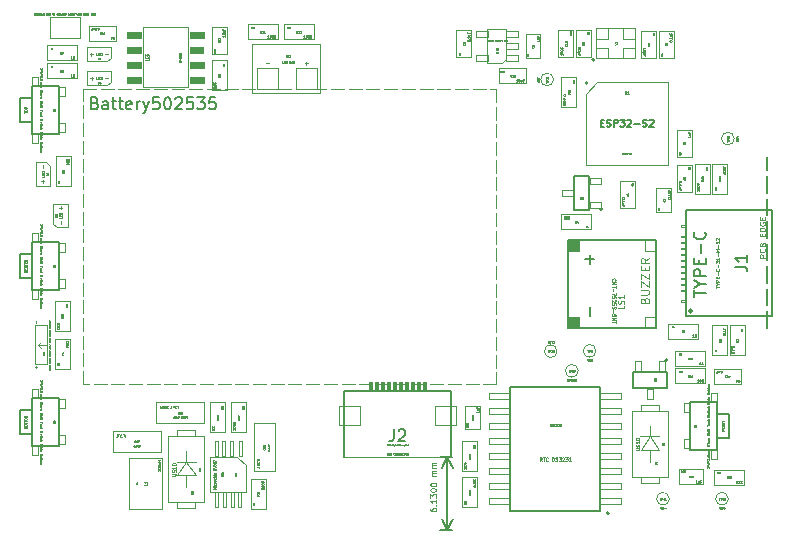
<source format=gbr>
%TF.GenerationSoftware,KiCad,Pcbnew,7.0.9*%
%TF.CreationDate,2024-04-19T00:42:06+03:00*%
%TF.ProjectId,DRM_Watch_V3,44524d5f-5761-4746-9368-5f56332e6b69,rev?*%
%TF.SameCoordinates,Original*%
%TF.FileFunction,AssemblyDrawing,Top*%
%FSLAX46Y46*%
G04 Gerber Fmt 4.6, Leading zero omitted, Abs format (unit mm)*
G04 Created by KiCad (PCBNEW 7.0.9) date 2024-04-19 00:42:06*
%MOMM*%
%LPD*%
G01*
G04 APERTURE LIST*
%ADD10C,0.050000*%
%ADD11C,0.200000*%
%ADD12C,0.025000*%
%ADD13C,0.037500*%
%ADD14C,0.075000*%
%ADD15C,0.150000*%
%ADD16C,0.030000*%
%ADD17C,0.100000*%
%ADD18C,0.127000*%
%ADD19C,0.010000*%
%ADD20C,0.177000*%
G04 APERTURE END LIST*
D10*
X100298808Y-85833331D02*
X100298808Y-85928569D01*
X100298808Y-85928569D02*
X100322618Y-85976188D01*
X100322618Y-85976188D02*
X100346427Y-85999998D01*
X100346427Y-85999998D02*
X100417856Y-86047617D01*
X100417856Y-86047617D02*
X100513094Y-86071426D01*
X100513094Y-86071426D02*
X100703570Y-86071426D01*
X100703570Y-86071426D02*
X100751189Y-86047617D01*
X100751189Y-86047617D02*
X100774999Y-86023807D01*
X100774999Y-86023807D02*
X100798808Y-85976188D01*
X100798808Y-85976188D02*
X100798808Y-85880950D01*
X100798808Y-85880950D02*
X100774999Y-85833331D01*
X100774999Y-85833331D02*
X100751189Y-85809522D01*
X100751189Y-85809522D02*
X100703570Y-85785712D01*
X100703570Y-85785712D02*
X100584522Y-85785712D01*
X100584522Y-85785712D02*
X100536903Y-85809522D01*
X100536903Y-85809522D02*
X100513094Y-85833331D01*
X100513094Y-85833331D02*
X100489284Y-85880950D01*
X100489284Y-85880950D02*
X100489284Y-85976188D01*
X100489284Y-85976188D02*
X100513094Y-86023807D01*
X100513094Y-86023807D02*
X100536903Y-86047617D01*
X100536903Y-86047617D02*
X100584522Y-86071426D01*
X100751189Y-85571427D02*
X100774999Y-85547617D01*
X100774999Y-85547617D02*
X100798808Y-85571427D01*
X100798808Y-85571427D02*
X100774999Y-85595236D01*
X100774999Y-85595236D02*
X100751189Y-85571427D01*
X100751189Y-85571427D02*
X100798808Y-85571427D01*
X100798808Y-85071427D02*
X100798808Y-85357141D01*
X100798808Y-85214284D02*
X100298808Y-85214284D01*
X100298808Y-85214284D02*
X100370237Y-85261903D01*
X100370237Y-85261903D02*
X100417856Y-85309522D01*
X100417856Y-85309522D02*
X100441665Y-85357141D01*
X100298808Y-84904761D02*
X100298808Y-84595237D01*
X100298808Y-84595237D02*
X100489284Y-84761904D01*
X100489284Y-84761904D02*
X100489284Y-84690475D01*
X100489284Y-84690475D02*
X100513094Y-84642856D01*
X100513094Y-84642856D02*
X100536903Y-84619047D01*
X100536903Y-84619047D02*
X100584522Y-84595237D01*
X100584522Y-84595237D02*
X100703570Y-84595237D01*
X100703570Y-84595237D02*
X100751189Y-84619047D01*
X100751189Y-84619047D02*
X100774999Y-84642856D01*
X100774999Y-84642856D02*
X100798808Y-84690475D01*
X100798808Y-84690475D02*
X100798808Y-84833332D01*
X100798808Y-84833332D02*
X100774999Y-84880951D01*
X100774999Y-84880951D02*
X100751189Y-84904761D01*
X100298808Y-84285714D02*
X100298808Y-84238095D01*
X100298808Y-84238095D02*
X100322618Y-84190476D01*
X100322618Y-84190476D02*
X100346427Y-84166666D01*
X100346427Y-84166666D02*
X100394046Y-84142857D01*
X100394046Y-84142857D02*
X100489284Y-84119047D01*
X100489284Y-84119047D02*
X100608332Y-84119047D01*
X100608332Y-84119047D02*
X100703570Y-84142857D01*
X100703570Y-84142857D02*
X100751189Y-84166666D01*
X100751189Y-84166666D02*
X100774999Y-84190476D01*
X100774999Y-84190476D02*
X100798808Y-84238095D01*
X100798808Y-84238095D02*
X100798808Y-84285714D01*
X100798808Y-84285714D02*
X100774999Y-84333333D01*
X100774999Y-84333333D02*
X100751189Y-84357142D01*
X100751189Y-84357142D02*
X100703570Y-84380952D01*
X100703570Y-84380952D02*
X100608332Y-84404761D01*
X100608332Y-84404761D02*
X100489284Y-84404761D01*
X100489284Y-84404761D02*
X100394046Y-84380952D01*
X100394046Y-84380952D02*
X100346427Y-84357142D01*
X100346427Y-84357142D02*
X100322618Y-84333333D01*
X100322618Y-84333333D02*
X100298808Y-84285714D01*
X100298808Y-83809524D02*
X100298808Y-83761905D01*
X100298808Y-83761905D02*
X100322618Y-83714286D01*
X100322618Y-83714286D02*
X100346427Y-83690476D01*
X100346427Y-83690476D02*
X100394046Y-83666667D01*
X100394046Y-83666667D02*
X100489284Y-83642857D01*
X100489284Y-83642857D02*
X100608332Y-83642857D01*
X100608332Y-83642857D02*
X100703570Y-83666667D01*
X100703570Y-83666667D02*
X100751189Y-83690476D01*
X100751189Y-83690476D02*
X100774999Y-83714286D01*
X100774999Y-83714286D02*
X100798808Y-83761905D01*
X100798808Y-83761905D02*
X100798808Y-83809524D01*
X100798808Y-83809524D02*
X100774999Y-83857143D01*
X100774999Y-83857143D02*
X100751189Y-83880952D01*
X100751189Y-83880952D02*
X100703570Y-83904762D01*
X100703570Y-83904762D02*
X100608332Y-83928571D01*
X100608332Y-83928571D02*
X100489284Y-83928571D01*
X100489284Y-83928571D02*
X100394046Y-83904762D01*
X100394046Y-83904762D02*
X100346427Y-83880952D01*
X100346427Y-83880952D02*
X100322618Y-83857143D01*
X100322618Y-83857143D02*
X100298808Y-83809524D01*
X100798808Y-83047620D02*
X100465475Y-83047620D01*
X100513094Y-83047620D02*
X100489284Y-83023810D01*
X100489284Y-83023810D02*
X100465475Y-82976191D01*
X100465475Y-82976191D02*
X100465475Y-82904763D01*
X100465475Y-82904763D02*
X100489284Y-82857144D01*
X100489284Y-82857144D02*
X100536903Y-82833334D01*
X100536903Y-82833334D02*
X100798808Y-82833334D01*
X100536903Y-82833334D02*
X100489284Y-82809525D01*
X100489284Y-82809525D02*
X100465475Y-82761906D01*
X100465475Y-82761906D02*
X100465475Y-82690477D01*
X100465475Y-82690477D02*
X100489284Y-82642858D01*
X100489284Y-82642858D02*
X100536903Y-82619048D01*
X100536903Y-82619048D02*
X100798808Y-82619048D01*
X100798808Y-82380953D02*
X100465475Y-82380953D01*
X100513094Y-82380953D02*
X100489284Y-82357143D01*
X100489284Y-82357143D02*
X100465475Y-82309524D01*
X100465475Y-82309524D02*
X100465475Y-82238096D01*
X100465475Y-82238096D02*
X100489284Y-82190477D01*
X100489284Y-82190477D02*
X100536903Y-82166667D01*
X100536903Y-82166667D02*
X100798808Y-82166667D01*
X100536903Y-82166667D02*
X100489284Y-82142858D01*
X100489284Y-82142858D02*
X100465475Y-82095239D01*
X100465475Y-82095239D02*
X100465475Y-82023810D01*
X100465475Y-82023810D02*
X100489284Y-81976191D01*
X100489284Y-81976191D02*
X100536903Y-81952381D01*
X100536903Y-81952381D02*
X100798808Y-81952381D01*
D11*
X102162000Y-81500000D02*
X101153019Y-81500000D01*
X102162000Y-87630000D02*
X101153019Y-87630000D01*
X101739439Y-81500000D02*
X101739439Y-87630000D01*
X101739439Y-81500000D02*
X101739439Y-87630000D01*
X101739439Y-81500000D02*
X102201188Y-82387011D01*
X101739439Y-81500000D02*
X101277690Y-82387011D01*
X101739439Y-87630000D02*
X101277690Y-86742989D01*
X101739439Y-87630000D02*
X102201188Y-86742989D01*
D12*
X124472263Y-72469993D02*
X124424644Y-72503326D01*
X124472263Y-72527136D02*
X124372263Y-72527136D01*
X124372263Y-72527136D02*
X124372263Y-72489041D01*
X124372263Y-72489041D02*
X124377025Y-72479517D01*
X124377025Y-72479517D02*
X124381787Y-72474755D01*
X124381787Y-72474755D02*
X124391311Y-72469993D01*
X124391311Y-72469993D02*
X124405597Y-72469993D01*
X124405597Y-72469993D02*
X124415121Y-72474755D01*
X124415121Y-72474755D02*
X124419882Y-72479517D01*
X124419882Y-72479517D02*
X124424644Y-72489041D01*
X124424644Y-72489041D02*
X124424644Y-72527136D01*
X124372263Y-72436660D02*
X124372263Y-72374755D01*
X124372263Y-72374755D02*
X124410359Y-72408088D01*
X124410359Y-72408088D02*
X124410359Y-72393803D01*
X124410359Y-72393803D02*
X124415121Y-72384279D01*
X124415121Y-72384279D02*
X124419882Y-72379517D01*
X124419882Y-72379517D02*
X124429406Y-72374755D01*
X124429406Y-72374755D02*
X124453216Y-72374755D01*
X124453216Y-72374755D02*
X124462740Y-72379517D01*
X124462740Y-72379517D02*
X124467502Y-72384279D01*
X124467502Y-72384279D02*
X124472263Y-72393803D01*
X124472263Y-72393803D02*
X124472263Y-72422374D01*
X124472263Y-72422374D02*
X124467502Y-72431898D01*
X124467502Y-72431898D02*
X124462740Y-72436660D01*
X125090525Y-70996506D02*
X125090525Y-71091744D01*
X125090525Y-71091744D02*
X125185763Y-71101268D01*
X125185763Y-71101268D02*
X125176240Y-71091744D01*
X125176240Y-71091744D02*
X125166716Y-71072697D01*
X125166716Y-71072697D02*
X125166716Y-71025078D01*
X125166716Y-71025078D02*
X125176240Y-71006030D01*
X125176240Y-71006030D02*
X125185763Y-70996506D01*
X125185763Y-70996506D02*
X125204811Y-70986983D01*
X125204811Y-70986983D02*
X125252430Y-70986983D01*
X125252430Y-70986983D02*
X125271478Y-70996506D01*
X125271478Y-70996506D02*
X125281002Y-71006030D01*
X125281002Y-71006030D02*
X125290525Y-71025078D01*
X125290525Y-71025078D02*
X125290525Y-71072697D01*
X125290525Y-71072697D02*
X125281002Y-71091744D01*
X125281002Y-71091744D02*
X125271478Y-71101268D01*
X125271478Y-70901268D02*
X125281002Y-70891745D01*
X125281002Y-70891745D02*
X125290525Y-70901268D01*
X125290525Y-70901268D02*
X125281002Y-70910792D01*
X125281002Y-70910792D02*
X125271478Y-70901268D01*
X125271478Y-70901268D02*
X125290525Y-70901268D01*
X125290525Y-70701269D02*
X125290525Y-70815554D01*
X125290525Y-70758411D02*
X125090525Y-70758411D01*
X125090525Y-70758411D02*
X125119097Y-70777459D01*
X125119097Y-70777459D02*
X125138144Y-70796507D01*
X125138144Y-70796507D02*
X125147668Y-70815554D01*
X125290525Y-70615554D02*
X125090525Y-70615554D01*
X125290525Y-70501269D02*
X125176240Y-70586983D01*
X125090525Y-70501269D02*
X125204811Y-70615554D01*
D13*
X124875744Y-71614726D02*
X124804316Y-71664726D01*
X124875744Y-71700440D02*
X124725744Y-71700440D01*
X124725744Y-71700440D02*
X124725744Y-71643297D01*
X124725744Y-71643297D02*
X124732887Y-71629012D01*
X124732887Y-71629012D02*
X124740030Y-71621869D01*
X124740030Y-71621869D02*
X124754316Y-71614726D01*
X124754316Y-71614726D02*
X124775744Y-71614726D01*
X124775744Y-71614726D02*
X124790030Y-71621869D01*
X124790030Y-71621869D02*
X124797173Y-71629012D01*
X124797173Y-71629012D02*
X124804316Y-71643297D01*
X124804316Y-71643297D02*
X124804316Y-71700440D01*
X124725744Y-71564726D02*
X124725744Y-71471869D01*
X124725744Y-71471869D02*
X124782887Y-71521869D01*
X124782887Y-71521869D02*
X124782887Y-71500440D01*
X124782887Y-71500440D02*
X124790030Y-71486155D01*
X124790030Y-71486155D02*
X124797173Y-71479012D01*
X124797173Y-71479012D02*
X124811459Y-71471869D01*
X124811459Y-71471869D02*
X124847173Y-71471869D01*
X124847173Y-71471869D02*
X124861459Y-71479012D01*
X124861459Y-71479012D02*
X124868602Y-71486155D01*
X124868602Y-71486155D02*
X124875744Y-71500440D01*
X124875744Y-71500440D02*
X124875744Y-71543297D01*
X124875744Y-71543297D02*
X124868602Y-71557583D01*
X124868602Y-71557583D02*
X124861459Y-71564726D01*
X67631442Y-72832713D02*
X67481442Y-72832713D01*
X67481442Y-72832713D02*
X67481442Y-72796999D01*
X67481442Y-72796999D02*
X67488585Y-72775570D01*
X67488585Y-72775570D02*
X67502871Y-72761285D01*
X67502871Y-72761285D02*
X67517157Y-72754142D01*
X67517157Y-72754142D02*
X67545728Y-72746999D01*
X67545728Y-72746999D02*
X67567157Y-72746999D01*
X67567157Y-72746999D02*
X67595728Y-72754142D01*
X67595728Y-72754142D02*
X67610014Y-72761285D01*
X67610014Y-72761285D02*
X67624300Y-72775570D01*
X67624300Y-72775570D02*
X67631442Y-72796999D01*
X67631442Y-72796999D02*
X67631442Y-72832713D01*
X67495728Y-72689856D02*
X67488585Y-72682713D01*
X67488585Y-72682713D02*
X67481442Y-72668428D01*
X67481442Y-72668428D02*
X67481442Y-72632713D01*
X67481442Y-72632713D02*
X67488585Y-72618428D01*
X67488585Y-72618428D02*
X67495728Y-72611285D01*
X67495728Y-72611285D02*
X67510014Y-72604142D01*
X67510014Y-72604142D02*
X67524300Y-72604142D01*
X67524300Y-72604142D02*
X67545728Y-72611285D01*
X67545728Y-72611285D02*
X67631442Y-72696999D01*
X67631442Y-72696999D02*
X67631442Y-72604142D01*
X67989442Y-74027857D02*
X67989442Y-74013571D01*
X67989442Y-74013571D02*
X67996585Y-73999285D01*
X67996585Y-73999285D02*
X68003728Y-73992143D01*
X68003728Y-73992143D02*
X68018014Y-73985000D01*
X68018014Y-73985000D02*
X68046585Y-73977857D01*
X68046585Y-73977857D02*
X68082300Y-73977857D01*
X68082300Y-73977857D02*
X68110871Y-73985000D01*
X68110871Y-73985000D02*
X68125157Y-73992143D01*
X68125157Y-73992143D02*
X68132300Y-73999285D01*
X68132300Y-73999285D02*
X68139442Y-74013571D01*
X68139442Y-74013571D02*
X68139442Y-74027857D01*
X68139442Y-74027857D02*
X68132300Y-74042143D01*
X68132300Y-74042143D02*
X68125157Y-74049285D01*
X68125157Y-74049285D02*
X68110871Y-74056428D01*
X68110871Y-74056428D02*
X68082300Y-74063571D01*
X68082300Y-74063571D02*
X68046585Y-74063571D01*
X68046585Y-74063571D02*
X68018014Y-74056428D01*
X68018014Y-74056428D02*
X68003728Y-74049285D01*
X68003728Y-74049285D02*
X67996585Y-74042143D01*
X67996585Y-74042143D02*
X67989442Y-74027857D01*
X68003728Y-73920714D02*
X67996585Y-73913571D01*
X67996585Y-73913571D02*
X67989442Y-73899286D01*
X67989442Y-73899286D02*
X67989442Y-73863571D01*
X67989442Y-73863571D02*
X67996585Y-73849286D01*
X67996585Y-73849286D02*
X68003728Y-73842143D01*
X68003728Y-73842143D02*
X68018014Y-73835000D01*
X68018014Y-73835000D02*
X68032300Y-73835000D01*
X68032300Y-73835000D02*
X68053728Y-73842143D01*
X68053728Y-73842143D02*
X68139442Y-73927857D01*
X68139442Y-73927857D02*
X68139442Y-73835000D01*
X67989442Y-73742143D02*
X67989442Y-73727857D01*
X67989442Y-73727857D02*
X67996585Y-73713571D01*
X67996585Y-73713571D02*
X68003728Y-73706429D01*
X68003728Y-73706429D02*
X68018014Y-73699286D01*
X68018014Y-73699286D02*
X68046585Y-73692143D01*
X68046585Y-73692143D02*
X68082300Y-73692143D01*
X68082300Y-73692143D02*
X68110871Y-73699286D01*
X68110871Y-73699286D02*
X68125157Y-73706429D01*
X68125157Y-73706429D02*
X68132300Y-73713571D01*
X68132300Y-73713571D02*
X68139442Y-73727857D01*
X68139442Y-73727857D02*
X68139442Y-73742143D01*
X68139442Y-73742143D02*
X68132300Y-73756429D01*
X68132300Y-73756429D02*
X68125157Y-73763571D01*
X68125157Y-73763571D02*
X68110871Y-73770714D01*
X68110871Y-73770714D02*
X68082300Y-73777857D01*
X68082300Y-73777857D02*
X68046585Y-73777857D01*
X68046585Y-73777857D02*
X68018014Y-73770714D01*
X68018014Y-73770714D02*
X68003728Y-73763571D01*
X68003728Y-73763571D02*
X67996585Y-73756429D01*
X67996585Y-73756429D02*
X67989442Y-73742143D01*
X68132300Y-73520714D02*
X68139442Y-73499286D01*
X68139442Y-73499286D02*
X68139442Y-73463571D01*
X68139442Y-73463571D02*
X68132300Y-73449286D01*
X68132300Y-73449286D02*
X68125157Y-73442143D01*
X68125157Y-73442143D02*
X68110871Y-73435000D01*
X68110871Y-73435000D02*
X68096585Y-73435000D01*
X68096585Y-73435000D02*
X68082300Y-73442143D01*
X68082300Y-73442143D02*
X68075157Y-73449286D01*
X68075157Y-73449286D02*
X68068014Y-73463571D01*
X68068014Y-73463571D02*
X68060871Y-73492143D01*
X68060871Y-73492143D02*
X68053728Y-73506428D01*
X68053728Y-73506428D02*
X68046585Y-73513571D01*
X68046585Y-73513571D02*
X68032300Y-73520714D01*
X68032300Y-73520714D02*
X68018014Y-73520714D01*
X68018014Y-73520714D02*
X68003728Y-73513571D01*
X68003728Y-73513571D02*
X67996585Y-73506428D01*
X67996585Y-73506428D02*
X67989442Y-73492143D01*
X67989442Y-73492143D02*
X67989442Y-73456428D01*
X67989442Y-73456428D02*
X67996585Y-73435000D01*
X68139442Y-73370714D02*
X67989442Y-73370714D01*
X67989442Y-73370714D02*
X68096585Y-73320714D01*
X68096585Y-73320714D02*
X67989442Y-73270714D01*
X67989442Y-73270714D02*
X68139442Y-73270714D01*
X68139442Y-73199285D02*
X67989442Y-73199285D01*
X67989442Y-73199285D02*
X67989442Y-73163571D01*
X67989442Y-73163571D02*
X67996585Y-73142142D01*
X67996585Y-73142142D02*
X68010871Y-73127857D01*
X68010871Y-73127857D02*
X68025157Y-73120714D01*
X68025157Y-73120714D02*
X68053728Y-73113571D01*
X68053728Y-73113571D02*
X68075157Y-73113571D01*
X68075157Y-73113571D02*
X68103728Y-73120714D01*
X68103728Y-73120714D02*
X68118014Y-73127857D01*
X68118014Y-73127857D02*
X68132300Y-73142142D01*
X68132300Y-73142142D02*
X68139442Y-73163571D01*
X68139442Y-73163571D02*
X68139442Y-73199285D01*
X68132300Y-72942142D02*
X68139442Y-72920714D01*
X68139442Y-72920714D02*
X68139442Y-72884999D01*
X68139442Y-72884999D02*
X68132300Y-72870714D01*
X68132300Y-72870714D02*
X68125157Y-72863571D01*
X68125157Y-72863571D02*
X68110871Y-72856428D01*
X68110871Y-72856428D02*
X68096585Y-72856428D01*
X68096585Y-72856428D02*
X68082300Y-72863571D01*
X68082300Y-72863571D02*
X68075157Y-72870714D01*
X68075157Y-72870714D02*
X68068014Y-72884999D01*
X68068014Y-72884999D02*
X68060871Y-72913571D01*
X68060871Y-72913571D02*
X68053728Y-72927856D01*
X68053728Y-72927856D02*
X68046585Y-72934999D01*
X68046585Y-72934999D02*
X68032300Y-72942142D01*
X68032300Y-72942142D02*
X68018014Y-72942142D01*
X68018014Y-72942142D02*
X68003728Y-72934999D01*
X68003728Y-72934999D02*
X67996585Y-72927856D01*
X67996585Y-72927856D02*
X67989442Y-72913571D01*
X67989442Y-72913571D02*
X67989442Y-72877856D01*
X67989442Y-72877856D02*
X67996585Y-72856428D01*
X68139442Y-72792142D02*
X68039442Y-72792142D01*
X67989442Y-72792142D02*
X67996585Y-72799285D01*
X67996585Y-72799285D02*
X68003728Y-72792142D01*
X68003728Y-72792142D02*
X67996585Y-72784999D01*
X67996585Y-72784999D02*
X67989442Y-72792142D01*
X67989442Y-72792142D02*
X68003728Y-72792142D01*
X68139442Y-72656428D02*
X67989442Y-72656428D01*
X68132300Y-72656428D02*
X68139442Y-72670713D01*
X68139442Y-72670713D02*
X68139442Y-72699285D01*
X68139442Y-72699285D02*
X68132300Y-72713570D01*
X68132300Y-72713570D02*
X68125157Y-72720713D01*
X68125157Y-72720713D02*
X68110871Y-72727856D01*
X68110871Y-72727856D02*
X68068014Y-72727856D01*
X68068014Y-72727856D02*
X68053728Y-72720713D01*
X68053728Y-72720713D02*
X68046585Y-72713570D01*
X68046585Y-72713570D02*
X68039442Y-72699285D01*
X68039442Y-72699285D02*
X68039442Y-72670713D01*
X68039442Y-72670713D02*
X68046585Y-72656428D01*
X68132300Y-72527856D02*
X68139442Y-72542142D01*
X68139442Y-72542142D02*
X68139442Y-72570714D01*
X68139442Y-72570714D02*
X68132300Y-72584999D01*
X68132300Y-72584999D02*
X68118014Y-72592142D01*
X68118014Y-72592142D02*
X68060871Y-72592142D01*
X68060871Y-72592142D02*
X68046585Y-72584999D01*
X68046585Y-72584999D02*
X68039442Y-72570714D01*
X68039442Y-72570714D02*
X68039442Y-72542142D01*
X68039442Y-72542142D02*
X68046585Y-72527856D01*
X68046585Y-72527856D02*
X68060871Y-72520714D01*
X68060871Y-72520714D02*
X68075157Y-72520714D01*
X68075157Y-72520714D02*
X68089442Y-72592142D01*
X67989442Y-72363571D02*
X68139442Y-72313571D01*
X68139442Y-72313571D02*
X67989442Y-72263571D01*
X68139442Y-72213571D02*
X68039442Y-72213571D01*
X67989442Y-72213571D02*
X67996585Y-72220714D01*
X67996585Y-72220714D02*
X68003728Y-72213571D01*
X68003728Y-72213571D02*
X67996585Y-72206428D01*
X67996585Y-72206428D02*
X67989442Y-72213571D01*
X67989442Y-72213571D02*
X68003728Y-72213571D01*
X68132300Y-72084999D02*
X68139442Y-72099285D01*
X68139442Y-72099285D02*
X68139442Y-72127857D01*
X68139442Y-72127857D02*
X68132300Y-72142142D01*
X68132300Y-72142142D02*
X68118014Y-72149285D01*
X68118014Y-72149285D02*
X68060871Y-72149285D01*
X68060871Y-72149285D02*
X68046585Y-72142142D01*
X68046585Y-72142142D02*
X68039442Y-72127857D01*
X68039442Y-72127857D02*
X68039442Y-72099285D01*
X68039442Y-72099285D02*
X68046585Y-72084999D01*
X68046585Y-72084999D02*
X68060871Y-72077857D01*
X68060871Y-72077857D02*
X68075157Y-72077857D01*
X68075157Y-72077857D02*
X68089442Y-72149285D01*
X68039442Y-72027857D02*
X68139442Y-71999286D01*
X68139442Y-71999286D02*
X68068014Y-71970714D01*
X68068014Y-71970714D02*
X68139442Y-71942143D01*
X68139442Y-71942143D02*
X68039442Y-71913571D01*
X68139442Y-71670714D02*
X68139442Y-71742142D01*
X68139442Y-71742142D02*
X67989442Y-71742142D01*
X68060871Y-71620713D02*
X68060871Y-71570713D01*
X68139442Y-71549285D02*
X68139442Y-71620713D01*
X68139442Y-71620713D02*
X67989442Y-71620713D01*
X67989442Y-71620713D02*
X67989442Y-71549285D01*
X68139442Y-71484999D02*
X67989442Y-71484999D01*
X67989442Y-71484999D02*
X67989442Y-71449285D01*
X67989442Y-71449285D02*
X67996585Y-71427856D01*
X67996585Y-71427856D02*
X68010871Y-71413571D01*
X68010871Y-71413571D02*
X68025157Y-71406428D01*
X68025157Y-71406428D02*
X68053728Y-71399285D01*
X68053728Y-71399285D02*
X68075157Y-71399285D01*
X68075157Y-71399285D02*
X68103728Y-71406428D01*
X68103728Y-71406428D02*
X68118014Y-71413571D01*
X68118014Y-71413571D02*
X68132300Y-71427856D01*
X68132300Y-71427856D02*
X68139442Y-71449285D01*
X68139442Y-71449285D02*
X68139442Y-71484999D01*
X67989442Y-71234999D02*
X68139442Y-71199285D01*
X68139442Y-71199285D02*
X68032300Y-71170713D01*
X68032300Y-71170713D02*
X68139442Y-71142142D01*
X68139442Y-71142142D02*
X67989442Y-71106428D01*
X68139442Y-71049284D02*
X67989442Y-71049284D01*
X68139442Y-70984999D02*
X68060871Y-70984999D01*
X68060871Y-70984999D02*
X68046585Y-70992141D01*
X68046585Y-70992141D02*
X68039442Y-71006427D01*
X68039442Y-71006427D02*
X68039442Y-71027856D01*
X68039442Y-71027856D02*
X68046585Y-71042141D01*
X68046585Y-71042141D02*
X68053728Y-71049284D01*
X68139442Y-70913570D02*
X68039442Y-70913570D01*
X67989442Y-70913570D02*
X67996585Y-70920713D01*
X67996585Y-70920713D02*
X68003728Y-70913570D01*
X68003728Y-70913570D02*
X67996585Y-70906427D01*
X67996585Y-70906427D02*
X67989442Y-70913570D01*
X67989442Y-70913570D02*
X68003728Y-70913570D01*
X68039442Y-70863570D02*
X68039442Y-70806427D01*
X67989442Y-70842141D02*
X68118014Y-70842141D01*
X68118014Y-70842141D02*
X68132300Y-70834998D01*
X68132300Y-70834998D02*
X68139442Y-70820713D01*
X68139442Y-70820713D02*
X68139442Y-70806427D01*
X68132300Y-70699284D02*
X68139442Y-70713570D01*
X68139442Y-70713570D02*
X68139442Y-70742142D01*
X68139442Y-70742142D02*
X68132300Y-70756427D01*
X68132300Y-70756427D02*
X68118014Y-70763570D01*
X68118014Y-70763570D02*
X68060871Y-70763570D01*
X68060871Y-70763570D02*
X68046585Y-70756427D01*
X68046585Y-70756427D02*
X68039442Y-70742142D01*
X68039442Y-70742142D02*
X68039442Y-70713570D01*
X68039442Y-70713570D02*
X68046585Y-70699284D01*
X68046585Y-70699284D02*
X68060871Y-70692142D01*
X68060871Y-70692142D02*
X68075157Y-70692142D01*
X68075157Y-70692142D02*
X68089442Y-70763570D01*
X67989442Y-70449285D02*
X67989442Y-70477856D01*
X67989442Y-70477856D02*
X67996585Y-70492142D01*
X67996585Y-70492142D02*
X68003728Y-70499285D01*
X68003728Y-70499285D02*
X68025157Y-70513570D01*
X68025157Y-70513570D02*
X68053728Y-70520713D01*
X68053728Y-70520713D02*
X68110871Y-70520713D01*
X68110871Y-70520713D02*
X68125157Y-70513570D01*
X68125157Y-70513570D02*
X68132300Y-70506427D01*
X68132300Y-70506427D02*
X68139442Y-70492142D01*
X68139442Y-70492142D02*
X68139442Y-70463570D01*
X68139442Y-70463570D02*
X68132300Y-70449285D01*
X68132300Y-70449285D02*
X68125157Y-70442142D01*
X68125157Y-70442142D02*
X68110871Y-70434999D01*
X68110871Y-70434999D02*
X68075157Y-70434999D01*
X68075157Y-70434999D02*
X68060871Y-70442142D01*
X68060871Y-70442142D02*
X68053728Y-70449285D01*
X68053728Y-70449285D02*
X68046585Y-70463570D01*
X68046585Y-70463570D02*
X68046585Y-70492142D01*
X68046585Y-70492142D02*
X68053728Y-70506427D01*
X68053728Y-70506427D02*
X68060871Y-70513570D01*
X68060871Y-70513570D02*
X68075157Y-70520713D01*
X67989442Y-70342142D02*
X67989442Y-70327856D01*
X67989442Y-70327856D02*
X67996585Y-70313570D01*
X67996585Y-70313570D02*
X68003728Y-70306428D01*
X68003728Y-70306428D02*
X68018014Y-70299285D01*
X68018014Y-70299285D02*
X68046585Y-70292142D01*
X68046585Y-70292142D02*
X68082300Y-70292142D01*
X68082300Y-70292142D02*
X68110871Y-70299285D01*
X68110871Y-70299285D02*
X68125157Y-70306428D01*
X68125157Y-70306428D02*
X68132300Y-70313570D01*
X68132300Y-70313570D02*
X68139442Y-70327856D01*
X68139442Y-70327856D02*
X68139442Y-70342142D01*
X68139442Y-70342142D02*
X68132300Y-70356428D01*
X68132300Y-70356428D02*
X68125157Y-70363570D01*
X68125157Y-70363570D02*
X68110871Y-70370713D01*
X68110871Y-70370713D02*
X68082300Y-70377856D01*
X68082300Y-70377856D02*
X68046585Y-70377856D01*
X68046585Y-70377856D02*
X68018014Y-70370713D01*
X68018014Y-70370713D02*
X68003728Y-70363570D01*
X68003728Y-70363570D02*
X67996585Y-70356428D01*
X67996585Y-70356428D02*
X67989442Y-70342142D01*
X67989442Y-70199285D02*
X67989442Y-70184999D01*
X67989442Y-70184999D02*
X67996585Y-70170713D01*
X67996585Y-70170713D02*
X68003728Y-70163571D01*
X68003728Y-70163571D02*
X68018014Y-70156428D01*
X68018014Y-70156428D02*
X68046585Y-70149285D01*
X68046585Y-70149285D02*
X68082300Y-70149285D01*
X68082300Y-70149285D02*
X68110871Y-70156428D01*
X68110871Y-70156428D02*
X68125157Y-70163571D01*
X68125157Y-70163571D02*
X68132300Y-70170713D01*
X68132300Y-70170713D02*
X68139442Y-70184999D01*
X68139442Y-70184999D02*
X68139442Y-70199285D01*
X68139442Y-70199285D02*
X68132300Y-70213571D01*
X68132300Y-70213571D02*
X68125157Y-70220713D01*
X68125157Y-70220713D02*
X68110871Y-70227856D01*
X68110871Y-70227856D02*
X68082300Y-70234999D01*
X68082300Y-70234999D02*
X68046585Y-70234999D01*
X68046585Y-70234999D02*
X68018014Y-70227856D01*
X68018014Y-70227856D02*
X68003728Y-70220713D01*
X68003728Y-70220713D02*
X67996585Y-70213571D01*
X67996585Y-70213571D02*
X67989442Y-70199285D01*
X67989442Y-70056428D02*
X67989442Y-70042142D01*
X67989442Y-70042142D02*
X67996585Y-70027856D01*
X67996585Y-70027856D02*
X68003728Y-70020714D01*
X68003728Y-70020714D02*
X68018014Y-70013571D01*
X68018014Y-70013571D02*
X68046585Y-70006428D01*
X68046585Y-70006428D02*
X68082300Y-70006428D01*
X68082300Y-70006428D02*
X68110871Y-70013571D01*
X68110871Y-70013571D02*
X68125157Y-70020714D01*
X68125157Y-70020714D02*
X68132300Y-70027856D01*
X68132300Y-70027856D02*
X68139442Y-70042142D01*
X68139442Y-70042142D02*
X68139442Y-70056428D01*
X68139442Y-70056428D02*
X68132300Y-70070714D01*
X68132300Y-70070714D02*
X68125157Y-70077856D01*
X68125157Y-70077856D02*
X68110871Y-70084999D01*
X68110871Y-70084999D02*
X68082300Y-70092142D01*
X68082300Y-70092142D02*
X68046585Y-70092142D01*
X68046585Y-70092142D02*
X68018014Y-70084999D01*
X68018014Y-70084999D02*
X68003728Y-70077856D01*
X68003728Y-70077856D02*
X67996585Y-70070714D01*
X67996585Y-70070714D02*
X67989442Y-70056428D01*
X68139442Y-69942142D02*
X67989442Y-69942142D01*
X68139442Y-69856428D02*
X68053728Y-69920714D01*
X67989442Y-69856428D02*
X68075157Y-69942142D01*
X66928216Y-70097805D02*
X66928216Y-69907329D01*
X66928216Y-73907805D02*
X66928216Y-73717329D01*
X67023454Y-73812567D02*
X66832978Y-73812567D01*
X86531442Y-80891428D02*
X86531442Y-80877142D01*
X86531442Y-80877142D02*
X86538585Y-80862856D01*
X86538585Y-80862856D02*
X86545728Y-80855714D01*
X86545728Y-80855714D02*
X86560014Y-80848571D01*
X86560014Y-80848571D02*
X86588585Y-80841428D01*
X86588585Y-80841428D02*
X86624300Y-80841428D01*
X86624300Y-80841428D02*
X86652871Y-80848571D01*
X86652871Y-80848571D02*
X86667157Y-80855714D01*
X86667157Y-80855714D02*
X86674300Y-80862856D01*
X86674300Y-80862856D02*
X86681442Y-80877142D01*
X86681442Y-80877142D02*
X86681442Y-80891428D01*
X86681442Y-80891428D02*
X86674300Y-80905714D01*
X86674300Y-80905714D02*
X86667157Y-80912856D01*
X86667157Y-80912856D02*
X86652871Y-80919999D01*
X86652871Y-80919999D02*
X86624300Y-80927142D01*
X86624300Y-80927142D02*
X86588585Y-80927142D01*
X86588585Y-80927142D02*
X86560014Y-80919999D01*
X86560014Y-80919999D02*
X86545728Y-80912856D01*
X86545728Y-80912856D02*
X86538585Y-80905714D01*
X86538585Y-80905714D02*
X86531442Y-80891428D01*
X86667157Y-80777142D02*
X86674300Y-80769999D01*
X86674300Y-80769999D02*
X86681442Y-80777142D01*
X86681442Y-80777142D02*
X86674300Y-80784285D01*
X86674300Y-80784285D02*
X86667157Y-80777142D01*
X86667157Y-80777142D02*
X86681442Y-80777142D01*
X86681442Y-80627142D02*
X86681442Y-80712856D01*
X86681442Y-80669999D02*
X86531442Y-80669999D01*
X86531442Y-80669999D02*
X86552871Y-80684285D01*
X86552871Y-80684285D02*
X86567157Y-80698570D01*
X86567157Y-80698570D02*
X86574300Y-80712856D01*
X86581442Y-80498571D02*
X86681442Y-80498571D01*
X86581442Y-80562856D02*
X86660014Y-80562856D01*
X86660014Y-80562856D02*
X86674300Y-80555713D01*
X86674300Y-80555713D02*
X86681442Y-80541428D01*
X86681442Y-80541428D02*
X86681442Y-80519999D01*
X86681442Y-80519999D02*
X86674300Y-80505713D01*
X86674300Y-80505713D02*
X86667157Y-80498571D01*
X86602871Y-80377142D02*
X86602871Y-80427142D01*
X86681442Y-80427142D02*
X86531442Y-80427142D01*
X86531442Y-80427142D02*
X86531442Y-80355714D01*
X86286157Y-80741428D02*
X86293300Y-80748571D01*
X86293300Y-80748571D02*
X86300442Y-80769999D01*
X86300442Y-80769999D02*
X86300442Y-80784285D01*
X86300442Y-80784285D02*
X86293300Y-80805714D01*
X86293300Y-80805714D02*
X86279014Y-80819999D01*
X86279014Y-80819999D02*
X86264728Y-80827142D01*
X86264728Y-80827142D02*
X86236157Y-80834285D01*
X86236157Y-80834285D02*
X86214728Y-80834285D01*
X86214728Y-80834285D02*
X86186157Y-80827142D01*
X86186157Y-80827142D02*
X86171871Y-80819999D01*
X86171871Y-80819999D02*
X86157585Y-80805714D01*
X86157585Y-80805714D02*
X86150442Y-80784285D01*
X86150442Y-80784285D02*
X86150442Y-80769999D01*
X86150442Y-80769999D02*
X86157585Y-80748571D01*
X86157585Y-80748571D02*
X86164728Y-80741428D01*
X86300442Y-80598571D02*
X86300442Y-80684285D01*
X86300442Y-80641428D02*
X86150442Y-80641428D01*
X86150442Y-80641428D02*
X86171871Y-80655714D01*
X86171871Y-80655714D02*
X86186157Y-80669999D01*
X86186157Y-80669999D02*
X86193300Y-80684285D01*
X86214728Y-80512857D02*
X86207585Y-80527142D01*
X86207585Y-80527142D02*
X86200442Y-80534285D01*
X86200442Y-80534285D02*
X86186157Y-80541428D01*
X86186157Y-80541428D02*
X86179014Y-80541428D01*
X86179014Y-80541428D02*
X86164728Y-80534285D01*
X86164728Y-80534285D02*
X86157585Y-80527142D01*
X86157585Y-80527142D02*
X86150442Y-80512857D01*
X86150442Y-80512857D02*
X86150442Y-80484285D01*
X86150442Y-80484285D02*
X86157585Y-80470000D01*
X86157585Y-80470000D02*
X86164728Y-80462857D01*
X86164728Y-80462857D02*
X86179014Y-80455714D01*
X86179014Y-80455714D02*
X86186157Y-80455714D01*
X86186157Y-80455714D02*
X86200442Y-80462857D01*
X86200442Y-80462857D02*
X86207585Y-80470000D01*
X86207585Y-80470000D02*
X86214728Y-80484285D01*
X86214728Y-80484285D02*
X86214728Y-80512857D01*
X86214728Y-80512857D02*
X86221871Y-80527142D01*
X86221871Y-80527142D02*
X86229014Y-80534285D01*
X86229014Y-80534285D02*
X86243300Y-80541428D01*
X86243300Y-80541428D02*
X86271871Y-80541428D01*
X86271871Y-80541428D02*
X86286157Y-80534285D01*
X86286157Y-80534285D02*
X86293300Y-80527142D01*
X86293300Y-80527142D02*
X86300442Y-80512857D01*
X86300442Y-80512857D02*
X86300442Y-80484285D01*
X86300442Y-80484285D02*
X86293300Y-80470000D01*
X86293300Y-80470000D02*
X86286157Y-80462857D01*
X86286157Y-80462857D02*
X86271871Y-80455714D01*
X86271871Y-80455714D02*
X86243300Y-80455714D01*
X86243300Y-80455714D02*
X86229014Y-80462857D01*
X86229014Y-80462857D02*
X86221871Y-80470000D01*
X86221871Y-80470000D02*
X86214728Y-80484285D01*
X85824426Y-81655472D02*
X85824426Y-81674519D01*
X85824426Y-81674519D02*
X85814902Y-81693567D01*
X85814902Y-81693567D02*
X85805378Y-81703091D01*
X85805378Y-81703091D02*
X85786330Y-81712615D01*
X85786330Y-81712615D02*
X85748235Y-81722138D01*
X85748235Y-81722138D02*
X85700616Y-81722138D01*
X85700616Y-81722138D02*
X85662521Y-81712615D01*
X85662521Y-81712615D02*
X85643473Y-81703091D01*
X85643473Y-81703091D02*
X85633950Y-81693567D01*
X85633950Y-81693567D02*
X85624426Y-81674519D01*
X85624426Y-81674519D02*
X85624426Y-81655472D01*
X85624426Y-81655472D02*
X85633950Y-81636424D01*
X85633950Y-81636424D02*
X85643473Y-81626900D01*
X85643473Y-81626900D02*
X85662521Y-81617377D01*
X85662521Y-81617377D02*
X85700616Y-81607853D01*
X85700616Y-81607853D02*
X85748235Y-81607853D01*
X85748235Y-81607853D02*
X85786330Y-81617377D01*
X85786330Y-81617377D02*
X85805378Y-81626900D01*
X85805378Y-81626900D02*
X85814902Y-81636424D01*
X85814902Y-81636424D02*
X85824426Y-81655472D01*
X85643473Y-81807853D02*
X85633950Y-81817376D01*
X85633950Y-81817376D02*
X85624426Y-81807853D01*
X85624426Y-81807853D02*
X85633950Y-81798329D01*
X85633950Y-81798329D02*
X85643473Y-81807853D01*
X85643473Y-81807853D02*
X85624426Y-81807853D01*
X85624426Y-82007852D02*
X85624426Y-81893567D01*
X85624426Y-81950710D02*
X85824426Y-81950710D01*
X85824426Y-81950710D02*
X85795854Y-81931662D01*
X85795854Y-81931662D02*
X85776807Y-81912614D01*
X85776807Y-81912614D02*
X85767283Y-81893567D01*
X85757759Y-82179281D02*
X85624426Y-82179281D01*
X85757759Y-82093567D02*
X85652997Y-82093567D01*
X85652997Y-82093567D02*
X85633950Y-82103090D01*
X85633950Y-82103090D02*
X85624426Y-82122138D01*
X85624426Y-82122138D02*
X85624426Y-82150709D01*
X85624426Y-82150709D02*
X85633950Y-82169757D01*
X85633950Y-82169757D02*
X85643473Y-82179281D01*
X85729188Y-82341185D02*
X85729188Y-82274519D01*
X85624426Y-82274519D02*
X85824426Y-82274519D01*
X85824426Y-82274519D02*
X85824426Y-82369757D01*
D14*
X116691090Y-68643747D02*
X116691090Y-68881842D01*
X116691090Y-68881842D02*
X116191090Y-68881842D01*
X116667281Y-68500889D02*
X116691090Y-68429461D01*
X116691090Y-68429461D02*
X116691090Y-68310413D01*
X116691090Y-68310413D02*
X116667281Y-68262794D01*
X116667281Y-68262794D02*
X116643471Y-68238985D01*
X116643471Y-68238985D02*
X116595852Y-68215175D01*
X116595852Y-68215175D02*
X116548233Y-68215175D01*
X116548233Y-68215175D02*
X116500614Y-68238985D01*
X116500614Y-68238985D02*
X116476804Y-68262794D01*
X116476804Y-68262794D02*
X116452995Y-68310413D01*
X116452995Y-68310413D02*
X116429185Y-68405651D01*
X116429185Y-68405651D02*
X116405376Y-68453270D01*
X116405376Y-68453270D02*
X116381566Y-68477080D01*
X116381566Y-68477080D02*
X116333947Y-68500889D01*
X116333947Y-68500889D02*
X116286328Y-68500889D01*
X116286328Y-68500889D02*
X116238709Y-68477080D01*
X116238709Y-68477080D02*
X116214900Y-68453270D01*
X116214900Y-68453270D02*
X116191090Y-68405651D01*
X116191090Y-68405651D02*
X116191090Y-68286604D01*
X116191090Y-68286604D02*
X116214900Y-68215175D01*
X116691090Y-67738985D02*
X116691090Y-68024699D01*
X116691090Y-67881842D02*
X116191090Y-67881842D01*
X116191090Y-67881842D02*
X116262519Y-67929461D01*
X116262519Y-67929461D02*
X116310138Y-67977080D01*
X116310138Y-67977080D02*
X116333947Y-68024699D01*
X115722366Y-66520836D02*
X115708081Y-66506550D01*
X115708081Y-66506550D02*
X115693795Y-66463693D01*
X115693795Y-66463693D02*
X115693795Y-66435121D01*
X115693795Y-66435121D02*
X115708081Y-66392264D01*
X115708081Y-66392264D02*
X115736652Y-66363693D01*
X115736652Y-66363693D02*
X115765223Y-66349407D01*
X115765223Y-66349407D02*
X115822366Y-66335121D01*
X115822366Y-66335121D02*
X115865223Y-66335121D01*
X115865223Y-66335121D02*
X115922366Y-66349407D01*
X115922366Y-66349407D02*
X115950938Y-66363693D01*
X115950938Y-66363693D02*
X115979509Y-66392264D01*
X115979509Y-66392264D02*
X115993795Y-66435121D01*
X115993795Y-66435121D02*
X115993795Y-66463693D01*
X115993795Y-66463693D02*
X115979509Y-66506550D01*
X115979509Y-66506550D02*
X115965223Y-66520836D01*
X115693795Y-66649407D02*
X115993795Y-66649407D01*
X115993795Y-66649407D02*
X115779509Y-66749407D01*
X115779509Y-66749407D02*
X115993795Y-66849407D01*
X115993795Y-66849407D02*
X115693795Y-66849407D01*
X115993795Y-66949407D02*
X115993795Y-67120836D01*
X115693795Y-67035121D02*
X115993795Y-67035121D01*
X115808081Y-67220835D02*
X115808081Y-67449407D01*
X115993795Y-67563693D02*
X115993795Y-67763693D01*
X115993795Y-67763693D02*
X115693795Y-67635121D01*
X115993795Y-68020835D02*
X115993795Y-67877978D01*
X115993795Y-67877978D02*
X115850938Y-67863692D01*
X115850938Y-67863692D02*
X115865223Y-67877978D01*
X115865223Y-67877978D02*
X115879509Y-67906550D01*
X115879509Y-67906550D02*
X115879509Y-67977978D01*
X115879509Y-67977978D02*
X115865223Y-68006550D01*
X115865223Y-68006550D02*
X115850938Y-68020835D01*
X115850938Y-68020835D02*
X115822366Y-68035121D01*
X115822366Y-68035121D02*
X115750938Y-68035121D01*
X115750938Y-68035121D02*
X115722366Y-68020835D01*
X115722366Y-68020835D02*
X115708081Y-68006550D01*
X115708081Y-68006550D02*
X115693795Y-67977978D01*
X115693795Y-67977978D02*
X115693795Y-67906550D01*
X115693795Y-67906550D02*
X115708081Y-67877978D01*
X115708081Y-67877978D02*
X115722366Y-67863692D01*
X115965223Y-68149406D02*
X115979509Y-68163692D01*
X115979509Y-68163692D02*
X115993795Y-68192264D01*
X115993795Y-68192264D02*
X115993795Y-68263692D01*
X115993795Y-68263692D02*
X115979509Y-68292264D01*
X115979509Y-68292264D02*
X115965223Y-68306549D01*
X115965223Y-68306549D02*
X115936652Y-68320835D01*
X115936652Y-68320835D02*
X115908081Y-68320835D01*
X115908081Y-68320835D02*
X115865223Y-68306549D01*
X115865223Y-68306549D02*
X115693795Y-68135121D01*
X115693795Y-68135121D02*
X115693795Y-68320835D01*
X115993795Y-68592263D02*
X115993795Y-68449406D01*
X115993795Y-68449406D02*
X115850938Y-68435120D01*
X115850938Y-68435120D02*
X115865223Y-68449406D01*
X115865223Y-68449406D02*
X115879509Y-68477978D01*
X115879509Y-68477978D02*
X115879509Y-68549406D01*
X115879509Y-68549406D02*
X115865223Y-68577978D01*
X115865223Y-68577978D02*
X115850938Y-68592263D01*
X115850938Y-68592263D02*
X115822366Y-68606549D01*
X115822366Y-68606549D02*
X115750938Y-68606549D01*
X115750938Y-68606549D02*
X115722366Y-68592263D01*
X115722366Y-68592263D02*
X115708081Y-68577978D01*
X115708081Y-68577978D02*
X115693795Y-68549406D01*
X115693795Y-68549406D02*
X115693795Y-68477978D01*
X115693795Y-68477978D02*
X115708081Y-68449406D01*
X115708081Y-68449406D02*
X115722366Y-68435120D01*
X115708081Y-68720834D02*
X115693795Y-68763692D01*
X115693795Y-68763692D02*
X115693795Y-68835120D01*
X115693795Y-68835120D02*
X115708081Y-68863692D01*
X115708081Y-68863692D02*
X115722366Y-68877977D01*
X115722366Y-68877977D02*
X115750938Y-68892263D01*
X115750938Y-68892263D02*
X115779509Y-68892263D01*
X115779509Y-68892263D02*
X115808081Y-68877977D01*
X115808081Y-68877977D02*
X115822366Y-68863692D01*
X115822366Y-68863692D02*
X115836652Y-68835120D01*
X115836652Y-68835120D02*
X115850938Y-68777977D01*
X115850938Y-68777977D02*
X115865223Y-68749406D01*
X115865223Y-68749406D02*
X115879509Y-68735120D01*
X115879509Y-68735120D02*
X115908081Y-68720834D01*
X115908081Y-68720834D02*
X115936652Y-68720834D01*
X115936652Y-68720834D02*
X115965223Y-68735120D01*
X115965223Y-68735120D02*
X115979509Y-68749406D01*
X115979509Y-68749406D02*
X115993795Y-68777977D01*
X115993795Y-68777977D02*
X115993795Y-68849406D01*
X115993795Y-68849406D02*
X115979509Y-68892263D01*
X115808081Y-69020834D02*
X115808081Y-69249406D01*
X115708081Y-69377977D02*
X115693795Y-69420835D01*
X115693795Y-69420835D02*
X115693795Y-69492263D01*
X115693795Y-69492263D02*
X115708081Y-69520835D01*
X115708081Y-69520835D02*
X115722366Y-69535120D01*
X115722366Y-69535120D02*
X115750938Y-69549406D01*
X115750938Y-69549406D02*
X115779509Y-69549406D01*
X115779509Y-69549406D02*
X115808081Y-69535120D01*
X115808081Y-69535120D02*
X115822366Y-69520835D01*
X115822366Y-69520835D02*
X115836652Y-69492263D01*
X115836652Y-69492263D02*
X115850938Y-69435120D01*
X115850938Y-69435120D02*
X115865223Y-69406549D01*
X115865223Y-69406549D02*
X115879509Y-69392263D01*
X115879509Y-69392263D02*
X115908081Y-69377977D01*
X115908081Y-69377977D02*
X115936652Y-69377977D01*
X115936652Y-69377977D02*
X115965223Y-69392263D01*
X115965223Y-69392263D02*
X115979509Y-69406549D01*
X115979509Y-69406549D02*
X115993795Y-69435120D01*
X115993795Y-69435120D02*
X115993795Y-69506549D01*
X115993795Y-69506549D02*
X115979509Y-69549406D01*
X115693795Y-69677977D02*
X115993795Y-69677977D01*
X115993795Y-69677977D02*
X115779509Y-69777977D01*
X115779509Y-69777977D02*
X115993795Y-69877977D01*
X115993795Y-69877977D02*
X115693795Y-69877977D01*
X115993795Y-69977977D02*
X115993795Y-70149406D01*
X115693795Y-70063691D02*
X115993795Y-70063691D01*
D15*
X113799814Y-64341098D02*
X113799814Y-65103003D01*
X113418861Y-64722050D02*
X114180766Y-64722050D01*
X113799814Y-68786098D02*
X113799814Y-69548003D01*
D14*
X118448947Y-68194319D02*
X118482281Y-68094319D01*
X118482281Y-68094319D02*
X118515614Y-68060985D01*
X118515614Y-68060985D02*
X118582281Y-68027652D01*
X118582281Y-68027652D02*
X118682281Y-68027652D01*
X118682281Y-68027652D02*
X118748947Y-68060985D01*
X118748947Y-68060985D02*
X118782281Y-68094319D01*
X118782281Y-68094319D02*
X118815614Y-68160985D01*
X118815614Y-68160985D02*
X118815614Y-68427652D01*
X118815614Y-68427652D02*
X118115614Y-68427652D01*
X118115614Y-68427652D02*
X118115614Y-68194319D01*
X118115614Y-68194319D02*
X118148947Y-68127652D01*
X118148947Y-68127652D02*
X118182281Y-68094319D01*
X118182281Y-68094319D02*
X118248947Y-68060985D01*
X118248947Y-68060985D02*
X118315614Y-68060985D01*
X118315614Y-68060985D02*
X118382281Y-68094319D01*
X118382281Y-68094319D02*
X118415614Y-68127652D01*
X118415614Y-68127652D02*
X118448947Y-68194319D01*
X118448947Y-68194319D02*
X118448947Y-68427652D01*
X118115614Y-67727652D02*
X118682281Y-67727652D01*
X118682281Y-67727652D02*
X118748947Y-67694319D01*
X118748947Y-67694319D02*
X118782281Y-67660985D01*
X118782281Y-67660985D02*
X118815614Y-67594319D01*
X118815614Y-67594319D02*
X118815614Y-67460985D01*
X118815614Y-67460985D02*
X118782281Y-67394319D01*
X118782281Y-67394319D02*
X118748947Y-67360985D01*
X118748947Y-67360985D02*
X118682281Y-67327652D01*
X118682281Y-67327652D02*
X118115614Y-67327652D01*
X118115614Y-67060986D02*
X118115614Y-66594319D01*
X118115614Y-66594319D02*
X118815614Y-67060986D01*
X118815614Y-67060986D02*
X118815614Y-66594319D01*
X118115614Y-66394319D02*
X118115614Y-65927652D01*
X118115614Y-65927652D02*
X118815614Y-66394319D01*
X118815614Y-66394319D02*
X118815614Y-65927652D01*
X118448947Y-65660985D02*
X118448947Y-65427652D01*
X118815614Y-65327652D02*
X118815614Y-65660985D01*
X118815614Y-65660985D02*
X118115614Y-65660985D01*
X118115614Y-65660985D02*
X118115614Y-65327652D01*
X118815614Y-64627652D02*
X118482281Y-64860985D01*
X118815614Y-65027652D02*
X118115614Y-65027652D01*
X118115614Y-65027652D02*
X118115614Y-64760985D01*
X118115614Y-64760985D02*
X118148947Y-64694319D01*
X118148947Y-64694319D02*
X118182281Y-64660985D01*
X118182281Y-64660985D02*
X118248947Y-64627652D01*
X118248947Y-64627652D02*
X118348947Y-64627652D01*
X118348947Y-64627652D02*
X118415614Y-64660985D01*
X118415614Y-64660985D02*
X118448947Y-64694319D01*
X118448947Y-64694319D02*
X118482281Y-64760985D01*
X118482281Y-64760985D02*
X118482281Y-65027652D01*
D12*
X123759822Y-57084791D02*
X123712203Y-57118124D01*
X123759822Y-57141934D02*
X123659822Y-57141934D01*
X123659822Y-57141934D02*
X123659822Y-57103839D01*
X123659822Y-57103839D02*
X123664584Y-57094315D01*
X123664584Y-57094315D02*
X123669346Y-57089553D01*
X123669346Y-57089553D02*
X123678870Y-57084791D01*
X123678870Y-57084791D02*
X123693156Y-57084791D01*
X123693156Y-57084791D02*
X123702680Y-57089553D01*
X123702680Y-57089553D02*
X123707441Y-57094315D01*
X123707441Y-57094315D02*
X123712203Y-57103839D01*
X123712203Y-57103839D02*
X123712203Y-57141934D01*
X123759822Y-56989553D02*
X123759822Y-57046696D01*
X123759822Y-57018124D02*
X123659822Y-57018124D01*
X123659822Y-57018124D02*
X123674108Y-57027648D01*
X123674108Y-57027648D02*
X123683632Y-57037172D01*
X123683632Y-57037172D02*
X123688394Y-57046696D01*
X123693156Y-56903839D02*
X123759822Y-56903839D01*
X123655061Y-56927648D02*
X123726489Y-56951458D01*
X123726489Y-56951458D02*
X123726489Y-56889553D01*
X122851637Y-58391611D02*
X122851637Y-58277326D01*
X122851637Y-58334469D02*
X123051637Y-58334469D01*
X123051637Y-58334469D02*
X123023065Y-58315421D01*
X123023065Y-58315421D02*
X123004018Y-58296373D01*
X123004018Y-58296373D02*
X122994494Y-58277326D01*
X123051637Y-58515421D02*
X123051637Y-58534468D01*
X123051637Y-58534468D02*
X123042113Y-58553516D01*
X123042113Y-58553516D02*
X123032589Y-58563040D01*
X123032589Y-58563040D02*
X123013541Y-58572564D01*
X123013541Y-58572564D02*
X122975446Y-58582087D01*
X122975446Y-58582087D02*
X122927827Y-58582087D01*
X122927827Y-58582087D02*
X122889732Y-58572564D01*
X122889732Y-58572564D02*
X122870684Y-58563040D01*
X122870684Y-58563040D02*
X122861161Y-58553516D01*
X122861161Y-58553516D02*
X122851637Y-58534468D01*
X122851637Y-58534468D02*
X122851637Y-58515421D01*
X122851637Y-58515421D02*
X122861161Y-58496373D01*
X122861161Y-58496373D02*
X122870684Y-58486849D01*
X122870684Y-58486849D02*
X122889732Y-58477326D01*
X122889732Y-58477326D02*
X122927827Y-58467802D01*
X122927827Y-58467802D02*
X122975446Y-58467802D01*
X122975446Y-58467802D02*
X123013541Y-58477326D01*
X123013541Y-58477326D02*
X123032589Y-58486849D01*
X123032589Y-58486849D02*
X123042113Y-58496373D01*
X123042113Y-58496373D02*
X123051637Y-58515421D01*
X123051637Y-58705897D02*
X123051637Y-58724944D01*
X123051637Y-58724944D02*
X123042113Y-58743992D01*
X123042113Y-58743992D02*
X123032589Y-58753516D01*
X123032589Y-58753516D02*
X123013541Y-58763040D01*
X123013541Y-58763040D02*
X122975446Y-58772563D01*
X122975446Y-58772563D02*
X122927827Y-58772563D01*
X122927827Y-58772563D02*
X122889732Y-58763040D01*
X122889732Y-58763040D02*
X122870684Y-58753516D01*
X122870684Y-58753516D02*
X122861161Y-58743992D01*
X122861161Y-58743992D02*
X122851637Y-58724944D01*
X122851637Y-58724944D02*
X122851637Y-58705897D01*
X122851637Y-58705897D02*
X122861161Y-58686849D01*
X122861161Y-58686849D02*
X122870684Y-58677325D01*
X122870684Y-58677325D02*
X122889732Y-58667802D01*
X122889732Y-58667802D02*
X122927827Y-58658278D01*
X122927827Y-58658278D02*
X122975446Y-58658278D01*
X122975446Y-58658278D02*
X123013541Y-58667802D01*
X123013541Y-58667802D02*
X123032589Y-58677325D01*
X123032589Y-58677325D02*
X123042113Y-58686849D01*
X123042113Y-58686849D02*
X123051637Y-58705897D01*
X122851637Y-58858278D02*
X123051637Y-58858278D01*
X122851637Y-58972563D02*
X122965922Y-58886849D01*
X123051637Y-58972563D02*
X122937351Y-58858278D01*
D13*
X123401303Y-57980534D02*
X123329875Y-58030534D01*
X123401303Y-58066248D02*
X123251303Y-58066248D01*
X123251303Y-58066248D02*
X123251303Y-58009105D01*
X123251303Y-58009105D02*
X123258446Y-57994820D01*
X123258446Y-57994820D02*
X123265589Y-57987677D01*
X123265589Y-57987677D02*
X123279875Y-57980534D01*
X123279875Y-57980534D02*
X123301303Y-57980534D01*
X123301303Y-57980534D02*
X123315589Y-57987677D01*
X123315589Y-57987677D02*
X123322732Y-57994820D01*
X123322732Y-57994820D02*
X123329875Y-58009105D01*
X123329875Y-58009105D02*
X123329875Y-58066248D01*
X123401303Y-57837677D02*
X123401303Y-57923391D01*
X123401303Y-57880534D02*
X123251303Y-57880534D01*
X123251303Y-57880534D02*
X123272732Y-57894820D01*
X123272732Y-57894820D02*
X123287018Y-57909105D01*
X123287018Y-57909105D02*
X123294161Y-57923391D01*
X123301303Y-57709106D02*
X123401303Y-57709106D01*
X123244161Y-57744820D02*
X123351303Y-57780534D01*
X123351303Y-57780534D02*
X123351303Y-57687677D01*
D12*
X68825967Y-73608688D02*
X68778348Y-73642021D01*
X68825967Y-73665831D02*
X68725967Y-73665831D01*
X68725967Y-73665831D02*
X68725967Y-73627736D01*
X68725967Y-73627736D02*
X68730729Y-73618212D01*
X68730729Y-73618212D02*
X68735491Y-73613450D01*
X68735491Y-73613450D02*
X68745015Y-73608688D01*
X68745015Y-73608688D02*
X68759301Y-73608688D01*
X68759301Y-73608688D02*
X68768825Y-73613450D01*
X68768825Y-73613450D02*
X68773586Y-73618212D01*
X68773586Y-73618212D02*
X68778348Y-73627736D01*
X68778348Y-73627736D02*
X68778348Y-73665831D01*
X68725967Y-73522974D02*
X68725967Y-73542021D01*
X68725967Y-73542021D02*
X68730729Y-73551545D01*
X68730729Y-73551545D02*
X68735491Y-73556307D01*
X68735491Y-73556307D02*
X68749777Y-73565831D01*
X68749777Y-73565831D02*
X68768825Y-73570593D01*
X68768825Y-73570593D02*
X68806920Y-73570593D01*
X68806920Y-73570593D02*
X68816444Y-73565831D01*
X68816444Y-73565831D02*
X68821206Y-73561069D01*
X68821206Y-73561069D02*
X68825967Y-73551545D01*
X68825967Y-73551545D02*
X68825967Y-73532498D01*
X68825967Y-73532498D02*
X68821206Y-73522974D01*
X68821206Y-73522974D02*
X68816444Y-73518212D01*
X68816444Y-73518212D02*
X68806920Y-73513450D01*
X68806920Y-73513450D02*
X68783110Y-73513450D01*
X68783110Y-73513450D02*
X68773586Y-73518212D01*
X68773586Y-73518212D02*
X68768825Y-73522974D01*
X68768825Y-73522974D02*
X68764063Y-73532498D01*
X68764063Y-73532498D02*
X68764063Y-73551545D01*
X68764063Y-73551545D02*
X68768825Y-73561069D01*
X68768825Y-73561069D02*
X68773586Y-73565831D01*
X68773586Y-73565831D02*
X68783110Y-73570593D01*
X69644229Y-72020916D02*
X69548991Y-72087582D01*
X69644229Y-72135201D02*
X69444229Y-72135201D01*
X69444229Y-72135201D02*
X69444229Y-72059011D01*
X69444229Y-72059011D02*
X69453753Y-72039963D01*
X69453753Y-72039963D02*
X69463277Y-72030440D01*
X69463277Y-72030440D02*
X69482325Y-72020916D01*
X69482325Y-72020916D02*
X69510896Y-72020916D01*
X69510896Y-72020916D02*
X69529944Y-72030440D01*
X69529944Y-72030440D02*
X69539467Y-72039963D01*
X69539467Y-72039963D02*
X69548991Y-72059011D01*
X69548991Y-72059011D02*
X69548991Y-72135201D01*
X69463277Y-71944725D02*
X69453753Y-71935201D01*
X69453753Y-71935201D02*
X69444229Y-71916154D01*
X69444229Y-71916154D02*
X69444229Y-71868535D01*
X69444229Y-71868535D02*
X69453753Y-71849487D01*
X69453753Y-71849487D02*
X69463277Y-71839963D01*
X69463277Y-71839963D02*
X69482325Y-71830440D01*
X69482325Y-71830440D02*
X69501372Y-71830440D01*
X69501372Y-71830440D02*
X69529944Y-71839963D01*
X69529944Y-71839963D02*
X69644229Y-71954249D01*
X69644229Y-71954249D02*
X69644229Y-71830440D01*
X69463277Y-71754249D02*
X69453753Y-71744725D01*
X69453753Y-71744725D02*
X69444229Y-71725678D01*
X69444229Y-71725678D02*
X69444229Y-71678059D01*
X69444229Y-71678059D02*
X69453753Y-71659011D01*
X69453753Y-71659011D02*
X69463277Y-71649487D01*
X69463277Y-71649487D02*
X69482325Y-71639964D01*
X69482325Y-71639964D02*
X69501372Y-71639964D01*
X69501372Y-71639964D02*
X69529944Y-71649487D01*
X69529944Y-71649487D02*
X69644229Y-71763773D01*
X69644229Y-71763773D02*
X69644229Y-71639964D01*
D13*
X69229448Y-72753421D02*
X69158020Y-72803421D01*
X69229448Y-72839135D02*
X69079448Y-72839135D01*
X69079448Y-72839135D02*
X69079448Y-72781992D01*
X69079448Y-72781992D02*
X69086591Y-72767707D01*
X69086591Y-72767707D02*
X69093734Y-72760564D01*
X69093734Y-72760564D02*
X69108020Y-72753421D01*
X69108020Y-72753421D02*
X69129448Y-72753421D01*
X69129448Y-72753421D02*
X69143734Y-72760564D01*
X69143734Y-72760564D02*
X69150877Y-72767707D01*
X69150877Y-72767707D02*
X69158020Y-72781992D01*
X69158020Y-72781992D02*
X69158020Y-72839135D01*
X69079448Y-72624850D02*
X69079448Y-72653421D01*
X69079448Y-72653421D02*
X69086591Y-72667707D01*
X69086591Y-72667707D02*
X69093734Y-72674850D01*
X69093734Y-72674850D02*
X69115163Y-72689135D01*
X69115163Y-72689135D02*
X69143734Y-72696278D01*
X69143734Y-72696278D02*
X69200877Y-72696278D01*
X69200877Y-72696278D02*
X69215163Y-72689135D01*
X69215163Y-72689135D02*
X69222306Y-72681992D01*
X69222306Y-72681992D02*
X69229448Y-72667707D01*
X69229448Y-72667707D02*
X69229448Y-72639135D01*
X69229448Y-72639135D02*
X69222306Y-72624850D01*
X69222306Y-72624850D02*
X69215163Y-72617707D01*
X69215163Y-72617707D02*
X69200877Y-72610564D01*
X69200877Y-72610564D02*
X69165163Y-72610564D01*
X69165163Y-72610564D02*
X69150877Y-72617707D01*
X69150877Y-72617707D02*
X69143734Y-72624850D01*
X69143734Y-72624850D02*
X69136591Y-72639135D01*
X69136591Y-72639135D02*
X69136591Y-72667707D01*
X69136591Y-72667707D02*
X69143734Y-72681992D01*
X69143734Y-72681992D02*
X69150877Y-72689135D01*
X69150877Y-72689135D02*
X69165163Y-72696278D01*
X110257143Y-71762585D02*
X110328572Y-71762585D01*
X110242857Y-71805442D02*
X110292857Y-71655442D01*
X110292857Y-71655442D02*
X110342857Y-71805442D01*
X110392857Y-71805442D02*
X110392857Y-71655442D01*
X110392857Y-71655442D02*
X110478571Y-71805442D01*
X110478571Y-71805442D02*
X110478571Y-71655442D01*
X110528571Y-71655442D02*
X110614286Y-71655442D01*
X110571428Y-71805442D02*
X110571428Y-71655442D01*
X110657143Y-71669728D02*
X110664286Y-71662585D01*
X110664286Y-71662585D02*
X110678572Y-71655442D01*
X110678572Y-71655442D02*
X110714286Y-71655442D01*
X110714286Y-71655442D02*
X110728572Y-71662585D01*
X110728572Y-71662585D02*
X110735714Y-71669728D01*
X110735714Y-71669728D02*
X110742857Y-71684014D01*
X110742857Y-71684014D02*
X110742857Y-71698300D01*
X110742857Y-71698300D02*
X110735714Y-71719728D01*
X110735714Y-71719728D02*
X110650000Y-71805442D01*
X110650000Y-71805442D02*
X110742857Y-71805442D01*
X110239285Y-72417442D02*
X110325000Y-72417442D01*
X110282142Y-72567442D02*
X110282142Y-72417442D01*
X110375000Y-72567442D02*
X110375000Y-72417442D01*
X110375000Y-72417442D02*
X110432143Y-72417442D01*
X110432143Y-72417442D02*
X110446428Y-72424585D01*
X110446428Y-72424585D02*
X110453571Y-72431728D01*
X110453571Y-72431728D02*
X110460714Y-72446014D01*
X110460714Y-72446014D02*
X110460714Y-72467442D01*
X110460714Y-72467442D02*
X110453571Y-72481728D01*
X110453571Y-72481728D02*
X110446428Y-72488871D01*
X110446428Y-72488871D02*
X110432143Y-72496014D01*
X110432143Y-72496014D02*
X110375000Y-72496014D01*
X110517857Y-72431728D02*
X110525000Y-72424585D01*
X110525000Y-72424585D02*
X110539286Y-72417442D01*
X110539286Y-72417442D02*
X110575000Y-72417442D01*
X110575000Y-72417442D02*
X110589286Y-72424585D01*
X110589286Y-72424585D02*
X110596428Y-72431728D01*
X110596428Y-72431728D02*
X110603571Y-72446014D01*
X110603571Y-72446014D02*
X110603571Y-72460300D01*
X110603571Y-72460300D02*
X110596428Y-72481728D01*
X110596428Y-72481728D02*
X110510714Y-72567442D01*
X110510714Y-72567442D02*
X110603571Y-72567442D01*
X110689285Y-72481728D02*
X110675000Y-72474585D01*
X110675000Y-72474585D02*
X110667857Y-72467442D01*
X110667857Y-72467442D02*
X110660714Y-72453157D01*
X110660714Y-72453157D02*
X110660714Y-72446014D01*
X110660714Y-72446014D02*
X110667857Y-72431728D01*
X110667857Y-72431728D02*
X110675000Y-72424585D01*
X110675000Y-72424585D02*
X110689285Y-72417442D01*
X110689285Y-72417442D02*
X110717857Y-72417442D01*
X110717857Y-72417442D02*
X110732143Y-72424585D01*
X110732143Y-72424585D02*
X110739285Y-72431728D01*
X110739285Y-72431728D02*
X110746428Y-72446014D01*
X110746428Y-72446014D02*
X110746428Y-72453157D01*
X110746428Y-72453157D02*
X110739285Y-72467442D01*
X110739285Y-72467442D02*
X110732143Y-72474585D01*
X110732143Y-72474585D02*
X110717857Y-72481728D01*
X110717857Y-72481728D02*
X110689285Y-72481728D01*
X110689285Y-72481728D02*
X110675000Y-72488871D01*
X110675000Y-72488871D02*
X110667857Y-72496014D01*
X110667857Y-72496014D02*
X110660714Y-72510300D01*
X110660714Y-72510300D02*
X110660714Y-72538871D01*
X110660714Y-72538871D02*
X110667857Y-72553157D01*
X110667857Y-72553157D02*
X110675000Y-72560300D01*
X110675000Y-72560300D02*
X110689285Y-72567442D01*
X110689285Y-72567442D02*
X110717857Y-72567442D01*
X110717857Y-72567442D02*
X110732143Y-72560300D01*
X110732143Y-72560300D02*
X110739285Y-72553157D01*
X110739285Y-72553157D02*
X110746428Y-72538871D01*
X110746428Y-72538871D02*
X110746428Y-72510300D01*
X110746428Y-72510300D02*
X110739285Y-72496014D01*
X110739285Y-72496014D02*
X110732143Y-72488871D01*
X110732143Y-72488871D02*
X110717857Y-72481728D01*
D12*
X124636907Y-82837186D02*
X124603574Y-82789567D01*
X124579764Y-82837186D02*
X124579764Y-82737186D01*
X124579764Y-82737186D02*
X124617859Y-82737186D01*
X124617859Y-82737186D02*
X124627383Y-82741948D01*
X124627383Y-82741948D02*
X124632145Y-82746710D01*
X124632145Y-82746710D02*
X124636907Y-82756234D01*
X124636907Y-82756234D02*
X124636907Y-82770520D01*
X124636907Y-82770520D02*
X124632145Y-82780044D01*
X124632145Y-82780044D02*
X124627383Y-82784805D01*
X124627383Y-82784805D02*
X124617859Y-82789567D01*
X124617859Y-82789567D02*
X124579764Y-82789567D01*
X124675002Y-82746710D02*
X124679764Y-82741948D01*
X124679764Y-82741948D02*
X124689288Y-82737186D01*
X124689288Y-82737186D02*
X124713097Y-82737186D01*
X124713097Y-82737186D02*
X124722621Y-82741948D01*
X124722621Y-82741948D02*
X124727383Y-82746710D01*
X124727383Y-82746710D02*
X124732145Y-82756234D01*
X124732145Y-82756234D02*
X124732145Y-82765758D01*
X124732145Y-82765758D02*
X124727383Y-82780044D01*
X124727383Y-82780044D02*
X124670240Y-82837186D01*
X124670240Y-82837186D02*
X124732145Y-82837186D01*
X124765478Y-82737186D02*
X124827383Y-82737186D01*
X124827383Y-82737186D02*
X124794050Y-82775282D01*
X124794050Y-82775282D02*
X124808335Y-82775282D01*
X124808335Y-82775282D02*
X124817859Y-82780044D01*
X124817859Y-82780044D02*
X124822621Y-82784805D01*
X124822621Y-82784805D02*
X124827383Y-82794329D01*
X124827383Y-82794329D02*
X124827383Y-82818139D01*
X124827383Y-82818139D02*
X124822621Y-82827663D01*
X124822621Y-82827663D02*
X124817859Y-82832425D01*
X124817859Y-82832425D02*
X124808335Y-82837186D01*
X124808335Y-82837186D02*
X124779764Y-82837186D01*
X124779764Y-82837186D02*
X124770240Y-82832425D01*
X124770240Y-82832425D02*
X124765478Y-82827663D01*
X126272298Y-83655448D02*
X126205632Y-83560210D01*
X126158013Y-83655448D02*
X126158013Y-83455448D01*
X126158013Y-83455448D02*
X126234203Y-83455448D01*
X126234203Y-83455448D02*
X126253251Y-83464972D01*
X126253251Y-83464972D02*
X126262774Y-83474496D01*
X126262774Y-83474496D02*
X126272298Y-83493544D01*
X126272298Y-83493544D02*
X126272298Y-83522115D01*
X126272298Y-83522115D02*
X126262774Y-83541163D01*
X126262774Y-83541163D02*
X126253251Y-83550686D01*
X126253251Y-83550686D02*
X126234203Y-83560210D01*
X126234203Y-83560210D02*
X126158013Y-83560210D01*
X126348489Y-83474496D02*
X126358013Y-83464972D01*
X126358013Y-83464972D02*
X126377060Y-83455448D01*
X126377060Y-83455448D02*
X126424679Y-83455448D01*
X126424679Y-83455448D02*
X126443727Y-83464972D01*
X126443727Y-83464972D02*
X126453251Y-83474496D01*
X126453251Y-83474496D02*
X126462774Y-83493544D01*
X126462774Y-83493544D02*
X126462774Y-83512591D01*
X126462774Y-83512591D02*
X126453251Y-83541163D01*
X126453251Y-83541163D02*
X126338965Y-83655448D01*
X126338965Y-83655448D02*
X126462774Y-83655448D01*
X126538965Y-83474496D02*
X126548489Y-83464972D01*
X126548489Y-83464972D02*
X126567536Y-83455448D01*
X126567536Y-83455448D02*
X126615155Y-83455448D01*
X126615155Y-83455448D02*
X126634203Y-83464972D01*
X126634203Y-83464972D02*
X126643727Y-83474496D01*
X126643727Y-83474496D02*
X126653250Y-83493544D01*
X126653250Y-83493544D02*
X126653250Y-83512591D01*
X126653250Y-83512591D02*
X126643727Y-83541163D01*
X126643727Y-83541163D02*
X126529441Y-83655448D01*
X126529441Y-83655448D02*
X126653250Y-83655448D01*
D13*
X125468364Y-83240667D02*
X125418364Y-83169239D01*
X125382650Y-83240667D02*
X125382650Y-83090667D01*
X125382650Y-83090667D02*
X125439793Y-83090667D01*
X125439793Y-83090667D02*
X125454078Y-83097810D01*
X125454078Y-83097810D02*
X125461221Y-83104953D01*
X125461221Y-83104953D02*
X125468364Y-83119239D01*
X125468364Y-83119239D02*
X125468364Y-83140667D01*
X125468364Y-83140667D02*
X125461221Y-83154953D01*
X125461221Y-83154953D02*
X125454078Y-83162096D01*
X125454078Y-83162096D02*
X125439793Y-83169239D01*
X125439793Y-83169239D02*
X125382650Y-83169239D01*
X125525507Y-83104953D02*
X125532650Y-83097810D01*
X125532650Y-83097810D02*
X125546936Y-83090667D01*
X125546936Y-83090667D02*
X125582650Y-83090667D01*
X125582650Y-83090667D02*
X125596936Y-83097810D01*
X125596936Y-83097810D02*
X125604078Y-83104953D01*
X125604078Y-83104953D02*
X125611221Y-83119239D01*
X125611221Y-83119239D02*
X125611221Y-83133525D01*
X125611221Y-83133525D02*
X125604078Y-83154953D01*
X125604078Y-83154953D02*
X125518364Y-83240667D01*
X125518364Y-83240667D02*
X125611221Y-83240667D01*
X125661221Y-83090667D02*
X125754078Y-83090667D01*
X125754078Y-83090667D02*
X125704078Y-83147810D01*
X125704078Y-83147810D02*
X125725507Y-83147810D01*
X125725507Y-83147810D02*
X125739793Y-83154953D01*
X125739793Y-83154953D02*
X125746935Y-83162096D01*
X125746935Y-83162096D02*
X125754078Y-83176382D01*
X125754078Y-83176382D02*
X125754078Y-83212096D01*
X125754078Y-83212096D02*
X125746935Y-83226382D01*
X125746935Y-83226382D02*
X125739793Y-83233525D01*
X125739793Y-83233525D02*
X125725507Y-83240667D01*
X125725507Y-83240667D02*
X125682650Y-83240667D01*
X125682650Y-83240667D02*
X125668364Y-83233525D01*
X125668364Y-83233525D02*
X125661221Y-83226382D01*
D16*
X119929049Y-47409000D02*
X119934764Y-47414714D01*
X119934764Y-47414714D02*
X119940478Y-47431857D01*
X119940478Y-47431857D02*
X119940478Y-47443285D01*
X119940478Y-47443285D02*
X119934764Y-47460428D01*
X119934764Y-47460428D02*
X119923335Y-47471857D01*
X119923335Y-47471857D02*
X119911906Y-47477571D01*
X119911906Y-47477571D02*
X119889049Y-47483285D01*
X119889049Y-47483285D02*
X119871906Y-47483285D01*
X119871906Y-47483285D02*
X119849049Y-47477571D01*
X119849049Y-47477571D02*
X119837621Y-47471857D01*
X119837621Y-47471857D02*
X119826192Y-47460428D01*
X119826192Y-47460428D02*
X119820478Y-47443285D01*
X119820478Y-47443285D02*
X119820478Y-47431857D01*
X119820478Y-47431857D02*
X119826192Y-47414714D01*
X119826192Y-47414714D02*
X119831906Y-47409000D01*
X119820478Y-47300428D02*
X119820478Y-47357571D01*
X119820478Y-47357571D02*
X119877621Y-47363285D01*
X119877621Y-47363285D02*
X119871906Y-47357571D01*
X119871906Y-47357571D02*
X119866192Y-47346143D01*
X119866192Y-47346143D02*
X119866192Y-47317571D01*
X119866192Y-47317571D02*
X119871906Y-47306143D01*
X119871906Y-47306143D02*
X119877621Y-47300428D01*
X119877621Y-47300428D02*
X119889049Y-47294714D01*
X119889049Y-47294714D02*
X119917621Y-47294714D01*
X119917621Y-47294714D02*
X119929049Y-47300428D01*
X119929049Y-47300428D02*
X119934764Y-47306143D01*
X119934764Y-47306143D02*
X119940478Y-47317571D01*
X119940478Y-47317571D02*
X119940478Y-47346143D01*
X119940478Y-47346143D02*
X119934764Y-47357571D01*
X119934764Y-47357571D02*
X119929049Y-47363285D01*
D13*
X120549097Y-46251527D02*
X120549097Y-46232480D01*
X120549097Y-46232480D02*
X120558621Y-46213432D01*
X120558621Y-46213432D02*
X120568145Y-46203908D01*
X120568145Y-46203908D02*
X120587193Y-46194384D01*
X120587193Y-46194384D02*
X120625288Y-46184861D01*
X120625288Y-46184861D02*
X120672907Y-46184861D01*
X120672907Y-46184861D02*
X120711002Y-46194384D01*
X120711002Y-46194384D02*
X120730050Y-46203908D01*
X120730050Y-46203908D02*
X120739574Y-46213432D01*
X120739574Y-46213432D02*
X120749097Y-46232480D01*
X120749097Y-46232480D02*
X120749097Y-46251527D01*
X120749097Y-46251527D02*
X120739574Y-46270575D01*
X120739574Y-46270575D02*
X120730050Y-46280099D01*
X120730050Y-46280099D02*
X120711002Y-46289622D01*
X120711002Y-46289622D02*
X120672907Y-46299146D01*
X120672907Y-46299146D02*
X120625288Y-46299146D01*
X120625288Y-46299146D02*
X120587193Y-46289622D01*
X120587193Y-46289622D02*
X120568145Y-46280099D01*
X120568145Y-46280099D02*
X120558621Y-46270575D01*
X120558621Y-46270575D02*
X120549097Y-46251527D01*
X120730050Y-46099146D02*
X120739574Y-46089623D01*
X120739574Y-46089623D02*
X120749097Y-46099146D01*
X120749097Y-46099146D02*
X120739574Y-46108670D01*
X120739574Y-46108670D02*
X120730050Y-46099146D01*
X120730050Y-46099146D02*
X120749097Y-46099146D01*
X120749097Y-45899147D02*
X120749097Y-46013432D01*
X120749097Y-45956289D02*
X120549097Y-45956289D01*
X120549097Y-45956289D02*
X120577669Y-45975337D01*
X120577669Y-45975337D02*
X120596716Y-45994385D01*
X120596716Y-45994385D02*
X120606240Y-46013432D01*
X120615764Y-45727718D02*
X120749097Y-45727718D01*
X120615764Y-45813432D02*
X120720526Y-45813432D01*
X120720526Y-45813432D02*
X120739574Y-45803909D01*
X120739574Y-45803909D02*
X120749097Y-45784861D01*
X120749097Y-45784861D02*
X120749097Y-45756290D01*
X120749097Y-45756290D02*
X120739574Y-45737242D01*
X120739574Y-45737242D02*
X120730050Y-45727718D01*
X120644335Y-45565814D02*
X120644335Y-45632480D01*
X120749097Y-45632480D02*
X120549097Y-45632480D01*
X120549097Y-45632480D02*
X120549097Y-45537242D01*
X120320681Y-46524999D02*
X120327824Y-46532142D01*
X120327824Y-46532142D02*
X120334966Y-46553570D01*
X120334966Y-46553570D02*
X120334966Y-46567856D01*
X120334966Y-46567856D02*
X120327824Y-46589285D01*
X120327824Y-46589285D02*
X120313538Y-46603570D01*
X120313538Y-46603570D02*
X120299252Y-46610713D01*
X120299252Y-46610713D02*
X120270681Y-46617856D01*
X120270681Y-46617856D02*
X120249252Y-46617856D01*
X120249252Y-46617856D02*
X120220681Y-46610713D01*
X120220681Y-46610713D02*
X120206395Y-46603570D01*
X120206395Y-46603570D02*
X120192109Y-46589285D01*
X120192109Y-46589285D02*
X120184966Y-46567856D01*
X120184966Y-46567856D02*
X120184966Y-46553570D01*
X120184966Y-46553570D02*
X120192109Y-46532142D01*
X120192109Y-46532142D02*
X120199252Y-46524999D01*
X120184966Y-46389285D02*
X120184966Y-46460713D01*
X120184966Y-46460713D02*
X120256395Y-46467856D01*
X120256395Y-46467856D02*
X120249252Y-46460713D01*
X120249252Y-46460713D02*
X120242109Y-46446428D01*
X120242109Y-46446428D02*
X120242109Y-46410713D01*
X120242109Y-46410713D02*
X120249252Y-46396428D01*
X120249252Y-46396428D02*
X120256395Y-46389285D01*
X120256395Y-46389285D02*
X120270681Y-46382142D01*
X120270681Y-46382142D02*
X120306395Y-46382142D01*
X120306395Y-46382142D02*
X120320681Y-46389285D01*
X120320681Y-46389285D02*
X120327824Y-46396428D01*
X120327824Y-46396428D02*
X120334966Y-46410713D01*
X120334966Y-46410713D02*
X120334966Y-46446428D01*
X120334966Y-46446428D02*
X120327824Y-46460713D01*
X120327824Y-46460713D02*
X120320681Y-46467856D01*
X126329442Y-54682142D02*
X126179442Y-54682142D01*
X126179442Y-54682142D02*
X126179442Y-54646428D01*
X126179442Y-54646428D02*
X126186585Y-54624999D01*
X126186585Y-54624999D02*
X126200871Y-54610714D01*
X126200871Y-54610714D02*
X126215157Y-54603571D01*
X126215157Y-54603571D02*
X126243728Y-54596428D01*
X126243728Y-54596428D02*
X126265157Y-54596428D01*
X126265157Y-54596428D02*
X126293728Y-54603571D01*
X126293728Y-54603571D02*
X126308014Y-54610714D01*
X126308014Y-54610714D02*
X126322300Y-54624999D01*
X126322300Y-54624999D02*
X126329442Y-54646428D01*
X126329442Y-54646428D02*
X126329442Y-54682142D01*
X126179442Y-54546428D02*
X126179442Y-54453571D01*
X126179442Y-54453571D02*
X126236585Y-54503571D01*
X126236585Y-54503571D02*
X126236585Y-54482142D01*
X126236585Y-54482142D02*
X126243728Y-54467857D01*
X126243728Y-54467857D02*
X126250871Y-54460714D01*
X126250871Y-54460714D02*
X126265157Y-54453571D01*
X126265157Y-54453571D02*
X126300871Y-54453571D01*
X126300871Y-54453571D02*
X126315157Y-54460714D01*
X126315157Y-54460714D02*
X126322300Y-54467857D01*
X126322300Y-54467857D02*
X126329442Y-54482142D01*
X126329442Y-54482142D02*
X126329442Y-54524999D01*
X126329442Y-54524999D02*
X126322300Y-54539285D01*
X126322300Y-54539285D02*
X126315157Y-54546428D01*
X126229442Y-54325000D02*
X126329442Y-54325000D01*
X126172300Y-54360714D02*
X126279442Y-54396428D01*
X126279442Y-54396428D02*
X126279442Y-54303571D01*
X125417442Y-54760714D02*
X125417442Y-54675000D01*
X125567442Y-54717857D02*
X125417442Y-54717857D01*
X125567442Y-54624999D02*
X125417442Y-54624999D01*
X125417442Y-54624999D02*
X125417442Y-54567856D01*
X125417442Y-54567856D02*
X125424585Y-54553571D01*
X125424585Y-54553571D02*
X125431728Y-54546428D01*
X125431728Y-54546428D02*
X125446014Y-54539285D01*
X125446014Y-54539285D02*
X125467442Y-54539285D01*
X125467442Y-54539285D02*
X125481728Y-54546428D01*
X125481728Y-54546428D02*
X125488871Y-54553571D01*
X125488871Y-54553571D02*
X125496014Y-54567856D01*
X125496014Y-54567856D02*
X125496014Y-54624999D01*
X125417442Y-54489285D02*
X125417442Y-54396428D01*
X125417442Y-54396428D02*
X125474585Y-54446428D01*
X125474585Y-54446428D02*
X125474585Y-54424999D01*
X125474585Y-54424999D02*
X125481728Y-54410714D01*
X125481728Y-54410714D02*
X125488871Y-54403571D01*
X125488871Y-54403571D02*
X125503157Y-54396428D01*
X125503157Y-54396428D02*
X125538871Y-54396428D01*
X125538871Y-54396428D02*
X125553157Y-54403571D01*
X125553157Y-54403571D02*
X125560300Y-54410714D01*
X125560300Y-54410714D02*
X125567442Y-54424999D01*
X125567442Y-54424999D02*
X125567442Y-54467856D01*
X125567442Y-54467856D02*
X125560300Y-54482142D01*
X125560300Y-54482142D02*
X125553157Y-54489285D01*
X125417442Y-54267857D02*
X125417442Y-54296428D01*
X125417442Y-54296428D02*
X125424585Y-54310714D01*
X125424585Y-54310714D02*
X125431728Y-54317857D01*
X125431728Y-54317857D02*
X125453157Y-54332142D01*
X125453157Y-54332142D02*
X125481728Y-54339285D01*
X125481728Y-54339285D02*
X125538871Y-54339285D01*
X125538871Y-54339285D02*
X125553157Y-54332142D01*
X125553157Y-54332142D02*
X125560300Y-54324999D01*
X125560300Y-54324999D02*
X125567442Y-54310714D01*
X125567442Y-54310714D02*
X125567442Y-54282142D01*
X125567442Y-54282142D02*
X125560300Y-54267857D01*
X125560300Y-54267857D02*
X125553157Y-54260714D01*
X125553157Y-54260714D02*
X125538871Y-54253571D01*
X125538871Y-54253571D02*
X125503157Y-54253571D01*
X125503157Y-54253571D02*
X125488871Y-54260714D01*
X125488871Y-54260714D02*
X125481728Y-54267857D01*
X125481728Y-54267857D02*
X125474585Y-54282142D01*
X125474585Y-54282142D02*
X125474585Y-54310714D01*
X125474585Y-54310714D02*
X125481728Y-54324999D01*
X125481728Y-54324999D02*
X125488871Y-54332142D01*
X125488871Y-54332142D02*
X125503157Y-54339285D01*
D12*
X104057961Y-80607685D02*
X104010342Y-80641018D01*
X104057961Y-80664828D02*
X103957961Y-80664828D01*
X103957961Y-80664828D02*
X103957961Y-80626733D01*
X103957961Y-80626733D02*
X103962723Y-80617209D01*
X103962723Y-80617209D02*
X103967485Y-80612447D01*
X103967485Y-80612447D02*
X103977009Y-80607685D01*
X103977009Y-80607685D02*
X103991295Y-80607685D01*
X103991295Y-80607685D02*
X104000819Y-80612447D01*
X104000819Y-80612447D02*
X104005580Y-80617209D01*
X104005580Y-80617209D02*
X104010342Y-80626733D01*
X104010342Y-80626733D02*
X104010342Y-80664828D01*
X104057961Y-80512447D02*
X104057961Y-80569590D01*
X104057961Y-80541018D02*
X103957961Y-80541018D01*
X103957961Y-80541018D02*
X103972247Y-80550542D01*
X103972247Y-80550542D02*
X103981771Y-80560066D01*
X103981771Y-80560066D02*
X103986533Y-80569590D01*
X104057961Y-80464828D02*
X104057961Y-80445780D01*
X104057961Y-80445780D02*
X104053200Y-80436257D01*
X104053200Y-80436257D02*
X104048438Y-80431495D01*
X104048438Y-80431495D02*
X104034152Y-80421971D01*
X104034152Y-80421971D02*
X104015104Y-80417209D01*
X104015104Y-80417209D02*
X103977009Y-80417209D01*
X103977009Y-80417209D02*
X103967485Y-80421971D01*
X103967485Y-80421971D02*
X103962723Y-80426733D01*
X103962723Y-80426733D02*
X103957961Y-80436257D01*
X103957961Y-80436257D02*
X103957961Y-80455304D01*
X103957961Y-80455304D02*
X103962723Y-80464828D01*
X103962723Y-80464828D02*
X103967485Y-80469590D01*
X103967485Y-80469590D02*
X103977009Y-80474352D01*
X103977009Y-80474352D02*
X104000819Y-80474352D01*
X104000819Y-80474352D02*
X104010342Y-80469590D01*
X104010342Y-80469590D02*
X104015104Y-80464828D01*
X104015104Y-80464828D02*
X104019866Y-80455304D01*
X104019866Y-80455304D02*
X104019866Y-80436257D01*
X104019866Y-80436257D02*
X104015104Y-80426733D01*
X104015104Y-80426733D02*
X104010342Y-80421971D01*
X104010342Y-80421971D02*
X104000819Y-80417209D01*
X103283109Y-81990696D02*
X103149776Y-81990696D01*
X103359300Y-81943077D02*
X103216442Y-81895458D01*
X103216442Y-81895458D02*
X103216442Y-82019267D01*
X103168823Y-82095458D02*
X103159300Y-82104981D01*
X103159300Y-82104981D02*
X103149776Y-82095458D01*
X103149776Y-82095458D02*
X103159300Y-82085934D01*
X103159300Y-82085934D02*
X103168823Y-82095458D01*
X103168823Y-82095458D02*
X103149776Y-82095458D01*
X103349776Y-82171648D02*
X103349776Y-82295457D01*
X103349776Y-82295457D02*
X103273585Y-82228791D01*
X103273585Y-82228791D02*
X103273585Y-82257362D01*
X103273585Y-82257362D02*
X103264061Y-82276410D01*
X103264061Y-82276410D02*
X103254538Y-82285934D01*
X103254538Y-82285934D02*
X103235490Y-82295457D01*
X103235490Y-82295457D02*
X103187871Y-82295457D01*
X103187871Y-82295457D02*
X103168823Y-82285934D01*
X103168823Y-82285934D02*
X103159300Y-82276410D01*
X103159300Y-82276410D02*
X103149776Y-82257362D01*
X103149776Y-82257362D02*
X103149776Y-82200219D01*
X103149776Y-82200219D02*
X103159300Y-82181172D01*
X103159300Y-82181172D02*
X103168823Y-82171648D01*
X103149776Y-82381172D02*
X103349776Y-82381172D01*
X103149776Y-82495457D02*
X103264061Y-82409743D01*
X103349776Y-82495457D02*
X103235490Y-82381172D01*
D13*
X103699442Y-81503428D02*
X103628014Y-81553428D01*
X103699442Y-81589142D02*
X103549442Y-81589142D01*
X103549442Y-81589142D02*
X103549442Y-81531999D01*
X103549442Y-81531999D02*
X103556585Y-81517714D01*
X103556585Y-81517714D02*
X103563728Y-81510571D01*
X103563728Y-81510571D02*
X103578014Y-81503428D01*
X103578014Y-81503428D02*
X103599442Y-81503428D01*
X103599442Y-81503428D02*
X103613728Y-81510571D01*
X103613728Y-81510571D02*
X103620871Y-81517714D01*
X103620871Y-81517714D02*
X103628014Y-81531999D01*
X103628014Y-81531999D02*
X103628014Y-81589142D01*
X103699442Y-81360571D02*
X103699442Y-81446285D01*
X103699442Y-81403428D02*
X103549442Y-81403428D01*
X103549442Y-81403428D02*
X103570871Y-81417714D01*
X103570871Y-81417714D02*
X103585157Y-81431999D01*
X103585157Y-81431999D02*
X103592300Y-81446285D01*
X103699442Y-81289142D02*
X103699442Y-81260571D01*
X103699442Y-81260571D02*
X103692300Y-81246285D01*
X103692300Y-81246285D02*
X103685157Y-81239142D01*
X103685157Y-81239142D02*
X103663728Y-81224857D01*
X103663728Y-81224857D02*
X103635157Y-81217714D01*
X103635157Y-81217714D02*
X103578014Y-81217714D01*
X103578014Y-81217714D02*
X103563728Y-81224857D01*
X103563728Y-81224857D02*
X103556585Y-81232000D01*
X103556585Y-81232000D02*
X103549442Y-81246285D01*
X103549442Y-81246285D02*
X103549442Y-81274857D01*
X103549442Y-81274857D02*
X103556585Y-81289142D01*
X103556585Y-81289142D02*
X103563728Y-81296285D01*
X103563728Y-81296285D02*
X103578014Y-81303428D01*
X103578014Y-81303428D02*
X103613728Y-81303428D01*
X103613728Y-81303428D02*
X103628014Y-81296285D01*
X103628014Y-81296285D02*
X103635157Y-81289142D01*
X103635157Y-81289142D02*
X103642300Y-81274857D01*
X103642300Y-81274857D02*
X103642300Y-81246285D01*
X103642300Y-81246285D02*
X103635157Y-81232000D01*
X103635157Y-81232000D02*
X103628014Y-81224857D01*
X103628014Y-81224857D02*
X103613728Y-81217714D01*
D16*
X112126235Y-45494906D02*
X112120521Y-45489192D01*
X112120521Y-45489192D02*
X112114806Y-45472049D01*
X112114806Y-45472049D02*
X112114806Y-45460621D01*
X112114806Y-45460621D02*
X112120521Y-45443478D01*
X112120521Y-45443478D02*
X112131949Y-45432049D01*
X112131949Y-45432049D02*
X112143378Y-45426335D01*
X112143378Y-45426335D02*
X112166235Y-45420621D01*
X112166235Y-45420621D02*
X112183378Y-45420621D01*
X112183378Y-45420621D02*
X112206235Y-45426335D01*
X112206235Y-45426335D02*
X112217663Y-45432049D01*
X112217663Y-45432049D02*
X112229092Y-45443478D01*
X112229092Y-45443478D02*
X112234806Y-45460621D01*
X112234806Y-45460621D02*
X112234806Y-45472049D01*
X112234806Y-45472049D02*
X112229092Y-45489192D01*
X112229092Y-45489192D02*
X112223378Y-45494906D01*
X112114806Y-45609192D02*
X112114806Y-45540621D01*
X112114806Y-45574906D02*
X112234806Y-45574906D01*
X112234806Y-45574906D02*
X112217663Y-45563478D01*
X112217663Y-45563478D02*
X112206235Y-45552049D01*
X112206235Y-45552049D02*
X112200521Y-45540621D01*
X112234806Y-45717764D02*
X112234806Y-45660621D01*
X112234806Y-45660621D02*
X112177663Y-45654907D01*
X112177663Y-45654907D02*
X112183378Y-45660621D01*
X112183378Y-45660621D02*
X112189092Y-45672050D01*
X112189092Y-45672050D02*
X112189092Y-45700621D01*
X112189092Y-45700621D02*
X112183378Y-45712050D01*
X112183378Y-45712050D02*
X112177663Y-45717764D01*
X112177663Y-45717764D02*
X112166235Y-45723478D01*
X112166235Y-45723478D02*
X112137663Y-45723478D01*
X112137663Y-45723478D02*
X112126235Y-45717764D01*
X112126235Y-45717764D02*
X112120521Y-45712050D01*
X112120521Y-45712050D02*
X112114806Y-45700621D01*
X112114806Y-45700621D02*
X112114806Y-45672050D01*
X112114806Y-45672050D02*
X112120521Y-45660621D01*
X112120521Y-45660621D02*
X112126235Y-45654907D01*
D13*
X111306187Y-46871426D02*
X111306187Y-46757141D01*
X111306187Y-46814284D02*
X111506187Y-46814284D01*
X111506187Y-46814284D02*
X111477615Y-46795236D01*
X111477615Y-46795236D02*
X111458568Y-46776188D01*
X111458568Y-46776188D02*
X111449044Y-46757141D01*
X111506187Y-46995236D02*
X111506187Y-47014283D01*
X111506187Y-47014283D02*
X111496663Y-47033331D01*
X111496663Y-47033331D02*
X111487139Y-47042855D01*
X111487139Y-47042855D02*
X111468091Y-47052379D01*
X111468091Y-47052379D02*
X111429996Y-47061902D01*
X111429996Y-47061902D02*
X111382377Y-47061902D01*
X111382377Y-47061902D02*
X111344282Y-47052379D01*
X111344282Y-47052379D02*
X111325234Y-47042855D01*
X111325234Y-47042855D02*
X111315711Y-47033331D01*
X111315711Y-47033331D02*
X111306187Y-47014283D01*
X111306187Y-47014283D02*
X111306187Y-46995236D01*
X111306187Y-46995236D02*
X111315711Y-46976188D01*
X111315711Y-46976188D02*
X111325234Y-46966664D01*
X111325234Y-46966664D02*
X111344282Y-46957141D01*
X111344282Y-46957141D02*
X111382377Y-46947617D01*
X111382377Y-46947617D02*
X111429996Y-46947617D01*
X111429996Y-46947617D02*
X111468091Y-46957141D01*
X111468091Y-46957141D02*
X111487139Y-46966664D01*
X111487139Y-46966664D02*
X111496663Y-46976188D01*
X111496663Y-46976188D02*
X111506187Y-46995236D01*
X111439520Y-47233331D02*
X111306187Y-47233331D01*
X111439520Y-47147617D02*
X111334758Y-47147617D01*
X111334758Y-47147617D02*
X111315711Y-47157140D01*
X111315711Y-47157140D02*
X111306187Y-47176188D01*
X111306187Y-47176188D02*
X111306187Y-47204759D01*
X111306187Y-47204759D02*
X111315711Y-47223807D01*
X111315711Y-47223807D02*
X111325234Y-47233331D01*
X111410949Y-47395235D02*
X111410949Y-47328569D01*
X111306187Y-47328569D02*
X111506187Y-47328569D01*
X111506187Y-47328569D02*
X111506187Y-47423807D01*
X111840918Y-46557478D02*
X111848061Y-46564621D01*
X111848061Y-46564621D02*
X111855203Y-46586049D01*
X111855203Y-46586049D02*
X111855203Y-46600335D01*
X111855203Y-46600335D02*
X111848061Y-46621764D01*
X111848061Y-46621764D02*
X111833775Y-46636049D01*
X111833775Y-46636049D02*
X111819489Y-46643192D01*
X111819489Y-46643192D02*
X111790918Y-46650335D01*
X111790918Y-46650335D02*
X111769489Y-46650335D01*
X111769489Y-46650335D02*
X111740918Y-46643192D01*
X111740918Y-46643192D02*
X111726632Y-46636049D01*
X111726632Y-46636049D02*
X111712346Y-46621764D01*
X111712346Y-46621764D02*
X111705203Y-46600335D01*
X111705203Y-46600335D02*
X111705203Y-46586049D01*
X111705203Y-46586049D02*
X111712346Y-46564621D01*
X111712346Y-46564621D02*
X111719489Y-46557478D01*
X111855203Y-46414621D02*
X111855203Y-46500335D01*
X111855203Y-46457478D02*
X111705203Y-46457478D01*
X111705203Y-46457478D02*
X111726632Y-46471764D01*
X111726632Y-46471764D02*
X111740918Y-46486049D01*
X111740918Y-46486049D02*
X111748061Y-46500335D01*
X111705203Y-46278907D02*
X111705203Y-46350335D01*
X111705203Y-46350335D02*
X111776632Y-46357478D01*
X111776632Y-46357478D02*
X111769489Y-46350335D01*
X111769489Y-46350335D02*
X111762346Y-46336050D01*
X111762346Y-46336050D02*
X111762346Y-46300335D01*
X111762346Y-46300335D02*
X111769489Y-46286050D01*
X111769489Y-46286050D02*
X111776632Y-46278907D01*
X111776632Y-46278907D02*
X111790918Y-46271764D01*
X111790918Y-46271764D02*
X111826632Y-46271764D01*
X111826632Y-46271764D02*
X111840918Y-46278907D01*
X111840918Y-46278907D02*
X111848061Y-46286050D01*
X111848061Y-46286050D02*
X111855203Y-46300335D01*
X111855203Y-46300335D02*
X111855203Y-46336050D01*
X111855203Y-46336050D02*
X111848061Y-46350335D01*
X111848061Y-46350335D02*
X111840918Y-46357478D01*
D12*
X82848961Y-48302066D02*
X82801342Y-48335399D01*
X82848961Y-48359209D02*
X82748961Y-48359209D01*
X82748961Y-48359209D02*
X82748961Y-48321114D01*
X82748961Y-48321114D02*
X82753723Y-48311590D01*
X82753723Y-48311590D02*
X82758485Y-48306828D01*
X82758485Y-48306828D02*
X82768009Y-48302066D01*
X82768009Y-48302066D02*
X82782295Y-48302066D01*
X82782295Y-48302066D02*
X82791819Y-48306828D01*
X82791819Y-48306828D02*
X82796580Y-48311590D01*
X82796580Y-48311590D02*
X82801342Y-48321114D01*
X82801342Y-48321114D02*
X82801342Y-48359209D01*
X82848961Y-48254447D02*
X82848961Y-48235399D01*
X82848961Y-48235399D02*
X82844200Y-48225876D01*
X82844200Y-48225876D02*
X82839438Y-48221114D01*
X82839438Y-48221114D02*
X82825152Y-48211590D01*
X82825152Y-48211590D02*
X82806104Y-48206828D01*
X82806104Y-48206828D02*
X82768009Y-48206828D01*
X82768009Y-48206828D02*
X82758485Y-48211590D01*
X82758485Y-48211590D02*
X82753723Y-48216352D01*
X82753723Y-48216352D02*
X82748961Y-48225876D01*
X82748961Y-48225876D02*
X82748961Y-48244923D01*
X82748961Y-48244923D02*
X82753723Y-48254447D01*
X82753723Y-48254447D02*
X82758485Y-48259209D01*
X82758485Y-48259209D02*
X82768009Y-48263971D01*
X82768009Y-48263971D02*
X82791819Y-48263971D01*
X82791819Y-48263971D02*
X82801342Y-48259209D01*
X82801342Y-48259209D02*
X82806104Y-48254447D01*
X82806104Y-48254447D02*
X82810866Y-48244923D01*
X82810866Y-48244923D02*
X82810866Y-48225876D01*
X82810866Y-48225876D02*
X82806104Y-48216352D01*
X82806104Y-48216352D02*
X82801342Y-48211590D01*
X82801342Y-48211590D02*
X82791819Y-48206828D01*
X81940776Y-49846981D02*
X81940776Y-49732696D01*
X81940776Y-49789839D02*
X82140776Y-49789839D01*
X82140776Y-49789839D02*
X82112204Y-49770791D01*
X82112204Y-49770791D02*
X82093157Y-49751743D01*
X82093157Y-49751743D02*
X82083633Y-49732696D01*
X82140776Y-49970791D02*
X82140776Y-49989838D01*
X82140776Y-49989838D02*
X82131252Y-50008886D01*
X82131252Y-50008886D02*
X82121728Y-50018410D01*
X82121728Y-50018410D02*
X82102680Y-50027934D01*
X82102680Y-50027934D02*
X82064585Y-50037457D01*
X82064585Y-50037457D02*
X82016966Y-50037457D01*
X82016966Y-50037457D02*
X81978871Y-50027934D01*
X81978871Y-50027934D02*
X81959823Y-50018410D01*
X81959823Y-50018410D02*
X81950300Y-50008886D01*
X81950300Y-50008886D02*
X81940776Y-49989838D01*
X81940776Y-49989838D02*
X81940776Y-49970791D01*
X81940776Y-49970791D02*
X81950300Y-49951743D01*
X81950300Y-49951743D02*
X81959823Y-49942219D01*
X81959823Y-49942219D02*
X81978871Y-49932696D01*
X81978871Y-49932696D02*
X82016966Y-49923172D01*
X82016966Y-49923172D02*
X82064585Y-49923172D01*
X82064585Y-49923172D02*
X82102680Y-49932696D01*
X82102680Y-49932696D02*
X82121728Y-49942219D01*
X82121728Y-49942219D02*
X82131252Y-49951743D01*
X82131252Y-49951743D02*
X82140776Y-49970791D01*
X81940776Y-50123172D02*
X82140776Y-50123172D01*
X81940776Y-50237457D02*
X82055061Y-50151743D01*
X82140776Y-50237457D02*
X82026490Y-50123172D01*
D13*
X82490442Y-49173999D02*
X82419014Y-49223999D01*
X82490442Y-49259713D02*
X82340442Y-49259713D01*
X82340442Y-49259713D02*
X82340442Y-49202570D01*
X82340442Y-49202570D02*
X82347585Y-49188285D01*
X82347585Y-49188285D02*
X82354728Y-49181142D01*
X82354728Y-49181142D02*
X82369014Y-49173999D01*
X82369014Y-49173999D02*
X82390442Y-49173999D01*
X82390442Y-49173999D02*
X82404728Y-49181142D01*
X82404728Y-49181142D02*
X82411871Y-49188285D01*
X82411871Y-49188285D02*
X82419014Y-49202570D01*
X82419014Y-49202570D02*
X82419014Y-49259713D01*
X82490442Y-49102570D02*
X82490442Y-49073999D01*
X82490442Y-49073999D02*
X82483300Y-49059713D01*
X82483300Y-49059713D02*
X82476157Y-49052570D01*
X82476157Y-49052570D02*
X82454728Y-49038285D01*
X82454728Y-49038285D02*
X82426157Y-49031142D01*
X82426157Y-49031142D02*
X82369014Y-49031142D01*
X82369014Y-49031142D02*
X82354728Y-49038285D01*
X82354728Y-49038285D02*
X82347585Y-49045428D01*
X82347585Y-49045428D02*
X82340442Y-49059713D01*
X82340442Y-49059713D02*
X82340442Y-49088285D01*
X82340442Y-49088285D02*
X82347585Y-49102570D01*
X82347585Y-49102570D02*
X82354728Y-49109713D01*
X82354728Y-49109713D02*
X82369014Y-49116856D01*
X82369014Y-49116856D02*
X82404728Y-49116856D01*
X82404728Y-49116856D02*
X82419014Y-49109713D01*
X82419014Y-49109713D02*
X82426157Y-49102570D01*
X82426157Y-49102570D02*
X82433300Y-49088285D01*
X82433300Y-49088285D02*
X82433300Y-49059713D01*
X82433300Y-49059713D02*
X82426157Y-49045428D01*
X82426157Y-49045428D02*
X82419014Y-49038285D01*
X82419014Y-49038285D02*
X82404728Y-49031142D01*
X72140409Y-47791487D02*
X72140409Y-47641487D01*
X72140409Y-47641487D02*
X72176123Y-47641487D01*
X72176123Y-47641487D02*
X72197552Y-47648630D01*
X72197552Y-47648630D02*
X72211837Y-47662916D01*
X72211837Y-47662916D02*
X72218980Y-47677202D01*
X72218980Y-47677202D02*
X72226123Y-47705773D01*
X72226123Y-47705773D02*
X72226123Y-47727202D01*
X72226123Y-47727202D02*
X72218980Y-47755773D01*
X72218980Y-47755773D02*
X72211837Y-47770059D01*
X72211837Y-47770059D02*
X72197552Y-47784345D01*
X72197552Y-47784345D02*
X72176123Y-47791487D01*
X72176123Y-47791487D02*
X72140409Y-47791487D01*
X72276123Y-47641487D02*
X72368980Y-47641487D01*
X72368980Y-47641487D02*
X72318980Y-47698630D01*
X72318980Y-47698630D02*
X72340409Y-47698630D01*
X72340409Y-47698630D02*
X72354695Y-47705773D01*
X72354695Y-47705773D02*
X72361837Y-47712916D01*
X72361837Y-47712916D02*
X72368980Y-47727202D01*
X72368980Y-47727202D02*
X72368980Y-47762916D01*
X72368980Y-47762916D02*
X72361837Y-47777202D01*
X72361837Y-47777202D02*
X72354695Y-47784345D01*
X72354695Y-47784345D02*
X72340409Y-47791487D01*
X72340409Y-47791487D02*
X72297552Y-47791487D01*
X72297552Y-47791487D02*
X72283266Y-47784345D01*
X72283266Y-47784345D02*
X72276123Y-47777202D01*
X72122552Y-47433618D02*
X72027314Y-47433618D01*
X72027314Y-47433618D02*
X72027314Y-47233618D01*
X72189219Y-47328856D02*
X72255885Y-47328856D01*
X72284457Y-47433618D02*
X72189219Y-47433618D01*
X72189219Y-47433618D02*
X72189219Y-47233618D01*
X72189219Y-47233618D02*
X72284457Y-47233618D01*
X72370171Y-47433618D02*
X72370171Y-47233618D01*
X72370171Y-47233618D02*
X72417790Y-47233618D01*
X72417790Y-47233618D02*
X72446361Y-47243142D01*
X72446361Y-47243142D02*
X72465409Y-47262190D01*
X72465409Y-47262190D02*
X72474932Y-47281237D01*
X72474932Y-47281237D02*
X72484456Y-47319333D01*
X72484456Y-47319333D02*
X72484456Y-47347904D01*
X72484456Y-47347904D02*
X72474932Y-47385999D01*
X72474932Y-47385999D02*
X72465409Y-47405047D01*
X72465409Y-47405047D02*
X72446361Y-47424095D01*
X72446361Y-47424095D02*
X72417790Y-47433618D01*
X72417790Y-47433618D02*
X72370171Y-47433618D01*
X68513300Y-65392285D02*
X68520442Y-65370857D01*
X68520442Y-65370857D02*
X68520442Y-65335142D01*
X68520442Y-65335142D02*
X68513300Y-65320857D01*
X68513300Y-65320857D02*
X68506157Y-65313714D01*
X68506157Y-65313714D02*
X68491871Y-65306571D01*
X68491871Y-65306571D02*
X68477585Y-65306571D01*
X68477585Y-65306571D02*
X68463300Y-65313714D01*
X68463300Y-65313714D02*
X68456157Y-65320857D01*
X68456157Y-65320857D02*
X68449014Y-65335142D01*
X68449014Y-65335142D02*
X68441871Y-65363714D01*
X68441871Y-65363714D02*
X68434728Y-65377999D01*
X68434728Y-65377999D02*
X68427585Y-65385142D01*
X68427585Y-65385142D02*
X68413300Y-65392285D01*
X68413300Y-65392285D02*
X68399014Y-65392285D01*
X68399014Y-65392285D02*
X68384728Y-65385142D01*
X68384728Y-65385142D02*
X68377585Y-65377999D01*
X68377585Y-65377999D02*
X68370442Y-65363714D01*
X68370442Y-65363714D02*
X68370442Y-65327999D01*
X68370442Y-65327999D02*
X68377585Y-65306571D01*
X68384728Y-65249428D02*
X68377585Y-65242285D01*
X68377585Y-65242285D02*
X68370442Y-65228000D01*
X68370442Y-65228000D02*
X68370442Y-65192285D01*
X68370442Y-65192285D02*
X68377585Y-65178000D01*
X68377585Y-65178000D02*
X68384728Y-65170857D01*
X68384728Y-65170857D02*
X68399014Y-65163714D01*
X68399014Y-65163714D02*
X68413300Y-65163714D01*
X68413300Y-65163714D02*
X68434728Y-65170857D01*
X68434728Y-65170857D02*
X68520442Y-65256571D01*
X68520442Y-65256571D02*
X68520442Y-65163714D01*
D10*
X67401028Y-61706572D02*
X67410552Y-61716096D01*
X67410552Y-61716096D02*
X67420076Y-61735143D01*
X67420076Y-61735143D02*
X67420076Y-61782762D01*
X67420076Y-61782762D02*
X67410552Y-61801810D01*
X67410552Y-61801810D02*
X67401028Y-61811334D01*
X67401028Y-61811334D02*
X67381980Y-61820857D01*
X67381980Y-61820857D02*
X67362933Y-61820857D01*
X67362933Y-61820857D02*
X67334361Y-61811334D01*
X67334361Y-61811334D02*
X67220076Y-61697048D01*
X67220076Y-61697048D02*
X67220076Y-61820857D01*
X67420076Y-61935143D02*
X67372457Y-61935143D01*
X67391504Y-61887524D02*
X67372457Y-61935143D01*
X67372457Y-61935143D02*
X67391504Y-61982762D01*
X67334361Y-61906572D02*
X67372457Y-61935143D01*
X67372457Y-61935143D02*
X67334361Y-61963714D01*
X67353409Y-62144667D02*
X67220076Y-62144667D01*
X67429600Y-62097048D02*
X67286742Y-62049429D01*
X67286742Y-62049429D02*
X67286742Y-62173238D01*
X67420076Y-62278000D02*
X67372457Y-62278000D01*
X67391504Y-62230381D02*
X67372457Y-62278000D01*
X67372457Y-62278000D02*
X67391504Y-62325619D01*
X67334361Y-62249429D02*
X67372457Y-62278000D01*
X67372457Y-62278000D02*
X67334361Y-62306571D01*
X67420076Y-62382762D02*
X67420076Y-62506571D01*
X67420076Y-62506571D02*
X67343885Y-62439905D01*
X67343885Y-62439905D02*
X67343885Y-62468476D01*
X67343885Y-62468476D02*
X67334361Y-62487524D01*
X67334361Y-62487524D02*
X67324838Y-62497048D01*
X67324838Y-62497048D02*
X67305790Y-62506571D01*
X67305790Y-62506571D02*
X67258171Y-62506571D01*
X67258171Y-62506571D02*
X67239123Y-62497048D01*
X67239123Y-62497048D02*
X67229600Y-62487524D01*
X67229600Y-62487524D02*
X67220076Y-62468476D01*
X67220076Y-62468476D02*
X67220076Y-62411333D01*
X67220076Y-62411333D02*
X67229600Y-62392286D01*
X67229600Y-62392286D02*
X67239123Y-62382762D01*
X67239123Y-62592286D02*
X67229600Y-62601809D01*
X67229600Y-62601809D02*
X67220076Y-62592286D01*
X67220076Y-62592286D02*
X67229600Y-62582762D01*
X67229600Y-62582762D02*
X67239123Y-62592286D01*
X67239123Y-62592286D02*
X67220076Y-62592286D01*
X67420076Y-62782762D02*
X67420076Y-62687524D01*
X67420076Y-62687524D02*
X67324838Y-62678000D01*
X67324838Y-62678000D02*
X67334361Y-62687524D01*
X67334361Y-62687524D02*
X67343885Y-62706571D01*
X67343885Y-62706571D02*
X67343885Y-62754190D01*
X67343885Y-62754190D02*
X67334361Y-62773238D01*
X67334361Y-62773238D02*
X67324838Y-62782762D01*
X67324838Y-62782762D02*
X67305790Y-62792285D01*
X67305790Y-62792285D02*
X67258171Y-62792285D01*
X67258171Y-62792285D02*
X67239123Y-62782762D01*
X67239123Y-62782762D02*
X67229600Y-62773238D01*
X67229600Y-62773238D02*
X67220076Y-62754190D01*
X67220076Y-62754190D02*
X67220076Y-62706571D01*
X67220076Y-62706571D02*
X67229600Y-62687524D01*
X67229600Y-62687524D02*
X67239123Y-62678000D01*
X67220076Y-62878000D02*
X67353409Y-62878000D01*
X67334361Y-62878000D02*
X67343885Y-62887523D01*
X67343885Y-62887523D02*
X67353409Y-62906571D01*
X67353409Y-62906571D02*
X67353409Y-62935142D01*
X67353409Y-62935142D02*
X67343885Y-62954190D01*
X67343885Y-62954190D02*
X67324838Y-62963714D01*
X67324838Y-62963714D02*
X67220076Y-62963714D01*
X67324838Y-62963714D02*
X67343885Y-62973238D01*
X67343885Y-62973238D02*
X67353409Y-62992285D01*
X67353409Y-62992285D02*
X67353409Y-63020857D01*
X67353409Y-63020857D02*
X67343885Y-63039904D01*
X67343885Y-63039904D02*
X67324838Y-63049428D01*
X67324838Y-63049428D02*
X67220076Y-63049428D01*
X67220076Y-63144667D02*
X67353409Y-63144667D01*
X67334361Y-63144667D02*
X67343885Y-63154190D01*
X67343885Y-63154190D02*
X67353409Y-63173238D01*
X67353409Y-63173238D02*
X67353409Y-63201809D01*
X67353409Y-63201809D02*
X67343885Y-63220857D01*
X67343885Y-63220857D02*
X67324838Y-63230381D01*
X67324838Y-63230381D02*
X67220076Y-63230381D01*
X67324838Y-63230381D02*
X67343885Y-63239905D01*
X67343885Y-63239905D02*
X67353409Y-63258952D01*
X67353409Y-63258952D02*
X67353409Y-63287524D01*
X67353409Y-63287524D02*
X67343885Y-63306571D01*
X67343885Y-63306571D02*
X67324838Y-63316095D01*
X67324838Y-63316095D02*
X67220076Y-63316095D01*
X67220076Y-63563715D02*
X67420076Y-63563715D01*
X67420076Y-63563715D02*
X67277219Y-63630381D01*
X67277219Y-63630381D02*
X67420076Y-63697048D01*
X67420076Y-63697048D02*
X67220076Y-63697048D01*
X67220076Y-63792286D02*
X67353409Y-63792286D01*
X67420076Y-63792286D02*
X67410552Y-63782762D01*
X67410552Y-63782762D02*
X67401028Y-63792286D01*
X67401028Y-63792286D02*
X67410552Y-63801809D01*
X67410552Y-63801809D02*
X67420076Y-63792286D01*
X67420076Y-63792286D02*
X67401028Y-63792286D01*
X67229600Y-63973238D02*
X67220076Y-63954190D01*
X67220076Y-63954190D02*
X67220076Y-63916095D01*
X67220076Y-63916095D02*
X67229600Y-63897047D01*
X67229600Y-63897047D02*
X67239123Y-63887524D01*
X67239123Y-63887524D02*
X67258171Y-63878000D01*
X67258171Y-63878000D02*
X67315314Y-63878000D01*
X67315314Y-63878000D02*
X67334361Y-63887524D01*
X67334361Y-63887524D02*
X67343885Y-63897047D01*
X67343885Y-63897047D02*
X67353409Y-63916095D01*
X67353409Y-63916095D02*
X67353409Y-63954190D01*
X67353409Y-63954190D02*
X67343885Y-63973238D01*
X67220076Y-64058953D02*
X67353409Y-64058953D01*
X67315314Y-64058953D02*
X67334361Y-64068476D01*
X67334361Y-64068476D02*
X67343885Y-64078000D01*
X67343885Y-64078000D02*
X67353409Y-64097048D01*
X67353409Y-64097048D02*
X67353409Y-64116095D01*
X67220076Y-64211334D02*
X67229600Y-64192286D01*
X67229600Y-64192286D02*
X67239123Y-64182763D01*
X67239123Y-64182763D02*
X67258171Y-64173239D01*
X67258171Y-64173239D02*
X67315314Y-64173239D01*
X67315314Y-64173239D02*
X67334361Y-64182763D01*
X67334361Y-64182763D02*
X67343885Y-64192286D01*
X67343885Y-64192286D02*
X67353409Y-64211334D01*
X67353409Y-64211334D02*
X67353409Y-64239905D01*
X67353409Y-64239905D02*
X67343885Y-64258953D01*
X67343885Y-64258953D02*
X67334361Y-64268477D01*
X67334361Y-64268477D02*
X67315314Y-64278001D01*
X67315314Y-64278001D02*
X67258171Y-64278001D01*
X67258171Y-64278001D02*
X67239123Y-64268477D01*
X67239123Y-64268477D02*
X67229600Y-64258953D01*
X67229600Y-64258953D02*
X67220076Y-64239905D01*
X67220076Y-64239905D02*
X67220076Y-64211334D01*
X67229600Y-64506572D02*
X67220076Y-64535143D01*
X67220076Y-64535143D02*
X67220076Y-64582762D01*
X67220076Y-64582762D02*
X67229600Y-64601810D01*
X67229600Y-64601810D02*
X67239123Y-64611334D01*
X67239123Y-64611334D02*
X67258171Y-64620857D01*
X67258171Y-64620857D02*
X67277219Y-64620857D01*
X67277219Y-64620857D02*
X67296266Y-64611334D01*
X67296266Y-64611334D02*
X67305790Y-64601810D01*
X67305790Y-64601810D02*
X67315314Y-64582762D01*
X67315314Y-64582762D02*
X67324838Y-64544667D01*
X67324838Y-64544667D02*
X67334361Y-64525619D01*
X67334361Y-64525619D02*
X67343885Y-64516096D01*
X67343885Y-64516096D02*
X67362933Y-64506572D01*
X67362933Y-64506572D02*
X67381980Y-64506572D01*
X67381980Y-64506572D02*
X67401028Y-64516096D01*
X67401028Y-64516096D02*
X67410552Y-64525619D01*
X67410552Y-64525619D02*
X67420076Y-64544667D01*
X67420076Y-64544667D02*
X67420076Y-64592286D01*
X67420076Y-64592286D02*
X67410552Y-64620857D01*
X67220076Y-64706572D02*
X67420076Y-64706572D01*
X67420076Y-64706572D02*
X67277219Y-64773238D01*
X67277219Y-64773238D02*
X67420076Y-64839905D01*
X67420076Y-64839905D02*
X67220076Y-64839905D01*
X67220076Y-64935143D02*
X67420076Y-64935143D01*
X67420076Y-64935143D02*
X67420076Y-64982762D01*
X67420076Y-64982762D02*
X67410552Y-65011333D01*
X67410552Y-65011333D02*
X67391504Y-65030381D01*
X67391504Y-65030381D02*
X67372457Y-65039904D01*
X67372457Y-65039904D02*
X67334361Y-65049428D01*
X67334361Y-65049428D02*
X67305790Y-65049428D01*
X67305790Y-65049428D02*
X67267695Y-65039904D01*
X67267695Y-65039904D02*
X67248647Y-65030381D01*
X67248647Y-65030381D02*
X67229600Y-65011333D01*
X67229600Y-65011333D02*
X67220076Y-64982762D01*
X67220076Y-64982762D02*
X67220076Y-64935143D01*
X67420076Y-65258952D02*
X67420076Y-65373238D01*
X67220076Y-65316095D02*
X67420076Y-65316095D01*
X67220076Y-65525619D02*
X67324838Y-65525619D01*
X67324838Y-65525619D02*
X67343885Y-65516095D01*
X67343885Y-65516095D02*
X67353409Y-65497047D01*
X67353409Y-65497047D02*
X67353409Y-65458952D01*
X67353409Y-65458952D02*
X67343885Y-65439905D01*
X67229600Y-65525619D02*
X67220076Y-65506571D01*
X67220076Y-65506571D02*
X67220076Y-65458952D01*
X67220076Y-65458952D02*
X67229600Y-65439905D01*
X67229600Y-65439905D02*
X67248647Y-65430381D01*
X67248647Y-65430381D02*
X67267695Y-65430381D01*
X67267695Y-65430381D02*
X67286742Y-65439905D01*
X67286742Y-65439905D02*
X67296266Y-65458952D01*
X67296266Y-65458952D02*
X67296266Y-65506571D01*
X67296266Y-65506571D02*
X67305790Y-65525619D01*
X67229600Y-65706571D02*
X67220076Y-65687523D01*
X67220076Y-65687523D02*
X67220076Y-65649428D01*
X67220076Y-65649428D02*
X67229600Y-65630380D01*
X67229600Y-65630380D02*
X67239123Y-65620857D01*
X67239123Y-65620857D02*
X67258171Y-65611333D01*
X67258171Y-65611333D02*
X67315314Y-65611333D01*
X67315314Y-65611333D02*
X67334361Y-65620857D01*
X67334361Y-65620857D02*
X67343885Y-65630380D01*
X67343885Y-65630380D02*
X67353409Y-65649428D01*
X67353409Y-65649428D02*
X67353409Y-65687523D01*
X67353409Y-65687523D02*
X67343885Y-65706571D01*
X67353409Y-65763714D02*
X67353409Y-65839905D01*
X67420076Y-65792286D02*
X67248647Y-65792286D01*
X67248647Y-65792286D02*
X67229600Y-65801809D01*
X67229600Y-65801809D02*
X67220076Y-65820857D01*
X67220076Y-65820857D02*
X67220076Y-65839905D01*
X67229600Y-66049429D02*
X67220076Y-66078000D01*
X67220076Y-66078000D02*
X67220076Y-66125619D01*
X67220076Y-66125619D02*
X67229600Y-66144667D01*
X67229600Y-66144667D02*
X67239123Y-66154191D01*
X67239123Y-66154191D02*
X67258171Y-66163714D01*
X67258171Y-66163714D02*
X67277219Y-66163714D01*
X67277219Y-66163714D02*
X67296266Y-66154191D01*
X67296266Y-66154191D02*
X67305790Y-66144667D01*
X67305790Y-66144667D02*
X67315314Y-66125619D01*
X67315314Y-66125619D02*
X67324838Y-66087524D01*
X67324838Y-66087524D02*
X67334361Y-66068476D01*
X67334361Y-66068476D02*
X67343885Y-66058953D01*
X67343885Y-66058953D02*
X67362933Y-66049429D01*
X67362933Y-66049429D02*
X67381980Y-66049429D01*
X67381980Y-66049429D02*
X67401028Y-66058953D01*
X67401028Y-66058953D02*
X67410552Y-66068476D01*
X67410552Y-66068476D02*
X67420076Y-66087524D01*
X67420076Y-66087524D02*
X67420076Y-66135143D01*
X67420076Y-66135143D02*
X67410552Y-66163714D01*
X67353409Y-66230381D02*
X67220076Y-66268476D01*
X67220076Y-66268476D02*
X67315314Y-66306571D01*
X67315314Y-66306571D02*
X67220076Y-66344667D01*
X67220076Y-66344667D02*
X67353409Y-66382762D01*
X67220076Y-66458953D02*
X67353409Y-66458953D01*
X67420076Y-66458953D02*
X67410552Y-66449429D01*
X67410552Y-66449429D02*
X67401028Y-66458953D01*
X67401028Y-66458953D02*
X67410552Y-66468476D01*
X67410552Y-66468476D02*
X67420076Y-66458953D01*
X67420076Y-66458953D02*
X67401028Y-66458953D01*
X67353409Y-66525619D02*
X67353409Y-66601810D01*
X67420076Y-66554191D02*
X67248647Y-66554191D01*
X67248647Y-66554191D02*
X67229600Y-66563714D01*
X67229600Y-66563714D02*
X67220076Y-66582762D01*
X67220076Y-66582762D02*
X67220076Y-66601810D01*
X67229600Y-66754191D02*
X67220076Y-66735143D01*
X67220076Y-66735143D02*
X67220076Y-66697048D01*
X67220076Y-66697048D02*
X67229600Y-66678000D01*
X67229600Y-66678000D02*
X67239123Y-66668477D01*
X67239123Y-66668477D02*
X67258171Y-66658953D01*
X67258171Y-66658953D02*
X67315314Y-66658953D01*
X67315314Y-66658953D02*
X67334361Y-66668477D01*
X67334361Y-66668477D02*
X67343885Y-66678000D01*
X67343885Y-66678000D02*
X67353409Y-66697048D01*
X67353409Y-66697048D02*
X67353409Y-66735143D01*
X67353409Y-66735143D02*
X67343885Y-66754191D01*
X67220076Y-66839906D02*
X67420076Y-66839906D01*
X67220076Y-66925620D02*
X67324838Y-66925620D01*
X67324838Y-66925620D02*
X67343885Y-66916096D01*
X67343885Y-66916096D02*
X67353409Y-66897048D01*
X67353409Y-66897048D02*
X67353409Y-66868477D01*
X67353409Y-66868477D02*
X67343885Y-66849429D01*
X67343885Y-66849429D02*
X67334361Y-66839906D01*
X67229600Y-67163715D02*
X67220076Y-67192286D01*
X67220076Y-67192286D02*
X67220076Y-67239905D01*
X67220076Y-67239905D02*
X67229600Y-67258953D01*
X67229600Y-67258953D02*
X67239123Y-67268477D01*
X67239123Y-67268477D02*
X67258171Y-67278000D01*
X67258171Y-67278000D02*
X67277219Y-67278000D01*
X67277219Y-67278000D02*
X67296266Y-67268477D01*
X67296266Y-67268477D02*
X67305790Y-67258953D01*
X67305790Y-67258953D02*
X67315314Y-67239905D01*
X67315314Y-67239905D02*
X67324838Y-67201810D01*
X67324838Y-67201810D02*
X67334361Y-67182762D01*
X67334361Y-67182762D02*
X67343885Y-67173239D01*
X67343885Y-67173239D02*
X67362933Y-67163715D01*
X67362933Y-67163715D02*
X67381980Y-67163715D01*
X67381980Y-67163715D02*
X67401028Y-67173239D01*
X67401028Y-67173239D02*
X67410552Y-67182762D01*
X67410552Y-67182762D02*
X67420076Y-67201810D01*
X67420076Y-67201810D02*
X67420076Y-67249429D01*
X67420076Y-67249429D02*
X67410552Y-67278000D01*
X67220076Y-67363715D02*
X67353409Y-67363715D01*
X67420076Y-67363715D02*
X67410552Y-67354191D01*
X67410552Y-67354191D02*
X67401028Y-67363715D01*
X67401028Y-67363715D02*
X67410552Y-67373238D01*
X67410552Y-67373238D02*
X67420076Y-67363715D01*
X67420076Y-67363715D02*
X67401028Y-67363715D01*
X67220076Y-67544667D02*
X67420076Y-67544667D01*
X67229600Y-67544667D02*
X67220076Y-67525619D01*
X67220076Y-67525619D02*
X67220076Y-67487524D01*
X67220076Y-67487524D02*
X67229600Y-67468476D01*
X67229600Y-67468476D02*
X67239123Y-67458953D01*
X67239123Y-67458953D02*
X67258171Y-67449429D01*
X67258171Y-67449429D02*
X67315314Y-67449429D01*
X67315314Y-67449429D02*
X67334361Y-67458953D01*
X67334361Y-67458953D02*
X67343885Y-67468476D01*
X67343885Y-67468476D02*
X67353409Y-67487524D01*
X67353409Y-67487524D02*
X67353409Y-67525619D01*
X67353409Y-67525619D02*
X67343885Y-67544667D01*
X67229600Y-67716095D02*
X67220076Y-67697047D01*
X67220076Y-67697047D02*
X67220076Y-67658952D01*
X67220076Y-67658952D02*
X67229600Y-67639905D01*
X67229600Y-67639905D02*
X67248647Y-67630381D01*
X67248647Y-67630381D02*
X67324838Y-67630381D01*
X67324838Y-67630381D02*
X67343885Y-67639905D01*
X67343885Y-67639905D02*
X67353409Y-67658952D01*
X67353409Y-67658952D02*
X67353409Y-67697047D01*
X67353409Y-67697047D02*
X67343885Y-67716095D01*
X67343885Y-67716095D02*
X67324838Y-67725619D01*
X67324838Y-67725619D02*
X67305790Y-67725619D01*
X67305790Y-67725619D02*
X67286742Y-67630381D01*
X67324838Y-68030381D02*
X67315314Y-68058953D01*
X67315314Y-68058953D02*
X67305790Y-68068476D01*
X67305790Y-68068476D02*
X67286742Y-68078000D01*
X67286742Y-68078000D02*
X67258171Y-68078000D01*
X67258171Y-68078000D02*
X67239123Y-68068476D01*
X67239123Y-68068476D02*
X67229600Y-68058953D01*
X67229600Y-68058953D02*
X67220076Y-68039905D01*
X67220076Y-68039905D02*
X67220076Y-67963715D01*
X67220076Y-67963715D02*
X67420076Y-67963715D01*
X67420076Y-67963715D02*
X67420076Y-68030381D01*
X67420076Y-68030381D02*
X67410552Y-68049429D01*
X67410552Y-68049429D02*
X67401028Y-68058953D01*
X67401028Y-68058953D02*
X67381980Y-68068476D01*
X67381980Y-68068476D02*
X67362933Y-68068476D01*
X67362933Y-68068476D02*
X67343885Y-68058953D01*
X67343885Y-68058953D02*
X67334361Y-68049429D01*
X67334361Y-68049429D02*
X67324838Y-68030381D01*
X67324838Y-68030381D02*
X67324838Y-67963715D01*
X67353409Y-68249429D02*
X67220076Y-68249429D01*
X67353409Y-68163715D02*
X67248647Y-68163715D01*
X67248647Y-68163715D02*
X67229600Y-68173238D01*
X67229600Y-68173238D02*
X67220076Y-68192286D01*
X67220076Y-68192286D02*
X67220076Y-68220857D01*
X67220076Y-68220857D02*
X67229600Y-68239905D01*
X67229600Y-68239905D02*
X67239123Y-68249429D01*
X67353409Y-68316095D02*
X67353409Y-68392286D01*
X67420076Y-68344667D02*
X67248647Y-68344667D01*
X67248647Y-68344667D02*
X67229600Y-68354190D01*
X67229600Y-68354190D02*
X67220076Y-68373238D01*
X67220076Y-68373238D02*
X67220076Y-68392286D01*
X67353409Y-68430381D02*
X67353409Y-68506572D01*
X67420076Y-68458953D02*
X67248647Y-68458953D01*
X67248647Y-68458953D02*
X67229600Y-68468476D01*
X67229600Y-68468476D02*
X67220076Y-68487524D01*
X67220076Y-68487524D02*
X67220076Y-68506572D01*
X67220076Y-68601810D02*
X67229600Y-68582762D01*
X67229600Y-68582762D02*
X67239123Y-68573239D01*
X67239123Y-68573239D02*
X67258171Y-68563715D01*
X67258171Y-68563715D02*
X67315314Y-68563715D01*
X67315314Y-68563715D02*
X67334361Y-68573239D01*
X67334361Y-68573239D02*
X67343885Y-68582762D01*
X67343885Y-68582762D02*
X67353409Y-68601810D01*
X67353409Y-68601810D02*
X67353409Y-68630381D01*
X67353409Y-68630381D02*
X67343885Y-68649429D01*
X67343885Y-68649429D02*
X67334361Y-68658953D01*
X67334361Y-68658953D02*
X67315314Y-68668477D01*
X67315314Y-68668477D02*
X67258171Y-68668477D01*
X67258171Y-68668477D02*
X67239123Y-68658953D01*
X67239123Y-68658953D02*
X67229600Y-68649429D01*
X67229600Y-68649429D02*
X67220076Y-68630381D01*
X67220076Y-68630381D02*
X67220076Y-68601810D01*
X67353409Y-68754191D02*
X67220076Y-68754191D01*
X67334361Y-68754191D02*
X67343885Y-68763714D01*
X67343885Y-68763714D02*
X67353409Y-68782762D01*
X67353409Y-68782762D02*
X67353409Y-68811333D01*
X67353409Y-68811333D02*
X67343885Y-68830381D01*
X67343885Y-68830381D02*
X67324838Y-68839905D01*
X67324838Y-68839905D02*
X67220076Y-68839905D01*
D13*
X66111526Y-65677999D02*
X66121050Y-65687523D01*
X66121050Y-65687523D02*
X66130573Y-65716094D01*
X66130573Y-65716094D02*
X66130573Y-65735142D01*
X66130573Y-65735142D02*
X66121050Y-65763713D01*
X66121050Y-65763713D02*
X66102002Y-65782761D01*
X66102002Y-65782761D02*
X66082954Y-65792284D01*
X66082954Y-65792284D02*
X66044859Y-65801808D01*
X66044859Y-65801808D02*
X66016288Y-65801808D01*
X66016288Y-65801808D02*
X65978192Y-65792284D01*
X65978192Y-65792284D02*
X65959145Y-65782761D01*
X65959145Y-65782761D02*
X65940097Y-65763713D01*
X65940097Y-65763713D02*
X65930573Y-65735142D01*
X65930573Y-65735142D02*
X65930573Y-65716094D01*
X65930573Y-65716094D02*
X65940097Y-65687523D01*
X65940097Y-65687523D02*
X65949621Y-65677999D01*
X66025811Y-65592284D02*
X66025811Y-65525618D01*
X66130573Y-65497046D02*
X66130573Y-65592284D01*
X66130573Y-65592284D02*
X65930573Y-65592284D01*
X65930573Y-65592284D02*
X65930573Y-65497046D01*
X66130573Y-65411332D02*
X65930573Y-65411332D01*
X65930573Y-65411332D02*
X66130573Y-65297047D01*
X66130573Y-65297047D02*
X65930573Y-65297047D01*
X65930573Y-65230380D02*
X65930573Y-65116094D01*
X66130573Y-65173237D02*
X65930573Y-65173237D01*
X66025811Y-65049427D02*
X66025811Y-64982761D01*
X66130573Y-64954189D02*
X66130573Y-65049427D01*
X66130573Y-65049427D02*
X65930573Y-65049427D01*
X65930573Y-65049427D02*
X65930573Y-64954189D01*
X66130573Y-64754190D02*
X66035335Y-64820856D01*
X66130573Y-64868475D02*
X65930573Y-64868475D01*
X65930573Y-64868475D02*
X65930573Y-64792285D01*
X65930573Y-64792285D02*
X65940097Y-64773237D01*
X65940097Y-64773237D02*
X65949621Y-64763714D01*
X65949621Y-64763714D02*
X65968669Y-64754190D01*
X65968669Y-64754190D02*
X65997240Y-64754190D01*
X65997240Y-64754190D02*
X66016288Y-64763714D01*
X66016288Y-64763714D02*
X66025811Y-64773237D01*
X66025811Y-64773237D02*
X66035335Y-64792285D01*
X66035335Y-64792285D02*
X66035335Y-64868475D01*
X108600928Y-47454780D02*
X108608071Y-47461923D01*
X108608071Y-47461923D02*
X108615213Y-47483351D01*
X108615213Y-47483351D02*
X108615213Y-47497637D01*
X108615213Y-47497637D02*
X108608071Y-47519066D01*
X108608071Y-47519066D02*
X108593785Y-47533351D01*
X108593785Y-47533351D02*
X108579499Y-47540494D01*
X108579499Y-47540494D02*
X108550928Y-47547637D01*
X108550928Y-47547637D02*
X108529499Y-47547637D01*
X108529499Y-47547637D02*
X108500928Y-47540494D01*
X108500928Y-47540494D02*
X108486642Y-47533351D01*
X108486642Y-47533351D02*
X108472356Y-47519066D01*
X108472356Y-47519066D02*
X108465213Y-47497637D01*
X108465213Y-47497637D02*
X108465213Y-47483351D01*
X108465213Y-47483351D02*
X108472356Y-47461923D01*
X108472356Y-47461923D02*
X108479499Y-47454780D01*
X108615213Y-47383351D02*
X108615213Y-47354780D01*
X108615213Y-47354780D02*
X108608071Y-47340494D01*
X108608071Y-47340494D02*
X108600928Y-47333351D01*
X108600928Y-47333351D02*
X108579499Y-47319066D01*
X108579499Y-47319066D02*
X108550928Y-47311923D01*
X108550928Y-47311923D02*
X108493785Y-47311923D01*
X108493785Y-47311923D02*
X108479499Y-47319066D01*
X108479499Y-47319066D02*
X108472356Y-47326209D01*
X108472356Y-47326209D02*
X108465213Y-47340494D01*
X108465213Y-47340494D02*
X108465213Y-47369066D01*
X108465213Y-47369066D02*
X108472356Y-47383351D01*
X108472356Y-47383351D02*
X108479499Y-47390494D01*
X108479499Y-47390494D02*
X108493785Y-47397637D01*
X108493785Y-47397637D02*
X108529499Y-47397637D01*
X108529499Y-47397637D02*
X108543785Y-47390494D01*
X108543785Y-47390494D02*
X108550928Y-47383351D01*
X108550928Y-47383351D02*
X108558071Y-47369066D01*
X108558071Y-47369066D02*
X108558071Y-47340494D01*
X108558071Y-47340494D02*
X108550928Y-47326209D01*
X108550928Y-47326209D02*
X108543785Y-47319066D01*
X108543785Y-47319066D02*
X108529499Y-47311923D01*
D16*
X109507195Y-46161358D02*
X109507195Y-46275643D01*
X109507195Y-46218500D02*
X109307195Y-46218500D01*
X109307195Y-46218500D02*
X109335767Y-46237548D01*
X109335767Y-46237548D02*
X109354814Y-46256596D01*
X109354814Y-46256596D02*
X109364338Y-46275643D01*
X109373862Y-45989929D02*
X109507195Y-45989929D01*
X109373862Y-46075643D02*
X109478624Y-46075643D01*
X109478624Y-46075643D02*
X109497672Y-46066120D01*
X109497672Y-46066120D02*
X109507195Y-46047072D01*
X109507195Y-46047072D02*
X109507195Y-46018501D01*
X109507195Y-46018501D02*
X109497672Y-45999453D01*
X109497672Y-45999453D02*
X109488148Y-45989929D01*
X109402433Y-45828025D02*
X109402433Y-45894691D01*
X109507195Y-45894691D02*
X109307195Y-45894691D01*
X109307195Y-45894691D02*
X109307195Y-45799453D01*
D12*
X109044939Y-46713832D02*
X109052082Y-46720975D01*
X109052082Y-46720975D02*
X109059224Y-46742403D01*
X109059224Y-46742403D02*
X109059224Y-46756689D01*
X109059224Y-46756689D02*
X109052082Y-46778118D01*
X109052082Y-46778118D02*
X109037796Y-46792403D01*
X109037796Y-46792403D02*
X109023510Y-46799546D01*
X109023510Y-46799546D02*
X108994939Y-46806689D01*
X108994939Y-46806689D02*
X108973510Y-46806689D01*
X108973510Y-46806689D02*
X108944939Y-46799546D01*
X108944939Y-46799546D02*
X108930653Y-46792403D01*
X108930653Y-46792403D02*
X108916367Y-46778118D01*
X108916367Y-46778118D02*
X108909224Y-46756689D01*
X108909224Y-46756689D02*
X108909224Y-46742403D01*
X108909224Y-46742403D02*
X108916367Y-46720975D01*
X108916367Y-46720975D02*
X108923510Y-46713832D01*
X109059224Y-46642403D02*
X109059224Y-46613832D01*
X109059224Y-46613832D02*
X109052082Y-46599546D01*
X109052082Y-46599546D02*
X109044939Y-46592403D01*
X109044939Y-46592403D02*
X109023510Y-46578118D01*
X109023510Y-46578118D02*
X108994939Y-46570975D01*
X108994939Y-46570975D02*
X108937796Y-46570975D01*
X108937796Y-46570975D02*
X108923510Y-46578118D01*
X108923510Y-46578118D02*
X108916367Y-46585261D01*
X108916367Y-46585261D02*
X108909224Y-46599546D01*
X108909224Y-46599546D02*
X108909224Y-46628118D01*
X108909224Y-46628118D02*
X108916367Y-46642403D01*
X108916367Y-46642403D02*
X108923510Y-46649546D01*
X108923510Y-46649546D02*
X108937796Y-46656689D01*
X108937796Y-46656689D02*
X108973510Y-46656689D01*
X108973510Y-46656689D02*
X108987796Y-46649546D01*
X108987796Y-46649546D02*
X108994939Y-46642403D01*
X108994939Y-46642403D02*
X109002082Y-46628118D01*
X109002082Y-46628118D02*
X109002082Y-46599546D01*
X109002082Y-46599546D02*
X108994939Y-46585261D01*
X108994939Y-46585261D02*
X108987796Y-46578118D01*
X108987796Y-46578118D02*
X108973510Y-46570975D01*
D13*
X113116345Y-59612619D02*
X113102059Y-59605476D01*
X113102059Y-59605476D02*
X113087773Y-59591191D01*
X113087773Y-59591191D02*
X113066345Y-59569762D01*
X113066345Y-59569762D02*
X113052059Y-59562619D01*
X113052059Y-59562619D02*
X113037773Y-59562619D01*
X113044916Y-59598333D02*
X113030631Y-59591191D01*
X113030631Y-59591191D02*
X113016345Y-59576905D01*
X113016345Y-59576905D02*
X113009202Y-59548333D01*
X113009202Y-59548333D02*
X113009202Y-59498333D01*
X113009202Y-59498333D02*
X113016345Y-59469762D01*
X113016345Y-59469762D02*
X113030631Y-59455476D01*
X113030631Y-59455476D02*
X113044916Y-59448333D01*
X113044916Y-59448333D02*
X113073488Y-59448333D01*
X113073488Y-59448333D02*
X113087773Y-59455476D01*
X113087773Y-59455476D02*
X113102059Y-59469762D01*
X113102059Y-59469762D02*
X113109202Y-59498333D01*
X113109202Y-59498333D02*
X113109202Y-59548333D01*
X113109202Y-59548333D02*
X113102059Y-59576905D01*
X113102059Y-59576905D02*
X113087773Y-59591191D01*
X113087773Y-59591191D02*
X113073488Y-59598333D01*
X113073488Y-59598333D02*
X113044916Y-59598333D01*
X113252059Y-59598333D02*
X113166345Y-59598333D01*
X113209202Y-59598333D02*
X113209202Y-59448333D01*
X113209202Y-59448333D02*
X113194916Y-59469762D01*
X113194916Y-59469762D02*
X113180631Y-59484048D01*
X113180631Y-59484048D02*
X113166345Y-59491191D01*
X87839999Y-48073442D02*
X87768571Y-48073442D01*
X87768571Y-48073442D02*
X87768571Y-47923442D01*
X87890000Y-48073442D02*
X87890000Y-47973442D01*
X87890000Y-47923442D02*
X87882857Y-47930585D01*
X87882857Y-47930585D02*
X87890000Y-47937728D01*
X87890000Y-47937728D02*
X87897143Y-47930585D01*
X87897143Y-47930585D02*
X87890000Y-47923442D01*
X87890000Y-47923442D02*
X87890000Y-47937728D01*
X87961429Y-48073442D02*
X87961429Y-47923442D01*
X87961429Y-47923442D02*
X88018572Y-47923442D01*
X88018572Y-47923442D02*
X88032857Y-47930585D01*
X88032857Y-47930585D02*
X88040000Y-47937728D01*
X88040000Y-47937728D02*
X88047143Y-47952014D01*
X88047143Y-47952014D02*
X88047143Y-47973442D01*
X88047143Y-47973442D02*
X88040000Y-47987728D01*
X88040000Y-47987728D02*
X88032857Y-47994871D01*
X88032857Y-47994871D02*
X88018572Y-48002014D01*
X88018572Y-48002014D02*
X87961429Y-48002014D01*
X88132857Y-48073442D02*
X88118572Y-48066300D01*
X88118572Y-48066300D02*
X88111429Y-48059157D01*
X88111429Y-48059157D02*
X88104286Y-48044871D01*
X88104286Y-48044871D02*
X88104286Y-48002014D01*
X88104286Y-48002014D02*
X88111429Y-47987728D01*
X88111429Y-47987728D02*
X88118572Y-47980585D01*
X88118572Y-47980585D02*
X88132857Y-47973442D01*
X88132857Y-47973442D02*
X88154286Y-47973442D01*
X88154286Y-47973442D02*
X88168572Y-47980585D01*
X88168572Y-47980585D02*
X88175715Y-47987728D01*
X88175715Y-47987728D02*
X88182857Y-48002014D01*
X88182857Y-48002014D02*
X88182857Y-48044871D01*
X88182857Y-48044871D02*
X88175715Y-48059157D01*
X88175715Y-48059157D02*
X88168572Y-48066300D01*
X88168572Y-48066300D02*
X88154286Y-48073442D01*
X88154286Y-48073442D02*
X88132857Y-48073442D01*
X88347143Y-47923442D02*
X88440000Y-47923442D01*
X88440000Y-47923442D02*
X88390000Y-47980585D01*
X88390000Y-47980585D02*
X88411429Y-47980585D01*
X88411429Y-47980585D02*
X88425715Y-47987728D01*
X88425715Y-47987728D02*
X88432857Y-47994871D01*
X88432857Y-47994871D02*
X88440000Y-48009157D01*
X88440000Y-48009157D02*
X88440000Y-48044871D01*
X88440000Y-48044871D02*
X88432857Y-48059157D01*
X88432857Y-48059157D02*
X88425715Y-48066300D01*
X88425715Y-48066300D02*
X88411429Y-48073442D01*
X88411429Y-48073442D02*
X88368572Y-48073442D01*
X88368572Y-48073442D02*
X88354286Y-48066300D01*
X88354286Y-48066300D02*
X88347143Y-48059157D01*
X88504286Y-48059157D02*
X88511429Y-48066300D01*
X88511429Y-48066300D02*
X88504286Y-48073442D01*
X88504286Y-48073442D02*
X88497143Y-48066300D01*
X88497143Y-48066300D02*
X88504286Y-48059157D01*
X88504286Y-48059157D02*
X88504286Y-48073442D01*
X88597143Y-47987728D02*
X88582858Y-47980585D01*
X88582858Y-47980585D02*
X88575715Y-47973442D01*
X88575715Y-47973442D02*
X88568572Y-47959157D01*
X88568572Y-47959157D02*
X88568572Y-47952014D01*
X88568572Y-47952014D02*
X88575715Y-47937728D01*
X88575715Y-47937728D02*
X88582858Y-47930585D01*
X88582858Y-47930585D02*
X88597143Y-47923442D01*
X88597143Y-47923442D02*
X88625715Y-47923442D01*
X88625715Y-47923442D02*
X88640001Y-47930585D01*
X88640001Y-47930585D02*
X88647143Y-47937728D01*
X88647143Y-47937728D02*
X88654286Y-47952014D01*
X88654286Y-47952014D02*
X88654286Y-47959157D01*
X88654286Y-47959157D02*
X88647143Y-47973442D01*
X88647143Y-47973442D02*
X88640001Y-47980585D01*
X88640001Y-47980585D02*
X88625715Y-47987728D01*
X88625715Y-47987728D02*
X88597143Y-47987728D01*
X88597143Y-47987728D02*
X88582858Y-47994871D01*
X88582858Y-47994871D02*
X88575715Y-48002014D01*
X88575715Y-48002014D02*
X88568572Y-48016300D01*
X88568572Y-48016300D02*
X88568572Y-48044871D01*
X88568572Y-48044871D02*
X88575715Y-48059157D01*
X88575715Y-48059157D02*
X88582858Y-48066300D01*
X88582858Y-48066300D02*
X88597143Y-48073442D01*
X88597143Y-48073442D02*
X88625715Y-48073442D01*
X88625715Y-48073442D02*
X88640001Y-48066300D01*
X88640001Y-48066300D02*
X88647143Y-48059157D01*
X88647143Y-48059157D02*
X88654286Y-48044871D01*
X88654286Y-48044871D02*
X88654286Y-48016300D01*
X88654286Y-48016300D02*
X88647143Y-48002014D01*
X88647143Y-48002014D02*
X88640001Y-47994871D01*
X88640001Y-47994871D02*
X88625715Y-47987728D01*
X88704286Y-47973442D02*
X88740000Y-48073442D01*
X88740000Y-48073442D02*
X88775715Y-47973442D01*
X88147143Y-47486871D02*
X88168571Y-47494014D01*
X88168571Y-47494014D02*
X88175714Y-47501157D01*
X88175714Y-47501157D02*
X88182857Y-47515442D01*
X88182857Y-47515442D02*
X88182857Y-47536871D01*
X88182857Y-47536871D02*
X88175714Y-47551157D01*
X88175714Y-47551157D02*
X88168571Y-47558300D01*
X88168571Y-47558300D02*
X88154286Y-47565442D01*
X88154286Y-47565442D02*
X88097143Y-47565442D01*
X88097143Y-47565442D02*
X88097143Y-47415442D01*
X88097143Y-47415442D02*
X88147143Y-47415442D01*
X88147143Y-47415442D02*
X88161429Y-47422585D01*
X88161429Y-47422585D02*
X88168571Y-47429728D01*
X88168571Y-47429728D02*
X88175714Y-47444014D01*
X88175714Y-47444014D02*
X88175714Y-47458300D01*
X88175714Y-47458300D02*
X88168571Y-47472585D01*
X88168571Y-47472585D02*
X88161429Y-47479728D01*
X88161429Y-47479728D02*
X88147143Y-47486871D01*
X88147143Y-47486871D02*
X88097143Y-47486871D01*
X88225714Y-47415442D02*
X88311429Y-47415442D01*
X88268571Y-47565442D02*
X88268571Y-47415442D01*
X88440000Y-47565442D02*
X88354286Y-47565442D01*
X88397143Y-47565442D02*
X88397143Y-47415442D01*
X88397143Y-47415442D02*
X88382857Y-47436871D01*
X88382857Y-47436871D02*
X88368572Y-47451157D01*
X88368572Y-47451157D02*
X88354286Y-47458300D01*
D12*
X85388961Y-85509885D02*
X85341342Y-85543218D01*
X85388961Y-85567028D02*
X85288961Y-85567028D01*
X85288961Y-85567028D02*
X85288961Y-85528933D01*
X85288961Y-85528933D02*
X85293723Y-85519409D01*
X85293723Y-85519409D02*
X85298485Y-85514647D01*
X85298485Y-85514647D02*
X85308009Y-85509885D01*
X85308009Y-85509885D02*
X85322295Y-85509885D01*
X85322295Y-85509885D02*
X85331819Y-85514647D01*
X85331819Y-85514647D02*
X85336580Y-85519409D01*
X85336580Y-85519409D02*
X85341342Y-85528933D01*
X85341342Y-85528933D02*
X85341342Y-85567028D01*
X85298485Y-85471790D02*
X85293723Y-85467028D01*
X85293723Y-85467028D02*
X85288961Y-85457504D01*
X85288961Y-85457504D02*
X85288961Y-85433695D01*
X85288961Y-85433695D02*
X85293723Y-85424171D01*
X85293723Y-85424171D02*
X85298485Y-85419409D01*
X85298485Y-85419409D02*
X85308009Y-85414647D01*
X85308009Y-85414647D02*
X85317533Y-85414647D01*
X85317533Y-85414647D02*
X85331819Y-85419409D01*
X85331819Y-85419409D02*
X85388961Y-85476552D01*
X85388961Y-85476552D02*
X85388961Y-85414647D01*
X85388961Y-85319409D02*
X85388961Y-85376552D01*
X85388961Y-85347980D02*
X85288961Y-85347980D01*
X85288961Y-85347980D02*
X85303247Y-85357504D01*
X85303247Y-85357504D02*
X85312771Y-85367028D01*
X85312771Y-85367028D02*
X85317533Y-85376552D01*
X86007223Y-84084017D02*
X86007223Y-84179255D01*
X86007223Y-84179255D02*
X86102461Y-84188779D01*
X86102461Y-84188779D02*
X86092938Y-84179255D01*
X86092938Y-84179255D02*
X86083414Y-84160208D01*
X86083414Y-84160208D02*
X86083414Y-84112589D01*
X86083414Y-84112589D02*
X86092938Y-84093541D01*
X86092938Y-84093541D02*
X86102461Y-84084017D01*
X86102461Y-84084017D02*
X86121509Y-84074494D01*
X86121509Y-84074494D02*
X86169128Y-84074494D01*
X86169128Y-84074494D02*
X86188176Y-84084017D01*
X86188176Y-84084017D02*
X86197700Y-84093541D01*
X86197700Y-84093541D02*
X86207223Y-84112589D01*
X86207223Y-84112589D02*
X86207223Y-84160208D01*
X86207223Y-84160208D02*
X86197700Y-84179255D01*
X86197700Y-84179255D02*
X86188176Y-84188779D01*
X86007223Y-83950684D02*
X86007223Y-83931637D01*
X86007223Y-83931637D02*
X86016747Y-83912589D01*
X86016747Y-83912589D02*
X86026271Y-83903065D01*
X86026271Y-83903065D02*
X86045319Y-83893541D01*
X86045319Y-83893541D02*
X86083414Y-83884018D01*
X86083414Y-83884018D02*
X86131033Y-83884018D01*
X86131033Y-83884018D02*
X86169128Y-83893541D01*
X86169128Y-83893541D02*
X86188176Y-83903065D01*
X86188176Y-83903065D02*
X86197700Y-83912589D01*
X86197700Y-83912589D02*
X86207223Y-83931637D01*
X86207223Y-83931637D02*
X86207223Y-83950684D01*
X86207223Y-83950684D02*
X86197700Y-83969732D01*
X86197700Y-83969732D02*
X86188176Y-83979256D01*
X86188176Y-83979256D02*
X86169128Y-83988779D01*
X86169128Y-83988779D02*
X86131033Y-83998303D01*
X86131033Y-83998303D02*
X86083414Y-83998303D01*
X86083414Y-83998303D02*
X86045319Y-83988779D01*
X86045319Y-83988779D02*
X86026271Y-83979256D01*
X86026271Y-83979256D02*
X86016747Y-83969732D01*
X86016747Y-83969732D02*
X86007223Y-83950684D01*
X86007223Y-83760208D02*
X86007223Y-83741161D01*
X86007223Y-83741161D02*
X86016747Y-83722113D01*
X86016747Y-83722113D02*
X86026271Y-83712589D01*
X86026271Y-83712589D02*
X86045319Y-83703065D01*
X86045319Y-83703065D02*
X86083414Y-83693542D01*
X86083414Y-83693542D02*
X86131033Y-83693542D01*
X86131033Y-83693542D02*
X86169128Y-83703065D01*
X86169128Y-83703065D02*
X86188176Y-83712589D01*
X86188176Y-83712589D02*
X86197700Y-83722113D01*
X86197700Y-83722113D02*
X86207223Y-83741161D01*
X86207223Y-83741161D02*
X86207223Y-83760208D01*
X86207223Y-83760208D02*
X86197700Y-83779256D01*
X86197700Y-83779256D02*
X86188176Y-83788780D01*
X86188176Y-83788780D02*
X86169128Y-83798303D01*
X86169128Y-83798303D02*
X86131033Y-83807827D01*
X86131033Y-83807827D02*
X86083414Y-83807827D01*
X86083414Y-83807827D02*
X86045319Y-83798303D01*
X86045319Y-83798303D02*
X86026271Y-83788780D01*
X86026271Y-83788780D02*
X86016747Y-83779256D01*
X86016747Y-83779256D02*
X86007223Y-83760208D01*
X86207223Y-83493542D02*
X86111985Y-83560208D01*
X86207223Y-83607827D02*
X86007223Y-83607827D01*
X86007223Y-83607827D02*
X86007223Y-83531637D01*
X86007223Y-83531637D02*
X86016747Y-83512589D01*
X86016747Y-83512589D02*
X86026271Y-83503066D01*
X86026271Y-83503066D02*
X86045319Y-83493542D01*
X86045319Y-83493542D02*
X86073890Y-83493542D01*
X86073890Y-83493542D02*
X86092938Y-83503066D01*
X86092938Y-83503066D02*
X86102461Y-83512589D01*
X86102461Y-83512589D02*
X86111985Y-83531637D01*
X86111985Y-83531637D02*
X86111985Y-83607827D01*
D13*
X85792442Y-84678428D02*
X85721014Y-84728428D01*
X85792442Y-84764142D02*
X85642442Y-84764142D01*
X85642442Y-84764142D02*
X85642442Y-84706999D01*
X85642442Y-84706999D02*
X85649585Y-84692714D01*
X85649585Y-84692714D02*
X85656728Y-84685571D01*
X85656728Y-84685571D02*
X85671014Y-84678428D01*
X85671014Y-84678428D02*
X85692442Y-84678428D01*
X85692442Y-84678428D02*
X85706728Y-84685571D01*
X85706728Y-84685571D02*
X85713871Y-84692714D01*
X85713871Y-84692714D02*
X85721014Y-84706999D01*
X85721014Y-84706999D02*
X85721014Y-84764142D01*
X85656728Y-84621285D02*
X85649585Y-84614142D01*
X85649585Y-84614142D02*
X85642442Y-84599857D01*
X85642442Y-84599857D02*
X85642442Y-84564142D01*
X85642442Y-84564142D02*
X85649585Y-84549857D01*
X85649585Y-84549857D02*
X85656728Y-84542714D01*
X85656728Y-84542714D02*
X85671014Y-84535571D01*
X85671014Y-84535571D02*
X85685300Y-84535571D01*
X85685300Y-84535571D02*
X85706728Y-84542714D01*
X85706728Y-84542714D02*
X85792442Y-84628428D01*
X85792442Y-84628428D02*
X85792442Y-84535571D01*
X85792442Y-84392714D02*
X85792442Y-84478428D01*
X85792442Y-84435571D02*
X85642442Y-84435571D01*
X85642442Y-84435571D02*
X85663871Y-84449857D01*
X85663871Y-84449857D02*
X85678157Y-84464142D01*
X85678157Y-84464142D02*
X85685300Y-84478428D01*
D16*
X102810657Y-47372833D02*
X102816372Y-47378547D01*
X102816372Y-47378547D02*
X102822086Y-47395690D01*
X102822086Y-47395690D02*
X102822086Y-47407118D01*
X102822086Y-47407118D02*
X102816372Y-47424261D01*
X102816372Y-47424261D02*
X102804943Y-47435690D01*
X102804943Y-47435690D02*
X102793514Y-47441404D01*
X102793514Y-47441404D02*
X102770657Y-47447118D01*
X102770657Y-47447118D02*
X102753514Y-47447118D01*
X102753514Y-47447118D02*
X102730657Y-47441404D01*
X102730657Y-47441404D02*
X102719229Y-47435690D01*
X102719229Y-47435690D02*
X102707800Y-47424261D01*
X102707800Y-47424261D02*
X102702086Y-47407118D01*
X102702086Y-47407118D02*
X102702086Y-47395690D01*
X102702086Y-47395690D02*
X102707800Y-47378547D01*
X102707800Y-47378547D02*
X102713514Y-47372833D01*
X102702086Y-47269976D02*
X102702086Y-47292833D01*
X102702086Y-47292833D02*
X102707800Y-47304261D01*
X102707800Y-47304261D02*
X102713514Y-47309976D01*
X102713514Y-47309976D02*
X102730657Y-47321404D01*
X102730657Y-47321404D02*
X102753514Y-47327118D01*
X102753514Y-47327118D02*
X102799229Y-47327118D01*
X102799229Y-47327118D02*
X102810657Y-47321404D01*
X102810657Y-47321404D02*
X102816372Y-47315690D01*
X102816372Y-47315690D02*
X102822086Y-47304261D01*
X102822086Y-47304261D02*
X102822086Y-47281404D01*
X102822086Y-47281404D02*
X102816372Y-47269976D01*
X102816372Y-47269976D02*
X102810657Y-47264261D01*
X102810657Y-47264261D02*
X102799229Y-47258547D01*
X102799229Y-47258547D02*
X102770657Y-47258547D01*
X102770657Y-47258547D02*
X102759229Y-47264261D01*
X102759229Y-47264261D02*
X102753514Y-47269976D01*
X102753514Y-47269976D02*
X102747800Y-47281404D01*
X102747800Y-47281404D02*
X102747800Y-47304261D01*
X102747800Y-47304261D02*
X102753514Y-47315690D01*
X102753514Y-47315690D02*
X102759229Y-47321404D01*
X102759229Y-47321404D02*
X102770657Y-47327118D01*
D13*
X103430705Y-46215360D02*
X103430705Y-46196313D01*
X103430705Y-46196313D02*
X103440229Y-46177265D01*
X103440229Y-46177265D02*
X103449753Y-46167741D01*
X103449753Y-46167741D02*
X103468801Y-46158217D01*
X103468801Y-46158217D02*
X103506896Y-46148694D01*
X103506896Y-46148694D02*
X103554515Y-46148694D01*
X103554515Y-46148694D02*
X103592610Y-46158217D01*
X103592610Y-46158217D02*
X103611658Y-46167741D01*
X103611658Y-46167741D02*
X103621182Y-46177265D01*
X103621182Y-46177265D02*
X103630705Y-46196313D01*
X103630705Y-46196313D02*
X103630705Y-46215360D01*
X103630705Y-46215360D02*
X103621182Y-46234408D01*
X103621182Y-46234408D02*
X103611658Y-46243932D01*
X103611658Y-46243932D02*
X103592610Y-46253455D01*
X103592610Y-46253455D02*
X103554515Y-46262979D01*
X103554515Y-46262979D02*
X103506896Y-46262979D01*
X103506896Y-46262979D02*
X103468801Y-46253455D01*
X103468801Y-46253455D02*
X103449753Y-46243932D01*
X103449753Y-46243932D02*
X103440229Y-46234408D01*
X103440229Y-46234408D02*
X103430705Y-46215360D01*
X103611658Y-46062979D02*
X103621182Y-46053456D01*
X103621182Y-46053456D02*
X103630705Y-46062979D01*
X103630705Y-46062979D02*
X103621182Y-46072503D01*
X103621182Y-46072503D02*
X103611658Y-46062979D01*
X103611658Y-46062979D02*
X103630705Y-46062979D01*
X103630705Y-45862980D02*
X103630705Y-45977265D01*
X103630705Y-45920122D02*
X103430705Y-45920122D01*
X103430705Y-45920122D02*
X103459277Y-45939170D01*
X103459277Y-45939170D02*
X103478324Y-45958218D01*
X103478324Y-45958218D02*
X103487848Y-45977265D01*
X103497372Y-45691551D02*
X103630705Y-45691551D01*
X103497372Y-45777265D02*
X103602134Y-45777265D01*
X103602134Y-45777265D02*
X103621182Y-45767742D01*
X103621182Y-45767742D02*
X103630705Y-45748694D01*
X103630705Y-45748694D02*
X103630705Y-45720123D01*
X103630705Y-45720123D02*
X103621182Y-45701075D01*
X103621182Y-45701075D02*
X103611658Y-45691551D01*
X103525943Y-45529647D02*
X103525943Y-45596313D01*
X103630705Y-45596313D02*
X103430705Y-45596313D01*
X103430705Y-45596313D02*
X103430705Y-45501075D01*
X103202289Y-46488832D02*
X103209432Y-46495975D01*
X103209432Y-46495975D02*
X103216574Y-46517403D01*
X103216574Y-46517403D02*
X103216574Y-46531689D01*
X103216574Y-46531689D02*
X103209432Y-46553118D01*
X103209432Y-46553118D02*
X103195146Y-46567403D01*
X103195146Y-46567403D02*
X103180860Y-46574546D01*
X103180860Y-46574546D02*
X103152289Y-46581689D01*
X103152289Y-46581689D02*
X103130860Y-46581689D01*
X103130860Y-46581689D02*
X103102289Y-46574546D01*
X103102289Y-46574546D02*
X103088003Y-46567403D01*
X103088003Y-46567403D02*
X103073717Y-46553118D01*
X103073717Y-46553118D02*
X103066574Y-46531689D01*
X103066574Y-46531689D02*
X103066574Y-46517403D01*
X103066574Y-46517403D02*
X103073717Y-46495975D01*
X103073717Y-46495975D02*
X103080860Y-46488832D01*
X103066574Y-46360261D02*
X103066574Y-46388832D01*
X103066574Y-46388832D02*
X103073717Y-46403118D01*
X103073717Y-46403118D02*
X103080860Y-46410261D01*
X103080860Y-46410261D02*
X103102289Y-46424546D01*
X103102289Y-46424546D02*
X103130860Y-46431689D01*
X103130860Y-46431689D02*
X103188003Y-46431689D01*
X103188003Y-46431689D02*
X103202289Y-46424546D01*
X103202289Y-46424546D02*
X103209432Y-46417403D01*
X103209432Y-46417403D02*
X103216574Y-46403118D01*
X103216574Y-46403118D02*
X103216574Y-46374546D01*
X103216574Y-46374546D02*
X103209432Y-46360261D01*
X103209432Y-46360261D02*
X103202289Y-46353118D01*
X103202289Y-46353118D02*
X103188003Y-46345975D01*
X103188003Y-46345975D02*
X103152289Y-46345975D01*
X103152289Y-46345975D02*
X103138003Y-46353118D01*
X103138003Y-46353118D02*
X103130860Y-46360261D01*
X103130860Y-46360261D02*
X103123717Y-46374546D01*
X103123717Y-46374546D02*
X103123717Y-46403118D01*
X103123717Y-46403118D02*
X103130860Y-46417403D01*
X103130860Y-46417403D02*
X103138003Y-46424546D01*
X103138003Y-46424546D02*
X103152289Y-46431689D01*
D12*
X84499961Y-77305685D02*
X84452342Y-77339018D01*
X84499961Y-77362828D02*
X84399961Y-77362828D01*
X84399961Y-77362828D02*
X84399961Y-77324733D01*
X84399961Y-77324733D02*
X84404723Y-77315209D01*
X84404723Y-77315209D02*
X84409485Y-77310447D01*
X84409485Y-77310447D02*
X84419009Y-77305685D01*
X84419009Y-77305685D02*
X84433295Y-77305685D01*
X84433295Y-77305685D02*
X84442819Y-77310447D01*
X84442819Y-77310447D02*
X84447580Y-77315209D01*
X84447580Y-77315209D02*
X84452342Y-77324733D01*
X84452342Y-77324733D02*
X84452342Y-77362828D01*
X84499961Y-77210447D02*
X84499961Y-77267590D01*
X84499961Y-77239018D02*
X84399961Y-77239018D01*
X84399961Y-77239018D02*
X84414247Y-77248542D01*
X84414247Y-77248542D02*
X84423771Y-77258066D01*
X84423771Y-77258066D02*
X84428533Y-77267590D01*
X84399961Y-77177114D02*
X84399961Y-77110447D01*
X84399961Y-77110447D02*
X84499961Y-77153304D01*
X83791776Y-78602982D02*
X83791776Y-78507744D01*
X83791776Y-78507744D02*
X83696538Y-78498220D01*
X83696538Y-78498220D02*
X83706061Y-78507744D01*
X83706061Y-78507744D02*
X83715585Y-78526791D01*
X83715585Y-78526791D02*
X83715585Y-78574410D01*
X83715585Y-78574410D02*
X83706061Y-78593458D01*
X83706061Y-78593458D02*
X83696538Y-78602982D01*
X83696538Y-78602982D02*
X83677490Y-78612505D01*
X83677490Y-78612505D02*
X83629871Y-78612505D01*
X83629871Y-78612505D02*
X83610823Y-78602982D01*
X83610823Y-78602982D02*
X83601300Y-78593458D01*
X83601300Y-78593458D02*
X83591776Y-78574410D01*
X83591776Y-78574410D02*
X83591776Y-78526791D01*
X83591776Y-78526791D02*
X83601300Y-78507744D01*
X83601300Y-78507744D02*
X83610823Y-78498220D01*
X83791776Y-78783934D02*
X83791776Y-78745839D01*
X83791776Y-78745839D02*
X83782252Y-78726791D01*
X83782252Y-78726791D02*
X83772728Y-78717267D01*
X83772728Y-78717267D02*
X83744157Y-78698220D01*
X83744157Y-78698220D02*
X83706061Y-78688696D01*
X83706061Y-78688696D02*
X83629871Y-78688696D01*
X83629871Y-78688696D02*
X83610823Y-78698220D01*
X83610823Y-78698220D02*
X83601300Y-78707743D01*
X83601300Y-78707743D02*
X83591776Y-78726791D01*
X83591776Y-78726791D02*
X83591776Y-78764886D01*
X83591776Y-78764886D02*
X83601300Y-78783934D01*
X83601300Y-78783934D02*
X83610823Y-78793458D01*
X83610823Y-78793458D02*
X83629871Y-78802981D01*
X83629871Y-78802981D02*
X83677490Y-78802981D01*
X83677490Y-78802981D02*
X83696538Y-78793458D01*
X83696538Y-78793458D02*
X83706061Y-78783934D01*
X83706061Y-78783934D02*
X83715585Y-78764886D01*
X83715585Y-78764886D02*
X83715585Y-78726791D01*
X83715585Y-78726791D02*
X83706061Y-78707743D01*
X83706061Y-78707743D02*
X83696538Y-78698220D01*
X83696538Y-78698220D02*
X83677490Y-78688696D01*
X83791776Y-78926791D02*
X83791776Y-78945838D01*
X83791776Y-78945838D02*
X83782252Y-78964886D01*
X83782252Y-78964886D02*
X83772728Y-78974410D01*
X83772728Y-78974410D02*
X83753680Y-78983934D01*
X83753680Y-78983934D02*
X83715585Y-78993457D01*
X83715585Y-78993457D02*
X83667966Y-78993457D01*
X83667966Y-78993457D02*
X83629871Y-78983934D01*
X83629871Y-78983934D02*
X83610823Y-78974410D01*
X83610823Y-78974410D02*
X83601300Y-78964886D01*
X83601300Y-78964886D02*
X83591776Y-78945838D01*
X83591776Y-78945838D02*
X83591776Y-78926791D01*
X83591776Y-78926791D02*
X83601300Y-78907743D01*
X83601300Y-78907743D02*
X83610823Y-78898219D01*
X83610823Y-78898219D02*
X83629871Y-78888696D01*
X83629871Y-78888696D02*
X83667966Y-78879172D01*
X83667966Y-78879172D02*
X83715585Y-78879172D01*
X83715585Y-78879172D02*
X83753680Y-78888696D01*
X83753680Y-78888696D02*
X83772728Y-78898219D01*
X83772728Y-78898219D02*
X83782252Y-78907743D01*
X83782252Y-78907743D02*
X83791776Y-78926791D01*
X83591776Y-79079172D02*
X83791776Y-79079172D01*
X83591776Y-79193457D02*
X83706061Y-79107743D01*
X83791776Y-79193457D02*
X83677490Y-79079172D01*
D13*
X84141442Y-78201428D02*
X84070014Y-78251428D01*
X84141442Y-78287142D02*
X83991442Y-78287142D01*
X83991442Y-78287142D02*
X83991442Y-78229999D01*
X83991442Y-78229999D02*
X83998585Y-78215714D01*
X83998585Y-78215714D02*
X84005728Y-78208571D01*
X84005728Y-78208571D02*
X84020014Y-78201428D01*
X84020014Y-78201428D02*
X84041442Y-78201428D01*
X84041442Y-78201428D02*
X84055728Y-78208571D01*
X84055728Y-78208571D02*
X84062871Y-78215714D01*
X84062871Y-78215714D02*
X84070014Y-78229999D01*
X84070014Y-78229999D02*
X84070014Y-78287142D01*
X84141442Y-78058571D02*
X84141442Y-78144285D01*
X84141442Y-78101428D02*
X83991442Y-78101428D01*
X83991442Y-78101428D02*
X84012871Y-78115714D01*
X84012871Y-78115714D02*
X84027157Y-78129999D01*
X84027157Y-78129999D02*
X84034300Y-78144285D01*
X83991442Y-78008571D02*
X83991442Y-77908571D01*
X83991442Y-77908571D02*
X84141442Y-77972857D01*
D16*
X117338474Y-58365999D02*
X117332760Y-58360285D01*
X117332760Y-58360285D02*
X117327045Y-58343142D01*
X117327045Y-58343142D02*
X117327045Y-58331714D01*
X117327045Y-58331714D02*
X117332760Y-58314571D01*
X117332760Y-58314571D02*
X117344188Y-58303142D01*
X117344188Y-58303142D02*
X117355617Y-58297428D01*
X117355617Y-58297428D02*
X117378474Y-58291714D01*
X117378474Y-58291714D02*
X117395617Y-58291714D01*
X117395617Y-58291714D02*
X117418474Y-58297428D01*
X117418474Y-58297428D02*
X117429902Y-58303142D01*
X117429902Y-58303142D02*
X117441331Y-58314571D01*
X117441331Y-58314571D02*
X117447045Y-58331714D01*
X117447045Y-58331714D02*
X117447045Y-58343142D01*
X117447045Y-58343142D02*
X117441331Y-58360285D01*
X117441331Y-58360285D02*
X117435617Y-58365999D01*
X117407045Y-58468857D02*
X117327045Y-58468857D01*
X117452760Y-58440285D02*
X117367045Y-58411714D01*
X117367045Y-58411714D02*
X117367045Y-58485999D01*
D13*
X116718426Y-59523472D02*
X116718426Y-59542519D01*
X116718426Y-59542519D02*
X116708902Y-59561567D01*
X116708902Y-59561567D02*
X116699378Y-59571091D01*
X116699378Y-59571091D02*
X116680330Y-59580615D01*
X116680330Y-59580615D02*
X116642235Y-59590138D01*
X116642235Y-59590138D02*
X116594616Y-59590138D01*
X116594616Y-59590138D02*
X116556521Y-59580615D01*
X116556521Y-59580615D02*
X116537473Y-59571091D01*
X116537473Y-59571091D02*
X116527950Y-59561567D01*
X116527950Y-59561567D02*
X116518426Y-59542519D01*
X116518426Y-59542519D02*
X116518426Y-59523472D01*
X116518426Y-59523472D02*
X116527950Y-59504424D01*
X116527950Y-59504424D02*
X116537473Y-59494900D01*
X116537473Y-59494900D02*
X116556521Y-59485377D01*
X116556521Y-59485377D02*
X116594616Y-59475853D01*
X116594616Y-59475853D02*
X116642235Y-59475853D01*
X116642235Y-59475853D02*
X116680330Y-59485377D01*
X116680330Y-59485377D02*
X116699378Y-59494900D01*
X116699378Y-59494900D02*
X116708902Y-59504424D01*
X116708902Y-59504424D02*
X116718426Y-59523472D01*
X116537473Y-59675853D02*
X116527950Y-59685376D01*
X116527950Y-59685376D02*
X116518426Y-59675853D01*
X116518426Y-59675853D02*
X116527950Y-59666329D01*
X116527950Y-59666329D02*
X116537473Y-59675853D01*
X116537473Y-59675853D02*
X116518426Y-59675853D01*
X116518426Y-59875852D02*
X116518426Y-59761567D01*
X116518426Y-59818710D02*
X116718426Y-59818710D01*
X116718426Y-59818710D02*
X116689854Y-59799662D01*
X116689854Y-59799662D02*
X116670807Y-59780614D01*
X116670807Y-59780614D02*
X116661283Y-59761567D01*
X116651759Y-60047281D02*
X116518426Y-60047281D01*
X116651759Y-59961567D02*
X116546997Y-59961567D01*
X116546997Y-59961567D02*
X116527950Y-59971090D01*
X116527950Y-59971090D02*
X116518426Y-59990138D01*
X116518426Y-59990138D02*
X116518426Y-60018709D01*
X116518426Y-60018709D02*
X116527950Y-60037757D01*
X116527950Y-60037757D02*
X116537473Y-60047281D01*
X116623188Y-60209185D02*
X116623188Y-60142519D01*
X116518426Y-60142519D02*
X116718426Y-60142519D01*
X116718426Y-60142519D02*
X116718426Y-60237757D01*
X117053157Y-59299999D02*
X117060300Y-59307142D01*
X117060300Y-59307142D02*
X117067442Y-59328570D01*
X117067442Y-59328570D02*
X117067442Y-59342856D01*
X117067442Y-59342856D02*
X117060300Y-59364285D01*
X117060300Y-59364285D02*
X117046014Y-59378570D01*
X117046014Y-59378570D02*
X117031728Y-59385713D01*
X117031728Y-59385713D02*
X117003157Y-59392856D01*
X117003157Y-59392856D02*
X116981728Y-59392856D01*
X116981728Y-59392856D02*
X116953157Y-59385713D01*
X116953157Y-59385713D02*
X116938871Y-59378570D01*
X116938871Y-59378570D02*
X116924585Y-59364285D01*
X116924585Y-59364285D02*
X116917442Y-59342856D01*
X116917442Y-59342856D02*
X116917442Y-59328570D01*
X116917442Y-59328570D02*
X116924585Y-59307142D01*
X116924585Y-59307142D02*
X116931728Y-59299999D01*
X116967442Y-59171428D02*
X117067442Y-59171428D01*
X116910300Y-59207142D02*
X117017442Y-59242856D01*
X117017442Y-59242856D02*
X117017442Y-59149999D01*
X76163835Y-47853571D02*
X76406692Y-47853571D01*
X76406692Y-47853571D02*
X76435264Y-47839285D01*
X76435264Y-47839285D02*
X76449550Y-47825000D01*
X76449550Y-47825000D02*
X76463835Y-47796428D01*
X76463835Y-47796428D02*
X76463835Y-47739285D01*
X76463835Y-47739285D02*
X76449550Y-47710714D01*
X76449550Y-47710714D02*
X76435264Y-47696428D01*
X76435264Y-47696428D02*
X76406692Y-47682142D01*
X76406692Y-47682142D02*
X76163835Y-47682142D01*
X76163835Y-47567856D02*
X76163835Y-47382142D01*
X76163835Y-47382142D02*
X76278121Y-47482142D01*
X76278121Y-47482142D02*
X76278121Y-47439285D01*
X76278121Y-47439285D02*
X76292407Y-47410714D01*
X76292407Y-47410714D02*
X76306692Y-47396428D01*
X76306692Y-47396428D02*
X76335264Y-47382142D01*
X76335264Y-47382142D02*
X76406692Y-47382142D01*
X76406692Y-47382142D02*
X76435264Y-47396428D01*
X76435264Y-47396428D02*
X76449550Y-47410714D01*
X76449550Y-47410714D02*
X76463835Y-47439285D01*
X76463835Y-47439285D02*
X76463835Y-47524999D01*
X76463835Y-47524999D02*
X76449550Y-47553571D01*
X76449550Y-47553571D02*
X76435264Y-47567856D01*
X79038442Y-48028571D02*
X79038442Y-47942857D01*
X79188442Y-47985714D02*
X79038442Y-47985714D01*
X79188442Y-47892856D02*
X79038442Y-47892856D01*
X79038442Y-47892856D02*
X79038442Y-47835713D01*
X79038442Y-47835713D02*
X79045585Y-47821428D01*
X79045585Y-47821428D02*
X79052728Y-47814285D01*
X79052728Y-47814285D02*
X79067014Y-47807142D01*
X79067014Y-47807142D02*
X79088442Y-47807142D01*
X79088442Y-47807142D02*
X79102728Y-47814285D01*
X79102728Y-47814285D02*
X79109871Y-47821428D01*
X79109871Y-47821428D02*
X79117014Y-47835713D01*
X79117014Y-47835713D02*
X79117014Y-47892856D01*
X79088442Y-47678571D02*
X79188442Y-47678571D01*
X79031300Y-47714285D02*
X79138442Y-47749999D01*
X79138442Y-47749999D02*
X79138442Y-47657142D01*
X79038442Y-47571428D02*
X79038442Y-47557142D01*
X79038442Y-47557142D02*
X79045585Y-47542856D01*
X79045585Y-47542856D02*
X79052728Y-47535714D01*
X79052728Y-47535714D02*
X79067014Y-47528571D01*
X79067014Y-47528571D02*
X79095585Y-47521428D01*
X79095585Y-47521428D02*
X79131300Y-47521428D01*
X79131300Y-47521428D02*
X79159871Y-47528571D01*
X79159871Y-47528571D02*
X79174157Y-47535714D01*
X79174157Y-47535714D02*
X79181300Y-47542856D01*
X79181300Y-47542856D02*
X79188442Y-47557142D01*
X79188442Y-47557142D02*
X79188442Y-47571428D01*
X79188442Y-47571428D02*
X79181300Y-47585714D01*
X79181300Y-47585714D02*
X79174157Y-47592856D01*
X79174157Y-47592856D02*
X79159871Y-47599999D01*
X79159871Y-47599999D02*
X79131300Y-47607142D01*
X79131300Y-47607142D02*
X79095585Y-47607142D01*
X79095585Y-47607142D02*
X79067014Y-47599999D01*
X79067014Y-47599999D02*
X79052728Y-47592856D01*
X79052728Y-47592856D02*
X79045585Y-47585714D01*
X79045585Y-47585714D02*
X79038442Y-47571428D01*
X79038442Y-47385714D02*
X79038442Y-47457142D01*
X79038442Y-47457142D02*
X79109871Y-47464285D01*
X79109871Y-47464285D02*
X79102728Y-47457142D01*
X79102728Y-47457142D02*
X79095585Y-47442857D01*
X79095585Y-47442857D02*
X79095585Y-47407142D01*
X79095585Y-47407142D02*
X79102728Y-47392857D01*
X79102728Y-47392857D02*
X79109871Y-47385714D01*
X79109871Y-47385714D02*
X79124157Y-47378571D01*
X79124157Y-47378571D02*
X79159871Y-47378571D01*
X79159871Y-47378571D02*
X79174157Y-47385714D01*
X79174157Y-47385714D02*
X79181300Y-47392857D01*
X79181300Y-47392857D02*
X79188442Y-47407142D01*
X79188442Y-47407142D02*
X79188442Y-47442857D01*
X79188442Y-47442857D02*
X79181300Y-47457142D01*
X79181300Y-47457142D02*
X79174157Y-47464285D01*
X79038442Y-47250000D02*
X79038442Y-47278571D01*
X79038442Y-47278571D02*
X79045585Y-47292857D01*
X79045585Y-47292857D02*
X79052728Y-47300000D01*
X79052728Y-47300000D02*
X79074157Y-47314285D01*
X79074157Y-47314285D02*
X79102728Y-47321428D01*
X79102728Y-47321428D02*
X79159871Y-47321428D01*
X79159871Y-47321428D02*
X79174157Y-47314285D01*
X79174157Y-47314285D02*
X79181300Y-47307142D01*
X79181300Y-47307142D02*
X79188442Y-47292857D01*
X79188442Y-47292857D02*
X79188442Y-47264285D01*
X79188442Y-47264285D02*
X79181300Y-47250000D01*
X79181300Y-47250000D02*
X79174157Y-47242857D01*
X79174157Y-47242857D02*
X79159871Y-47235714D01*
X79159871Y-47235714D02*
X79124157Y-47235714D01*
X79124157Y-47235714D02*
X79109871Y-47242857D01*
X79109871Y-47242857D02*
X79102728Y-47250000D01*
X79102728Y-47250000D02*
X79095585Y-47264285D01*
X79095585Y-47264285D02*
X79095585Y-47292857D01*
X79095585Y-47292857D02*
X79102728Y-47307142D01*
X79102728Y-47307142D02*
X79109871Y-47314285D01*
X79109871Y-47314285D02*
X79124157Y-47321428D01*
X80204442Y-84577813D02*
X80054442Y-84577813D01*
X80054442Y-84577813D02*
X80054442Y-84542099D01*
X80054442Y-84542099D02*
X80061585Y-84520670D01*
X80061585Y-84520670D02*
X80075871Y-84506385D01*
X80075871Y-84506385D02*
X80090157Y-84499242D01*
X80090157Y-84499242D02*
X80118728Y-84492099D01*
X80118728Y-84492099D02*
X80140157Y-84492099D01*
X80140157Y-84492099D02*
X80168728Y-84499242D01*
X80168728Y-84499242D02*
X80183014Y-84506385D01*
X80183014Y-84506385D02*
X80197300Y-84520670D01*
X80197300Y-84520670D02*
X80204442Y-84542099D01*
X80204442Y-84542099D02*
X80204442Y-84577813D01*
X80054442Y-84363528D02*
X80054442Y-84392099D01*
X80054442Y-84392099D02*
X80061585Y-84406385D01*
X80061585Y-84406385D02*
X80068728Y-84413528D01*
X80068728Y-84413528D02*
X80090157Y-84427813D01*
X80090157Y-84427813D02*
X80118728Y-84434956D01*
X80118728Y-84434956D02*
X80175871Y-84434956D01*
X80175871Y-84434956D02*
X80190157Y-84427813D01*
X80190157Y-84427813D02*
X80197300Y-84420670D01*
X80197300Y-84420670D02*
X80204442Y-84406385D01*
X80204442Y-84406385D02*
X80204442Y-84377813D01*
X80204442Y-84377813D02*
X80197300Y-84363528D01*
X80197300Y-84363528D02*
X80190157Y-84356385D01*
X80190157Y-84356385D02*
X80175871Y-84349242D01*
X80175871Y-84349242D02*
X80140157Y-84349242D01*
X80140157Y-84349242D02*
X80125871Y-84356385D01*
X80125871Y-84356385D02*
X80118728Y-84363528D01*
X80118728Y-84363528D02*
X80111585Y-84377813D01*
X80111585Y-84377813D02*
X80111585Y-84406385D01*
X80111585Y-84406385D02*
X80118728Y-84420670D01*
X80118728Y-84420670D02*
X80125871Y-84427813D01*
X80125871Y-84427813D02*
X80140157Y-84434956D01*
X78449835Y-83039428D02*
X78692692Y-83039428D01*
X78692692Y-83039428D02*
X78721264Y-83025142D01*
X78721264Y-83025142D02*
X78735550Y-83010857D01*
X78735550Y-83010857D02*
X78749835Y-82982285D01*
X78749835Y-82982285D02*
X78749835Y-82925142D01*
X78749835Y-82925142D02*
X78735550Y-82896571D01*
X78735550Y-82896571D02*
X78721264Y-82882285D01*
X78721264Y-82882285D02*
X78692692Y-82867999D01*
X78692692Y-82867999D02*
X78449835Y-82867999D01*
X78735550Y-82739428D02*
X78749835Y-82696571D01*
X78749835Y-82696571D02*
X78749835Y-82625142D01*
X78749835Y-82625142D02*
X78735550Y-82596571D01*
X78735550Y-82596571D02*
X78721264Y-82582285D01*
X78721264Y-82582285D02*
X78692692Y-82567999D01*
X78692692Y-82567999D02*
X78664121Y-82567999D01*
X78664121Y-82567999D02*
X78635550Y-82582285D01*
X78635550Y-82582285D02*
X78621264Y-82596571D01*
X78621264Y-82596571D02*
X78606978Y-82625142D01*
X78606978Y-82625142D02*
X78592692Y-82682285D01*
X78592692Y-82682285D02*
X78578407Y-82710856D01*
X78578407Y-82710856D02*
X78564121Y-82725142D01*
X78564121Y-82725142D02*
X78535550Y-82739428D01*
X78535550Y-82739428D02*
X78506978Y-82739428D01*
X78506978Y-82739428D02*
X78478407Y-82725142D01*
X78478407Y-82725142D02*
X78464121Y-82710856D01*
X78464121Y-82710856D02*
X78449835Y-82682285D01*
X78449835Y-82682285D02*
X78449835Y-82610856D01*
X78449835Y-82610856D02*
X78464121Y-82567999D01*
X78749835Y-82282285D02*
X78749835Y-82453714D01*
X78749835Y-82367999D02*
X78449835Y-82367999D01*
X78449835Y-82367999D02*
X78492692Y-82396571D01*
X78492692Y-82396571D02*
X78521264Y-82425142D01*
X78521264Y-82425142D02*
X78535550Y-82453714D01*
X78749835Y-82153714D02*
X78449835Y-82153714D01*
X78449835Y-82153714D02*
X78449835Y-82082285D01*
X78449835Y-82082285D02*
X78464121Y-82039428D01*
X78464121Y-82039428D02*
X78492692Y-82010857D01*
X78492692Y-82010857D02*
X78521264Y-81996571D01*
X78521264Y-81996571D02*
X78578407Y-81982285D01*
X78578407Y-81982285D02*
X78621264Y-81982285D01*
X78621264Y-81982285D02*
X78678407Y-81996571D01*
X78678407Y-81996571D02*
X78706978Y-82010857D01*
X78706978Y-82010857D02*
X78735550Y-82039428D01*
X78735550Y-82039428D02*
X78749835Y-82082285D01*
X78749835Y-82082285D02*
X78749835Y-82153714D01*
X80839442Y-82628713D02*
X80689442Y-82628713D01*
X80689442Y-82628713D02*
X80689442Y-82592999D01*
X80689442Y-82592999D02*
X80696585Y-82571570D01*
X80696585Y-82571570D02*
X80710871Y-82557285D01*
X80710871Y-82557285D02*
X80725157Y-82550142D01*
X80725157Y-82550142D02*
X80753728Y-82542999D01*
X80753728Y-82542999D02*
X80775157Y-82542999D01*
X80775157Y-82542999D02*
X80803728Y-82550142D01*
X80803728Y-82550142D02*
X80818014Y-82557285D01*
X80818014Y-82557285D02*
X80832300Y-82571570D01*
X80832300Y-82571570D02*
X80839442Y-82592999D01*
X80839442Y-82592999D02*
X80839442Y-82628713D01*
X80689442Y-82414428D02*
X80689442Y-82442999D01*
X80689442Y-82442999D02*
X80696585Y-82457285D01*
X80696585Y-82457285D02*
X80703728Y-82464428D01*
X80703728Y-82464428D02*
X80725157Y-82478713D01*
X80725157Y-82478713D02*
X80753728Y-82485856D01*
X80753728Y-82485856D02*
X80810871Y-82485856D01*
X80810871Y-82485856D02*
X80825157Y-82478713D01*
X80825157Y-82478713D02*
X80832300Y-82471570D01*
X80832300Y-82471570D02*
X80839442Y-82457285D01*
X80839442Y-82457285D02*
X80839442Y-82428713D01*
X80839442Y-82428713D02*
X80832300Y-82414428D01*
X80832300Y-82414428D02*
X80825157Y-82407285D01*
X80825157Y-82407285D02*
X80810871Y-82400142D01*
X80810871Y-82400142D02*
X80775157Y-82400142D01*
X80775157Y-82400142D02*
X80760871Y-82407285D01*
X80760871Y-82407285D02*
X80753728Y-82414428D01*
X80753728Y-82414428D02*
X80746585Y-82428713D01*
X80746585Y-82428713D02*
X80746585Y-82457285D01*
X80746585Y-82457285D02*
X80753728Y-82471570D01*
X80753728Y-82471570D02*
X80760871Y-82478713D01*
X80760871Y-82478713D02*
X80775157Y-82485856D01*
X119739285Y-84917442D02*
X119825000Y-84917442D01*
X119782142Y-85067442D02*
X119782142Y-84917442D01*
X119875000Y-85067442D02*
X119875000Y-84917442D01*
X119875000Y-84917442D02*
X119932143Y-84917442D01*
X119932143Y-84917442D02*
X119946428Y-84924585D01*
X119946428Y-84924585D02*
X119953571Y-84931728D01*
X119953571Y-84931728D02*
X119960714Y-84946014D01*
X119960714Y-84946014D02*
X119960714Y-84967442D01*
X119960714Y-84967442D02*
X119953571Y-84981728D01*
X119953571Y-84981728D02*
X119946428Y-84988871D01*
X119946428Y-84988871D02*
X119932143Y-84996014D01*
X119932143Y-84996014D02*
X119875000Y-84996014D01*
X120089286Y-84967442D02*
X120089286Y-85067442D01*
X120053571Y-84910300D02*
X120017857Y-85017442D01*
X120017857Y-85017442D02*
X120110714Y-85017442D01*
X120246428Y-85067442D02*
X120160714Y-85067442D01*
X120203571Y-85067442D02*
X120203571Y-84917442D01*
X120203571Y-84917442D02*
X120189285Y-84938871D01*
X120189285Y-84938871D02*
X120175000Y-84953157D01*
X120175000Y-84953157D02*
X120160714Y-84960300D01*
X119746428Y-85679442D02*
X119796428Y-85829442D01*
X119796428Y-85829442D02*
X119846428Y-85679442D01*
X119896428Y-85829442D02*
X119896428Y-85679442D01*
X120017857Y-85750871D02*
X120039285Y-85758014D01*
X120039285Y-85758014D02*
X120046428Y-85765157D01*
X120046428Y-85765157D02*
X120053571Y-85779442D01*
X120053571Y-85779442D02*
X120053571Y-85800871D01*
X120053571Y-85800871D02*
X120046428Y-85815157D01*
X120046428Y-85815157D02*
X120039285Y-85822300D01*
X120039285Y-85822300D02*
X120025000Y-85829442D01*
X120025000Y-85829442D02*
X119967857Y-85829442D01*
X119967857Y-85829442D02*
X119967857Y-85679442D01*
X119967857Y-85679442D02*
X120017857Y-85679442D01*
X120017857Y-85679442D02*
X120032143Y-85686585D01*
X120032143Y-85686585D02*
X120039285Y-85693728D01*
X120039285Y-85693728D02*
X120046428Y-85708014D01*
X120046428Y-85708014D02*
X120046428Y-85722300D01*
X120046428Y-85722300D02*
X120039285Y-85736585D01*
X120039285Y-85736585D02*
X120032143Y-85743728D01*
X120032143Y-85743728D02*
X120017857Y-85750871D01*
X120017857Y-85750871D02*
X119967857Y-85750871D01*
X120117857Y-85772300D02*
X120232143Y-85772300D01*
X68513300Y-52184285D02*
X68520442Y-52162857D01*
X68520442Y-52162857D02*
X68520442Y-52127142D01*
X68520442Y-52127142D02*
X68513300Y-52112857D01*
X68513300Y-52112857D02*
X68506157Y-52105714D01*
X68506157Y-52105714D02*
X68491871Y-52098571D01*
X68491871Y-52098571D02*
X68477585Y-52098571D01*
X68477585Y-52098571D02*
X68463300Y-52105714D01*
X68463300Y-52105714D02*
X68456157Y-52112857D01*
X68456157Y-52112857D02*
X68449014Y-52127142D01*
X68449014Y-52127142D02*
X68441871Y-52155714D01*
X68441871Y-52155714D02*
X68434728Y-52169999D01*
X68434728Y-52169999D02*
X68427585Y-52177142D01*
X68427585Y-52177142D02*
X68413300Y-52184285D01*
X68413300Y-52184285D02*
X68399014Y-52184285D01*
X68399014Y-52184285D02*
X68384728Y-52177142D01*
X68384728Y-52177142D02*
X68377585Y-52169999D01*
X68377585Y-52169999D02*
X68370442Y-52155714D01*
X68370442Y-52155714D02*
X68370442Y-52119999D01*
X68370442Y-52119999D02*
X68377585Y-52098571D01*
X68520442Y-51955714D02*
X68520442Y-52041428D01*
X68520442Y-51998571D02*
X68370442Y-51998571D01*
X68370442Y-51998571D02*
X68391871Y-52012857D01*
X68391871Y-52012857D02*
X68406157Y-52027142D01*
X68406157Y-52027142D02*
X68413300Y-52041428D01*
D10*
X67401028Y-48498572D02*
X67410552Y-48508096D01*
X67410552Y-48508096D02*
X67420076Y-48527143D01*
X67420076Y-48527143D02*
X67420076Y-48574762D01*
X67420076Y-48574762D02*
X67410552Y-48593810D01*
X67410552Y-48593810D02*
X67401028Y-48603334D01*
X67401028Y-48603334D02*
X67381980Y-48612857D01*
X67381980Y-48612857D02*
X67362933Y-48612857D01*
X67362933Y-48612857D02*
X67334361Y-48603334D01*
X67334361Y-48603334D02*
X67220076Y-48489048D01*
X67220076Y-48489048D02*
X67220076Y-48612857D01*
X67420076Y-48727143D02*
X67372457Y-48727143D01*
X67391504Y-48679524D02*
X67372457Y-48727143D01*
X67372457Y-48727143D02*
X67391504Y-48774762D01*
X67334361Y-48698572D02*
X67372457Y-48727143D01*
X67372457Y-48727143D02*
X67334361Y-48755714D01*
X67353409Y-48936667D02*
X67220076Y-48936667D01*
X67429600Y-48889048D02*
X67286742Y-48841429D01*
X67286742Y-48841429D02*
X67286742Y-48965238D01*
X67420076Y-49070000D02*
X67372457Y-49070000D01*
X67391504Y-49022381D02*
X67372457Y-49070000D01*
X67372457Y-49070000D02*
X67391504Y-49117619D01*
X67334361Y-49041429D02*
X67372457Y-49070000D01*
X67372457Y-49070000D02*
X67334361Y-49098571D01*
X67420076Y-49174762D02*
X67420076Y-49298571D01*
X67420076Y-49298571D02*
X67343885Y-49231905D01*
X67343885Y-49231905D02*
X67343885Y-49260476D01*
X67343885Y-49260476D02*
X67334361Y-49279524D01*
X67334361Y-49279524D02*
X67324838Y-49289048D01*
X67324838Y-49289048D02*
X67305790Y-49298571D01*
X67305790Y-49298571D02*
X67258171Y-49298571D01*
X67258171Y-49298571D02*
X67239123Y-49289048D01*
X67239123Y-49289048D02*
X67229600Y-49279524D01*
X67229600Y-49279524D02*
X67220076Y-49260476D01*
X67220076Y-49260476D02*
X67220076Y-49203333D01*
X67220076Y-49203333D02*
X67229600Y-49184286D01*
X67229600Y-49184286D02*
X67239123Y-49174762D01*
X67239123Y-49384286D02*
X67229600Y-49393809D01*
X67229600Y-49393809D02*
X67220076Y-49384286D01*
X67220076Y-49384286D02*
X67229600Y-49374762D01*
X67229600Y-49374762D02*
X67239123Y-49384286D01*
X67239123Y-49384286D02*
X67220076Y-49384286D01*
X67420076Y-49574762D02*
X67420076Y-49479524D01*
X67420076Y-49479524D02*
X67324838Y-49470000D01*
X67324838Y-49470000D02*
X67334361Y-49479524D01*
X67334361Y-49479524D02*
X67343885Y-49498571D01*
X67343885Y-49498571D02*
X67343885Y-49546190D01*
X67343885Y-49546190D02*
X67334361Y-49565238D01*
X67334361Y-49565238D02*
X67324838Y-49574762D01*
X67324838Y-49574762D02*
X67305790Y-49584285D01*
X67305790Y-49584285D02*
X67258171Y-49584285D01*
X67258171Y-49584285D02*
X67239123Y-49574762D01*
X67239123Y-49574762D02*
X67229600Y-49565238D01*
X67229600Y-49565238D02*
X67220076Y-49546190D01*
X67220076Y-49546190D02*
X67220076Y-49498571D01*
X67220076Y-49498571D02*
X67229600Y-49479524D01*
X67229600Y-49479524D02*
X67239123Y-49470000D01*
X67220076Y-49670000D02*
X67353409Y-49670000D01*
X67334361Y-49670000D02*
X67343885Y-49679523D01*
X67343885Y-49679523D02*
X67353409Y-49698571D01*
X67353409Y-49698571D02*
X67353409Y-49727142D01*
X67353409Y-49727142D02*
X67343885Y-49746190D01*
X67343885Y-49746190D02*
X67324838Y-49755714D01*
X67324838Y-49755714D02*
X67220076Y-49755714D01*
X67324838Y-49755714D02*
X67343885Y-49765238D01*
X67343885Y-49765238D02*
X67353409Y-49784285D01*
X67353409Y-49784285D02*
X67353409Y-49812857D01*
X67353409Y-49812857D02*
X67343885Y-49831904D01*
X67343885Y-49831904D02*
X67324838Y-49841428D01*
X67324838Y-49841428D02*
X67220076Y-49841428D01*
X67220076Y-49936667D02*
X67353409Y-49936667D01*
X67334361Y-49936667D02*
X67343885Y-49946190D01*
X67343885Y-49946190D02*
X67353409Y-49965238D01*
X67353409Y-49965238D02*
X67353409Y-49993809D01*
X67353409Y-49993809D02*
X67343885Y-50012857D01*
X67343885Y-50012857D02*
X67324838Y-50022381D01*
X67324838Y-50022381D02*
X67220076Y-50022381D01*
X67324838Y-50022381D02*
X67343885Y-50031905D01*
X67343885Y-50031905D02*
X67353409Y-50050952D01*
X67353409Y-50050952D02*
X67353409Y-50079524D01*
X67353409Y-50079524D02*
X67343885Y-50098571D01*
X67343885Y-50098571D02*
X67324838Y-50108095D01*
X67324838Y-50108095D02*
X67220076Y-50108095D01*
X67220076Y-50355715D02*
X67420076Y-50355715D01*
X67420076Y-50355715D02*
X67277219Y-50422381D01*
X67277219Y-50422381D02*
X67420076Y-50489048D01*
X67420076Y-50489048D02*
X67220076Y-50489048D01*
X67220076Y-50584286D02*
X67353409Y-50584286D01*
X67420076Y-50584286D02*
X67410552Y-50574762D01*
X67410552Y-50574762D02*
X67401028Y-50584286D01*
X67401028Y-50584286D02*
X67410552Y-50593809D01*
X67410552Y-50593809D02*
X67420076Y-50584286D01*
X67420076Y-50584286D02*
X67401028Y-50584286D01*
X67229600Y-50765238D02*
X67220076Y-50746190D01*
X67220076Y-50746190D02*
X67220076Y-50708095D01*
X67220076Y-50708095D02*
X67229600Y-50689047D01*
X67229600Y-50689047D02*
X67239123Y-50679524D01*
X67239123Y-50679524D02*
X67258171Y-50670000D01*
X67258171Y-50670000D02*
X67315314Y-50670000D01*
X67315314Y-50670000D02*
X67334361Y-50679524D01*
X67334361Y-50679524D02*
X67343885Y-50689047D01*
X67343885Y-50689047D02*
X67353409Y-50708095D01*
X67353409Y-50708095D02*
X67353409Y-50746190D01*
X67353409Y-50746190D02*
X67343885Y-50765238D01*
X67220076Y-50850953D02*
X67353409Y-50850953D01*
X67315314Y-50850953D02*
X67334361Y-50860476D01*
X67334361Y-50860476D02*
X67343885Y-50870000D01*
X67343885Y-50870000D02*
X67353409Y-50889048D01*
X67353409Y-50889048D02*
X67353409Y-50908095D01*
X67220076Y-51003334D02*
X67229600Y-50984286D01*
X67229600Y-50984286D02*
X67239123Y-50974763D01*
X67239123Y-50974763D02*
X67258171Y-50965239D01*
X67258171Y-50965239D02*
X67315314Y-50965239D01*
X67315314Y-50965239D02*
X67334361Y-50974763D01*
X67334361Y-50974763D02*
X67343885Y-50984286D01*
X67343885Y-50984286D02*
X67353409Y-51003334D01*
X67353409Y-51003334D02*
X67353409Y-51031905D01*
X67353409Y-51031905D02*
X67343885Y-51050953D01*
X67343885Y-51050953D02*
X67334361Y-51060477D01*
X67334361Y-51060477D02*
X67315314Y-51070001D01*
X67315314Y-51070001D02*
X67258171Y-51070001D01*
X67258171Y-51070001D02*
X67239123Y-51060477D01*
X67239123Y-51060477D02*
X67229600Y-51050953D01*
X67229600Y-51050953D02*
X67220076Y-51031905D01*
X67220076Y-51031905D02*
X67220076Y-51003334D01*
X67229600Y-51298572D02*
X67220076Y-51327143D01*
X67220076Y-51327143D02*
X67220076Y-51374762D01*
X67220076Y-51374762D02*
X67229600Y-51393810D01*
X67229600Y-51393810D02*
X67239123Y-51403334D01*
X67239123Y-51403334D02*
X67258171Y-51412857D01*
X67258171Y-51412857D02*
X67277219Y-51412857D01*
X67277219Y-51412857D02*
X67296266Y-51403334D01*
X67296266Y-51403334D02*
X67305790Y-51393810D01*
X67305790Y-51393810D02*
X67315314Y-51374762D01*
X67315314Y-51374762D02*
X67324838Y-51336667D01*
X67324838Y-51336667D02*
X67334361Y-51317619D01*
X67334361Y-51317619D02*
X67343885Y-51308096D01*
X67343885Y-51308096D02*
X67362933Y-51298572D01*
X67362933Y-51298572D02*
X67381980Y-51298572D01*
X67381980Y-51298572D02*
X67401028Y-51308096D01*
X67401028Y-51308096D02*
X67410552Y-51317619D01*
X67410552Y-51317619D02*
X67420076Y-51336667D01*
X67420076Y-51336667D02*
X67420076Y-51384286D01*
X67420076Y-51384286D02*
X67410552Y-51412857D01*
X67220076Y-51498572D02*
X67420076Y-51498572D01*
X67420076Y-51498572D02*
X67277219Y-51565238D01*
X67277219Y-51565238D02*
X67420076Y-51631905D01*
X67420076Y-51631905D02*
X67220076Y-51631905D01*
X67220076Y-51727143D02*
X67420076Y-51727143D01*
X67420076Y-51727143D02*
X67420076Y-51774762D01*
X67420076Y-51774762D02*
X67410552Y-51803333D01*
X67410552Y-51803333D02*
X67391504Y-51822381D01*
X67391504Y-51822381D02*
X67372457Y-51831904D01*
X67372457Y-51831904D02*
X67334361Y-51841428D01*
X67334361Y-51841428D02*
X67305790Y-51841428D01*
X67305790Y-51841428D02*
X67267695Y-51831904D01*
X67267695Y-51831904D02*
X67248647Y-51822381D01*
X67248647Y-51822381D02*
X67229600Y-51803333D01*
X67229600Y-51803333D02*
X67220076Y-51774762D01*
X67220076Y-51774762D02*
X67220076Y-51727143D01*
X67420076Y-52050952D02*
X67420076Y-52165238D01*
X67220076Y-52108095D02*
X67420076Y-52108095D01*
X67220076Y-52317619D02*
X67324838Y-52317619D01*
X67324838Y-52317619D02*
X67343885Y-52308095D01*
X67343885Y-52308095D02*
X67353409Y-52289047D01*
X67353409Y-52289047D02*
X67353409Y-52250952D01*
X67353409Y-52250952D02*
X67343885Y-52231905D01*
X67229600Y-52317619D02*
X67220076Y-52298571D01*
X67220076Y-52298571D02*
X67220076Y-52250952D01*
X67220076Y-52250952D02*
X67229600Y-52231905D01*
X67229600Y-52231905D02*
X67248647Y-52222381D01*
X67248647Y-52222381D02*
X67267695Y-52222381D01*
X67267695Y-52222381D02*
X67286742Y-52231905D01*
X67286742Y-52231905D02*
X67296266Y-52250952D01*
X67296266Y-52250952D02*
X67296266Y-52298571D01*
X67296266Y-52298571D02*
X67305790Y-52317619D01*
X67229600Y-52498571D02*
X67220076Y-52479523D01*
X67220076Y-52479523D02*
X67220076Y-52441428D01*
X67220076Y-52441428D02*
X67229600Y-52422380D01*
X67229600Y-52422380D02*
X67239123Y-52412857D01*
X67239123Y-52412857D02*
X67258171Y-52403333D01*
X67258171Y-52403333D02*
X67315314Y-52403333D01*
X67315314Y-52403333D02*
X67334361Y-52412857D01*
X67334361Y-52412857D02*
X67343885Y-52422380D01*
X67343885Y-52422380D02*
X67353409Y-52441428D01*
X67353409Y-52441428D02*
X67353409Y-52479523D01*
X67353409Y-52479523D02*
X67343885Y-52498571D01*
X67353409Y-52555714D02*
X67353409Y-52631905D01*
X67420076Y-52584286D02*
X67248647Y-52584286D01*
X67248647Y-52584286D02*
X67229600Y-52593809D01*
X67229600Y-52593809D02*
X67220076Y-52612857D01*
X67220076Y-52612857D02*
X67220076Y-52631905D01*
X67229600Y-52841429D02*
X67220076Y-52870000D01*
X67220076Y-52870000D02*
X67220076Y-52917619D01*
X67220076Y-52917619D02*
X67229600Y-52936667D01*
X67229600Y-52936667D02*
X67239123Y-52946191D01*
X67239123Y-52946191D02*
X67258171Y-52955714D01*
X67258171Y-52955714D02*
X67277219Y-52955714D01*
X67277219Y-52955714D02*
X67296266Y-52946191D01*
X67296266Y-52946191D02*
X67305790Y-52936667D01*
X67305790Y-52936667D02*
X67315314Y-52917619D01*
X67315314Y-52917619D02*
X67324838Y-52879524D01*
X67324838Y-52879524D02*
X67334361Y-52860476D01*
X67334361Y-52860476D02*
X67343885Y-52850953D01*
X67343885Y-52850953D02*
X67362933Y-52841429D01*
X67362933Y-52841429D02*
X67381980Y-52841429D01*
X67381980Y-52841429D02*
X67401028Y-52850953D01*
X67401028Y-52850953D02*
X67410552Y-52860476D01*
X67410552Y-52860476D02*
X67420076Y-52879524D01*
X67420076Y-52879524D02*
X67420076Y-52927143D01*
X67420076Y-52927143D02*
X67410552Y-52955714D01*
X67353409Y-53022381D02*
X67220076Y-53060476D01*
X67220076Y-53060476D02*
X67315314Y-53098571D01*
X67315314Y-53098571D02*
X67220076Y-53136667D01*
X67220076Y-53136667D02*
X67353409Y-53174762D01*
X67220076Y-53250953D02*
X67353409Y-53250953D01*
X67420076Y-53250953D02*
X67410552Y-53241429D01*
X67410552Y-53241429D02*
X67401028Y-53250953D01*
X67401028Y-53250953D02*
X67410552Y-53260476D01*
X67410552Y-53260476D02*
X67420076Y-53250953D01*
X67420076Y-53250953D02*
X67401028Y-53250953D01*
X67353409Y-53317619D02*
X67353409Y-53393810D01*
X67420076Y-53346191D02*
X67248647Y-53346191D01*
X67248647Y-53346191D02*
X67229600Y-53355714D01*
X67229600Y-53355714D02*
X67220076Y-53374762D01*
X67220076Y-53374762D02*
X67220076Y-53393810D01*
X67229600Y-53546191D02*
X67220076Y-53527143D01*
X67220076Y-53527143D02*
X67220076Y-53489048D01*
X67220076Y-53489048D02*
X67229600Y-53470000D01*
X67229600Y-53470000D02*
X67239123Y-53460477D01*
X67239123Y-53460477D02*
X67258171Y-53450953D01*
X67258171Y-53450953D02*
X67315314Y-53450953D01*
X67315314Y-53450953D02*
X67334361Y-53460477D01*
X67334361Y-53460477D02*
X67343885Y-53470000D01*
X67343885Y-53470000D02*
X67353409Y-53489048D01*
X67353409Y-53489048D02*
X67353409Y-53527143D01*
X67353409Y-53527143D02*
X67343885Y-53546191D01*
X67220076Y-53631906D02*
X67420076Y-53631906D01*
X67220076Y-53717620D02*
X67324838Y-53717620D01*
X67324838Y-53717620D02*
X67343885Y-53708096D01*
X67343885Y-53708096D02*
X67353409Y-53689048D01*
X67353409Y-53689048D02*
X67353409Y-53660477D01*
X67353409Y-53660477D02*
X67343885Y-53641429D01*
X67343885Y-53641429D02*
X67334361Y-53631906D01*
X67229600Y-53955715D02*
X67220076Y-53984286D01*
X67220076Y-53984286D02*
X67220076Y-54031905D01*
X67220076Y-54031905D02*
X67229600Y-54050953D01*
X67229600Y-54050953D02*
X67239123Y-54060477D01*
X67239123Y-54060477D02*
X67258171Y-54070000D01*
X67258171Y-54070000D02*
X67277219Y-54070000D01*
X67277219Y-54070000D02*
X67296266Y-54060477D01*
X67296266Y-54060477D02*
X67305790Y-54050953D01*
X67305790Y-54050953D02*
X67315314Y-54031905D01*
X67315314Y-54031905D02*
X67324838Y-53993810D01*
X67324838Y-53993810D02*
X67334361Y-53974762D01*
X67334361Y-53974762D02*
X67343885Y-53965239D01*
X67343885Y-53965239D02*
X67362933Y-53955715D01*
X67362933Y-53955715D02*
X67381980Y-53955715D01*
X67381980Y-53955715D02*
X67401028Y-53965239D01*
X67401028Y-53965239D02*
X67410552Y-53974762D01*
X67410552Y-53974762D02*
X67420076Y-53993810D01*
X67420076Y-53993810D02*
X67420076Y-54041429D01*
X67420076Y-54041429D02*
X67410552Y-54070000D01*
X67220076Y-54155715D02*
X67353409Y-54155715D01*
X67420076Y-54155715D02*
X67410552Y-54146191D01*
X67410552Y-54146191D02*
X67401028Y-54155715D01*
X67401028Y-54155715D02*
X67410552Y-54165238D01*
X67410552Y-54165238D02*
X67420076Y-54155715D01*
X67420076Y-54155715D02*
X67401028Y-54155715D01*
X67220076Y-54336667D02*
X67420076Y-54336667D01*
X67229600Y-54336667D02*
X67220076Y-54317619D01*
X67220076Y-54317619D02*
X67220076Y-54279524D01*
X67220076Y-54279524D02*
X67229600Y-54260476D01*
X67229600Y-54260476D02*
X67239123Y-54250953D01*
X67239123Y-54250953D02*
X67258171Y-54241429D01*
X67258171Y-54241429D02*
X67315314Y-54241429D01*
X67315314Y-54241429D02*
X67334361Y-54250953D01*
X67334361Y-54250953D02*
X67343885Y-54260476D01*
X67343885Y-54260476D02*
X67353409Y-54279524D01*
X67353409Y-54279524D02*
X67353409Y-54317619D01*
X67353409Y-54317619D02*
X67343885Y-54336667D01*
X67229600Y-54508095D02*
X67220076Y-54489047D01*
X67220076Y-54489047D02*
X67220076Y-54450952D01*
X67220076Y-54450952D02*
X67229600Y-54431905D01*
X67229600Y-54431905D02*
X67248647Y-54422381D01*
X67248647Y-54422381D02*
X67324838Y-54422381D01*
X67324838Y-54422381D02*
X67343885Y-54431905D01*
X67343885Y-54431905D02*
X67353409Y-54450952D01*
X67353409Y-54450952D02*
X67353409Y-54489047D01*
X67353409Y-54489047D02*
X67343885Y-54508095D01*
X67343885Y-54508095D02*
X67324838Y-54517619D01*
X67324838Y-54517619D02*
X67305790Y-54517619D01*
X67305790Y-54517619D02*
X67286742Y-54422381D01*
X67324838Y-54822381D02*
X67315314Y-54850953D01*
X67315314Y-54850953D02*
X67305790Y-54860476D01*
X67305790Y-54860476D02*
X67286742Y-54870000D01*
X67286742Y-54870000D02*
X67258171Y-54870000D01*
X67258171Y-54870000D02*
X67239123Y-54860476D01*
X67239123Y-54860476D02*
X67229600Y-54850953D01*
X67229600Y-54850953D02*
X67220076Y-54831905D01*
X67220076Y-54831905D02*
X67220076Y-54755715D01*
X67220076Y-54755715D02*
X67420076Y-54755715D01*
X67420076Y-54755715D02*
X67420076Y-54822381D01*
X67420076Y-54822381D02*
X67410552Y-54841429D01*
X67410552Y-54841429D02*
X67401028Y-54850953D01*
X67401028Y-54850953D02*
X67381980Y-54860476D01*
X67381980Y-54860476D02*
X67362933Y-54860476D01*
X67362933Y-54860476D02*
X67343885Y-54850953D01*
X67343885Y-54850953D02*
X67334361Y-54841429D01*
X67334361Y-54841429D02*
X67324838Y-54822381D01*
X67324838Y-54822381D02*
X67324838Y-54755715D01*
X67353409Y-55041429D02*
X67220076Y-55041429D01*
X67353409Y-54955715D02*
X67248647Y-54955715D01*
X67248647Y-54955715D02*
X67229600Y-54965238D01*
X67229600Y-54965238D02*
X67220076Y-54984286D01*
X67220076Y-54984286D02*
X67220076Y-55012857D01*
X67220076Y-55012857D02*
X67229600Y-55031905D01*
X67229600Y-55031905D02*
X67239123Y-55041429D01*
X67353409Y-55108095D02*
X67353409Y-55184286D01*
X67420076Y-55136667D02*
X67248647Y-55136667D01*
X67248647Y-55136667D02*
X67229600Y-55146190D01*
X67229600Y-55146190D02*
X67220076Y-55165238D01*
X67220076Y-55165238D02*
X67220076Y-55184286D01*
X67353409Y-55222381D02*
X67353409Y-55298572D01*
X67420076Y-55250953D02*
X67248647Y-55250953D01*
X67248647Y-55250953D02*
X67229600Y-55260476D01*
X67229600Y-55260476D02*
X67220076Y-55279524D01*
X67220076Y-55279524D02*
X67220076Y-55298572D01*
X67220076Y-55393810D02*
X67229600Y-55374762D01*
X67229600Y-55374762D02*
X67239123Y-55365239D01*
X67239123Y-55365239D02*
X67258171Y-55355715D01*
X67258171Y-55355715D02*
X67315314Y-55355715D01*
X67315314Y-55355715D02*
X67334361Y-55365239D01*
X67334361Y-55365239D02*
X67343885Y-55374762D01*
X67343885Y-55374762D02*
X67353409Y-55393810D01*
X67353409Y-55393810D02*
X67353409Y-55422381D01*
X67353409Y-55422381D02*
X67343885Y-55441429D01*
X67343885Y-55441429D02*
X67334361Y-55450953D01*
X67334361Y-55450953D02*
X67315314Y-55460477D01*
X67315314Y-55460477D02*
X67258171Y-55460477D01*
X67258171Y-55460477D02*
X67239123Y-55450953D01*
X67239123Y-55450953D02*
X67229600Y-55441429D01*
X67229600Y-55441429D02*
X67220076Y-55422381D01*
X67220076Y-55422381D02*
X67220076Y-55393810D01*
X67353409Y-55546191D02*
X67220076Y-55546191D01*
X67334361Y-55546191D02*
X67343885Y-55555714D01*
X67343885Y-55555714D02*
X67353409Y-55574762D01*
X67353409Y-55574762D02*
X67353409Y-55603333D01*
X67353409Y-55603333D02*
X67343885Y-55622381D01*
X67343885Y-55622381D02*
X67324838Y-55631905D01*
X67324838Y-55631905D02*
X67220076Y-55631905D01*
D13*
X65930573Y-52331904D02*
X65930573Y-52217618D01*
X66130573Y-52274761D02*
X65930573Y-52274761D01*
X65930573Y-52112856D02*
X65930573Y-52074761D01*
X65930573Y-52074761D02*
X65940097Y-52055713D01*
X65940097Y-52055713D02*
X65959145Y-52036666D01*
X65959145Y-52036666D02*
X65997240Y-52027142D01*
X65997240Y-52027142D02*
X66063907Y-52027142D01*
X66063907Y-52027142D02*
X66102002Y-52036666D01*
X66102002Y-52036666D02*
X66121050Y-52055713D01*
X66121050Y-52055713D02*
X66130573Y-52074761D01*
X66130573Y-52074761D02*
X66130573Y-52112856D01*
X66130573Y-52112856D02*
X66121050Y-52131904D01*
X66121050Y-52131904D02*
X66102002Y-52150951D01*
X66102002Y-52150951D02*
X66063907Y-52160475D01*
X66063907Y-52160475D02*
X65997240Y-52160475D01*
X65997240Y-52160475D02*
X65959145Y-52150951D01*
X65959145Y-52150951D02*
X65940097Y-52131904D01*
X65940097Y-52131904D02*
X65930573Y-52112856D01*
X66130573Y-51941427D02*
X65930573Y-51941427D01*
X65930573Y-51941427D02*
X65930573Y-51865237D01*
X65930573Y-51865237D02*
X65940097Y-51846189D01*
X65940097Y-51846189D02*
X65949621Y-51836666D01*
X65949621Y-51836666D02*
X65968669Y-51827142D01*
X65968669Y-51827142D02*
X65997240Y-51827142D01*
X65997240Y-51827142D02*
X66016288Y-51836666D01*
X66016288Y-51836666D02*
X66025811Y-51846189D01*
X66025811Y-51846189D02*
X66035335Y-51865237D01*
X66035335Y-51865237D02*
X66035335Y-51941427D01*
D16*
X82077395Y-47141025D02*
X82083110Y-47146739D01*
X82083110Y-47146739D02*
X82088824Y-47163882D01*
X82088824Y-47163882D02*
X82088824Y-47175310D01*
X82088824Y-47175310D02*
X82083110Y-47192453D01*
X82083110Y-47192453D02*
X82071681Y-47203882D01*
X82071681Y-47203882D02*
X82060252Y-47209596D01*
X82060252Y-47209596D02*
X82037395Y-47215310D01*
X82037395Y-47215310D02*
X82020252Y-47215310D01*
X82020252Y-47215310D02*
X81997395Y-47209596D01*
X81997395Y-47209596D02*
X81985967Y-47203882D01*
X81985967Y-47203882D02*
X81974538Y-47192453D01*
X81974538Y-47192453D02*
X81968824Y-47175310D01*
X81968824Y-47175310D02*
X81968824Y-47163882D01*
X81968824Y-47163882D02*
X81974538Y-47146739D01*
X81974538Y-47146739D02*
X81980252Y-47141025D01*
X82088824Y-47026739D02*
X82088824Y-47095310D01*
X82088824Y-47061025D02*
X81968824Y-47061025D01*
X81968824Y-47061025D02*
X81985967Y-47072453D01*
X81985967Y-47072453D02*
X81997395Y-47083882D01*
X81997395Y-47083882D02*
X82003110Y-47095310D01*
X81980252Y-46981024D02*
X81974538Y-46975310D01*
X81974538Y-46975310D02*
X81968824Y-46963882D01*
X81968824Y-46963882D02*
X81968824Y-46935310D01*
X81968824Y-46935310D02*
X81974538Y-46923882D01*
X81974538Y-46923882D02*
X81980252Y-46918167D01*
X81980252Y-46918167D02*
X81991681Y-46912453D01*
X81991681Y-46912453D02*
X82003110Y-46912453D01*
X82003110Y-46912453D02*
X82020252Y-46918167D01*
X82020252Y-46918167D02*
X82088824Y-46986739D01*
X82088824Y-46986739D02*
X82088824Y-46912453D01*
D13*
X82897443Y-45764505D02*
X82897443Y-45878790D01*
X82897443Y-45821647D02*
X82697443Y-45821647D01*
X82697443Y-45821647D02*
X82726015Y-45840695D01*
X82726015Y-45840695D02*
X82745062Y-45859743D01*
X82745062Y-45859743D02*
X82754586Y-45878790D01*
X82697443Y-45640695D02*
X82697443Y-45621648D01*
X82697443Y-45621648D02*
X82706967Y-45602600D01*
X82706967Y-45602600D02*
X82716491Y-45593076D01*
X82716491Y-45593076D02*
X82735539Y-45583552D01*
X82735539Y-45583552D02*
X82773634Y-45574029D01*
X82773634Y-45574029D02*
X82821253Y-45574029D01*
X82821253Y-45574029D02*
X82859348Y-45583552D01*
X82859348Y-45583552D02*
X82878396Y-45593076D01*
X82878396Y-45593076D02*
X82887920Y-45602600D01*
X82887920Y-45602600D02*
X82897443Y-45621648D01*
X82897443Y-45621648D02*
X82897443Y-45640695D01*
X82897443Y-45640695D02*
X82887920Y-45659743D01*
X82887920Y-45659743D02*
X82878396Y-45669267D01*
X82878396Y-45669267D02*
X82859348Y-45678790D01*
X82859348Y-45678790D02*
X82821253Y-45688314D01*
X82821253Y-45688314D02*
X82773634Y-45688314D01*
X82773634Y-45688314D02*
X82735539Y-45678790D01*
X82735539Y-45678790D02*
X82716491Y-45669267D01*
X82716491Y-45669267D02*
X82706967Y-45659743D01*
X82706967Y-45659743D02*
X82697443Y-45640695D01*
X82764110Y-45402600D02*
X82897443Y-45402600D01*
X82764110Y-45488314D02*
X82868872Y-45488314D01*
X82868872Y-45488314D02*
X82887920Y-45478791D01*
X82887920Y-45478791D02*
X82897443Y-45459743D01*
X82897443Y-45459743D02*
X82897443Y-45431172D01*
X82897443Y-45431172D02*
X82887920Y-45412124D01*
X82887920Y-45412124D02*
X82878396Y-45402600D01*
X82792681Y-45240696D02*
X82792681Y-45307362D01*
X82897443Y-45307362D02*
X82697443Y-45307362D01*
X82697443Y-45307362D02*
X82697443Y-45212124D01*
X82469027Y-46271310D02*
X82476170Y-46278453D01*
X82476170Y-46278453D02*
X82483312Y-46299881D01*
X82483312Y-46299881D02*
X82483312Y-46314167D01*
X82483312Y-46314167D02*
X82476170Y-46335596D01*
X82476170Y-46335596D02*
X82461884Y-46349881D01*
X82461884Y-46349881D02*
X82447598Y-46357024D01*
X82447598Y-46357024D02*
X82419027Y-46364167D01*
X82419027Y-46364167D02*
X82397598Y-46364167D01*
X82397598Y-46364167D02*
X82369027Y-46357024D01*
X82369027Y-46357024D02*
X82354741Y-46349881D01*
X82354741Y-46349881D02*
X82340455Y-46335596D01*
X82340455Y-46335596D02*
X82333312Y-46314167D01*
X82333312Y-46314167D02*
X82333312Y-46299881D01*
X82333312Y-46299881D02*
X82340455Y-46278453D01*
X82340455Y-46278453D02*
X82347598Y-46271310D01*
X82483312Y-46128453D02*
X82483312Y-46214167D01*
X82483312Y-46171310D02*
X82333312Y-46171310D01*
X82333312Y-46171310D02*
X82354741Y-46185596D01*
X82354741Y-46185596D02*
X82369027Y-46199881D01*
X82369027Y-46199881D02*
X82376170Y-46214167D01*
X82347598Y-46071310D02*
X82340455Y-46064167D01*
X82340455Y-46064167D02*
X82333312Y-46049882D01*
X82333312Y-46049882D02*
X82333312Y-46014167D01*
X82333312Y-46014167D02*
X82340455Y-45999882D01*
X82340455Y-45999882D02*
X82347598Y-45992739D01*
X82347598Y-45992739D02*
X82361884Y-45985596D01*
X82361884Y-45985596D02*
X82376170Y-45985596D01*
X82376170Y-45985596D02*
X82397598Y-45992739D01*
X82397598Y-45992739D02*
X82483312Y-46078453D01*
X82483312Y-46078453D02*
X82483312Y-45985596D01*
D15*
X97202666Y-79129819D02*
X97202666Y-79844104D01*
X97202666Y-79844104D02*
X97155047Y-79986961D01*
X97155047Y-79986961D02*
X97059809Y-80082200D01*
X97059809Y-80082200D02*
X96916952Y-80129819D01*
X96916952Y-80129819D02*
X96821714Y-80129819D01*
X97631238Y-79225057D02*
X97678857Y-79177438D01*
X97678857Y-79177438D02*
X97774095Y-79129819D01*
X97774095Y-79129819D02*
X98012190Y-79129819D01*
X98012190Y-79129819D02*
X98107428Y-79177438D01*
X98107428Y-79177438D02*
X98155047Y-79225057D01*
X98155047Y-79225057D02*
X98202666Y-79320295D01*
X98202666Y-79320295D02*
X98202666Y-79415533D01*
X98202666Y-79415533D02*
X98155047Y-79558390D01*
X98155047Y-79558390D02*
X97583619Y-80129819D01*
X97583619Y-80129819D02*
X98202666Y-80129819D01*
D12*
X96688382Y-80429580D02*
X96655049Y-80429580D01*
X96655049Y-80481961D02*
X96655049Y-80381961D01*
X96655049Y-80381961D02*
X96702668Y-80381961D01*
X96740763Y-80481961D02*
X96740763Y-80381961D01*
X96740763Y-80381961D02*
X96778858Y-80381961D01*
X96778858Y-80381961D02*
X96788382Y-80386723D01*
X96788382Y-80386723D02*
X96793144Y-80391485D01*
X96793144Y-80391485D02*
X96797906Y-80401009D01*
X96797906Y-80401009D02*
X96797906Y-80415295D01*
X96797906Y-80415295D02*
X96793144Y-80424819D01*
X96793144Y-80424819D02*
X96788382Y-80429580D01*
X96788382Y-80429580D02*
X96778858Y-80434342D01*
X96778858Y-80434342D02*
X96740763Y-80434342D01*
X96897906Y-80472438D02*
X96893144Y-80477200D01*
X96893144Y-80477200D02*
X96878858Y-80481961D01*
X96878858Y-80481961D02*
X96869334Y-80481961D01*
X96869334Y-80481961D02*
X96855049Y-80477200D01*
X96855049Y-80477200D02*
X96845525Y-80467676D01*
X96845525Y-80467676D02*
X96840763Y-80458152D01*
X96840763Y-80458152D02*
X96836001Y-80439104D01*
X96836001Y-80439104D02*
X96836001Y-80424819D01*
X96836001Y-80424819D02*
X96840763Y-80405771D01*
X96840763Y-80405771D02*
X96845525Y-80396247D01*
X96845525Y-80396247D02*
X96855049Y-80386723D01*
X96855049Y-80386723D02*
X96869334Y-80381961D01*
X96869334Y-80381961D02*
X96878858Y-80381961D01*
X96878858Y-80381961D02*
X96893144Y-80386723D01*
X96893144Y-80386723D02*
X96897906Y-80391485D01*
X97069334Y-80481961D02*
X97012191Y-80481961D01*
X97040763Y-80481961D02*
X97040763Y-80381961D01*
X97040763Y-80381961D02*
X97031239Y-80396247D01*
X97031239Y-80396247D02*
X97021715Y-80405771D01*
X97021715Y-80405771D02*
X97012191Y-80410533D01*
X97131239Y-80381961D02*
X97140762Y-80381961D01*
X97140762Y-80381961D02*
X97150286Y-80386723D01*
X97150286Y-80386723D02*
X97155048Y-80391485D01*
X97155048Y-80391485D02*
X97159810Y-80401009D01*
X97159810Y-80401009D02*
X97164572Y-80420057D01*
X97164572Y-80420057D02*
X97164572Y-80443866D01*
X97164572Y-80443866D02*
X97159810Y-80462914D01*
X97159810Y-80462914D02*
X97155048Y-80472438D01*
X97155048Y-80472438D02*
X97150286Y-80477200D01*
X97150286Y-80477200D02*
X97140762Y-80481961D01*
X97140762Y-80481961D02*
X97131239Y-80481961D01*
X97131239Y-80481961D02*
X97121715Y-80477200D01*
X97121715Y-80477200D02*
X97116953Y-80472438D01*
X97116953Y-80472438D02*
X97112191Y-80462914D01*
X97112191Y-80462914D02*
X97107429Y-80443866D01*
X97107429Y-80443866D02*
X97107429Y-80420057D01*
X97107429Y-80420057D02*
X97112191Y-80401009D01*
X97112191Y-80401009D02*
X97116953Y-80391485D01*
X97116953Y-80391485D02*
X97121715Y-80386723D01*
X97121715Y-80386723D02*
X97131239Y-80381961D01*
X97207429Y-80415295D02*
X97207429Y-80515295D01*
X97207429Y-80420057D02*
X97216953Y-80415295D01*
X97216953Y-80415295D02*
X97236000Y-80415295D01*
X97236000Y-80415295D02*
X97245524Y-80420057D01*
X97245524Y-80420057D02*
X97250286Y-80424819D01*
X97250286Y-80424819D02*
X97255048Y-80434342D01*
X97255048Y-80434342D02*
X97255048Y-80462914D01*
X97255048Y-80462914D02*
X97250286Y-80472438D01*
X97250286Y-80472438D02*
X97245524Y-80477200D01*
X97245524Y-80477200D02*
X97236000Y-80481961D01*
X97236000Y-80481961D02*
X97216953Y-80481961D01*
X97216953Y-80481961D02*
X97207429Y-80477200D01*
X97297905Y-80481961D02*
X97297905Y-80415295D01*
X97297905Y-80381961D02*
X97293143Y-80386723D01*
X97293143Y-80386723D02*
X97297905Y-80391485D01*
X97297905Y-80391485D02*
X97302667Y-80386723D01*
X97302667Y-80386723D02*
X97297905Y-80381961D01*
X97297905Y-80381961D02*
X97297905Y-80391485D01*
X97345524Y-80415295D02*
X97345524Y-80481961D01*
X97345524Y-80424819D02*
X97350286Y-80420057D01*
X97350286Y-80420057D02*
X97359810Y-80415295D01*
X97359810Y-80415295D02*
X97374095Y-80415295D01*
X97374095Y-80415295D02*
X97383619Y-80420057D01*
X97383619Y-80420057D02*
X97388381Y-80429580D01*
X97388381Y-80429580D02*
X97388381Y-80481961D01*
X97531238Y-80381961D02*
X97540761Y-80381961D01*
X97540761Y-80381961D02*
X97550285Y-80386723D01*
X97550285Y-80386723D02*
X97555047Y-80391485D01*
X97555047Y-80391485D02*
X97559809Y-80401009D01*
X97559809Y-80401009D02*
X97564571Y-80420057D01*
X97564571Y-80420057D02*
X97564571Y-80443866D01*
X97564571Y-80443866D02*
X97559809Y-80462914D01*
X97559809Y-80462914D02*
X97555047Y-80472438D01*
X97555047Y-80472438D02*
X97550285Y-80477200D01*
X97550285Y-80477200D02*
X97540761Y-80481961D01*
X97540761Y-80481961D02*
X97531238Y-80481961D01*
X97531238Y-80481961D02*
X97521714Y-80477200D01*
X97521714Y-80477200D02*
X97516952Y-80472438D01*
X97516952Y-80472438D02*
X97512190Y-80462914D01*
X97512190Y-80462914D02*
X97507428Y-80443866D01*
X97507428Y-80443866D02*
X97507428Y-80420057D01*
X97507428Y-80420057D02*
X97512190Y-80401009D01*
X97512190Y-80401009D02*
X97516952Y-80391485D01*
X97516952Y-80391485D02*
X97521714Y-80386723D01*
X97521714Y-80386723D02*
X97531238Y-80381961D01*
X97607428Y-80472438D02*
X97612190Y-80477200D01*
X97612190Y-80477200D02*
X97607428Y-80481961D01*
X97607428Y-80481961D02*
X97602666Y-80477200D01*
X97602666Y-80477200D02*
X97607428Y-80472438D01*
X97607428Y-80472438D02*
X97607428Y-80481961D01*
X97702666Y-80381961D02*
X97655047Y-80381961D01*
X97655047Y-80381961D02*
X97650285Y-80429580D01*
X97650285Y-80429580D02*
X97655047Y-80424819D01*
X97655047Y-80424819D02*
X97664571Y-80420057D01*
X97664571Y-80420057D02*
X97688380Y-80420057D01*
X97688380Y-80420057D02*
X97697904Y-80424819D01*
X97697904Y-80424819D02*
X97702666Y-80429580D01*
X97702666Y-80429580D02*
X97707428Y-80439104D01*
X97707428Y-80439104D02*
X97707428Y-80462914D01*
X97707428Y-80462914D02*
X97702666Y-80472438D01*
X97702666Y-80472438D02*
X97697904Y-80477200D01*
X97697904Y-80477200D02*
X97688380Y-80481961D01*
X97688380Y-80481961D02*
X97664571Y-80481961D01*
X97664571Y-80481961D02*
X97655047Y-80477200D01*
X97655047Y-80477200D02*
X97650285Y-80472438D01*
X97750285Y-80481961D02*
X97750285Y-80415295D01*
X97750285Y-80424819D02*
X97755047Y-80420057D01*
X97755047Y-80420057D02*
X97764571Y-80415295D01*
X97764571Y-80415295D02*
X97778856Y-80415295D01*
X97778856Y-80415295D02*
X97788380Y-80420057D01*
X97788380Y-80420057D02*
X97793142Y-80429580D01*
X97793142Y-80429580D02*
X97793142Y-80481961D01*
X97793142Y-80429580D02*
X97797904Y-80420057D01*
X97797904Y-80420057D02*
X97807428Y-80415295D01*
X97807428Y-80415295D02*
X97821714Y-80415295D01*
X97821714Y-80415295D02*
X97831237Y-80420057D01*
X97831237Y-80420057D02*
X97835999Y-80429580D01*
X97835999Y-80429580D02*
X97835999Y-80481961D01*
X97883618Y-80481961D02*
X97883618Y-80415295D01*
X97883618Y-80424819D02*
X97888380Y-80420057D01*
X97888380Y-80420057D02*
X97897904Y-80415295D01*
X97897904Y-80415295D02*
X97912189Y-80415295D01*
X97912189Y-80415295D02*
X97921713Y-80420057D01*
X97921713Y-80420057D02*
X97926475Y-80429580D01*
X97926475Y-80429580D02*
X97926475Y-80481961D01*
X97926475Y-80429580D02*
X97931237Y-80420057D01*
X97931237Y-80420057D02*
X97940761Y-80415295D01*
X97940761Y-80415295D02*
X97955047Y-80415295D01*
X97955047Y-80415295D02*
X97964570Y-80420057D01*
X97964570Y-80420057D02*
X97969332Y-80429580D01*
X97969332Y-80429580D02*
X97969332Y-80481961D01*
X98093141Y-80415295D02*
X98093141Y-80515295D01*
X98093141Y-80420057D02*
X98102665Y-80415295D01*
X98102665Y-80415295D02*
X98121712Y-80415295D01*
X98121712Y-80415295D02*
X98131236Y-80420057D01*
X98131236Y-80420057D02*
X98135998Y-80424819D01*
X98135998Y-80424819D02*
X98140760Y-80434342D01*
X98140760Y-80434342D02*
X98140760Y-80462914D01*
X98140760Y-80462914D02*
X98135998Y-80472438D01*
X98135998Y-80472438D02*
X98131236Y-80477200D01*
X98131236Y-80477200D02*
X98121712Y-80481961D01*
X98121712Y-80481961D02*
X98102665Y-80481961D01*
X98102665Y-80481961D02*
X98093141Y-80477200D01*
X98183617Y-80481961D02*
X98183617Y-80415295D01*
X98183617Y-80381961D02*
X98178855Y-80386723D01*
X98178855Y-80386723D02*
X98183617Y-80391485D01*
X98183617Y-80391485D02*
X98188379Y-80386723D01*
X98188379Y-80386723D02*
X98183617Y-80381961D01*
X98183617Y-80381961D02*
X98183617Y-80391485D01*
X98216950Y-80415295D02*
X98255046Y-80415295D01*
X98231236Y-80381961D02*
X98231236Y-80467676D01*
X98231236Y-80467676D02*
X98235998Y-80477200D01*
X98235998Y-80477200D02*
X98245522Y-80481961D01*
X98245522Y-80481961D02*
X98255046Y-80481961D01*
X98331236Y-80477200D02*
X98321712Y-80481961D01*
X98321712Y-80481961D02*
X98302665Y-80481961D01*
X98302665Y-80481961D02*
X98293141Y-80477200D01*
X98293141Y-80477200D02*
X98288379Y-80472438D01*
X98288379Y-80472438D02*
X98283617Y-80462914D01*
X98283617Y-80462914D02*
X98283617Y-80434342D01*
X98283617Y-80434342D02*
X98288379Y-80424819D01*
X98288379Y-80424819D02*
X98293141Y-80420057D01*
X98293141Y-80420057D02*
X98302665Y-80415295D01*
X98302665Y-80415295D02*
X98321712Y-80415295D01*
X98321712Y-80415295D02*
X98331236Y-80420057D01*
X98374093Y-80481961D02*
X98374093Y-80381961D01*
X98416950Y-80481961D02*
X98416950Y-80429580D01*
X98416950Y-80429580D02*
X98412188Y-80420057D01*
X98412188Y-80420057D02*
X98402664Y-80415295D01*
X98402664Y-80415295D02*
X98388379Y-80415295D01*
X98388379Y-80415295D02*
X98378855Y-80420057D01*
X98378855Y-80420057D02*
X98374093Y-80424819D01*
D13*
X96710999Y-81266442D02*
X96639571Y-81266442D01*
X96639571Y-81266442D02*
X96639571Y-81116442D01*
X96846714Y-81252157D02*
X96839571Y-81259300D01*
X96839571Y-81259300D02*
X96818143Y-81266442D01*
X96818143Y-81266442D02*
X96803857Y-81266442D01*
X96803857Y-81266442D02*
X96782428Y-81259300D01*
X96782428Y-81259300D02*
X96768143Y-81245014D01*
X96768143Y-81245014D02*
X96761000Y-81230728D01*
X96761000Y-81230728D02*
X96753857Y-81202157D01*
X96753857Y-81202157D02*
X96753857Y-81180728D01*
X96753857Y-81180728D02*
X96761000Y-81152157D01*
X96761000Y-81152157D02*
X96768143Y-81137871D01*
X96768143Y-81137871D02*
X96782428Y-81123585D01*
X96782428Y-81123585D02*
X96803857Y-81116442D01*
X96803857Y-81116442D02*
X96818143Y-81116442D01*
X96818143Y-81116442D02*
X96839571Y-81123585D01*
X96839571Y-81123585D02*
X96846714Y-81130728D01*
X96911000Y-81266442D02*
X96911000Y-81116442D01*
X96911000Y-81116442D02*
X96946714Y-81116442D01*
X96946714Y-81116442D02*
X96968143Y-81123585D01*
X96968143Y-81123585D02*
X96982428Y-81137871D01*
X96982428Y-81137871D02*
X96989571Y-81152157D01*
X96989571Y-81152157D02*
X96996714Y-81180728D01*
X96996714Y-81180728D02*
X96996714Y-81202157D01*
X96996714Y-81202157D02*
X96989571Y-81230728D01*
X96989571Y-81230728D02*
X96982428Y-81245014D01*
X96982428Y-81245014D02*
X96968143Y-81259300D01*
X96968143Y-81259300D02*
X96946714Y-81266442D01*
X96946714Y-81266442D02*
X96911000Y-81266442D01*
X97261000Y-81252157D02*
X97253857Y-81259300D01*
X97253857Y-81259300D02*
X97232429Y-81266442D01*
X97232429Y-81266442D02*
X97218143Y-81266442D01*
X97218143Y-81266442D02*
X97196714Y-81259300D01*
X97196714Y-81259300D02*
X97182429Y-81245014D01*
X97182429Y-81245014D02*
X97175286Y-81230728D01*
X97175286Y-81230728D02*
X97168143Y-81202157D01*
X97168143Y-81202157D02*
X97168143Y-81180728D01*
X97168143Y-81180728D02*
X97175286Y-81152157D01*
X97175286Y-81152157D02*
X97182429Y-81137871D01*
X97182429Y-81137871D02*
X97196714Y-81123585D01*
X97196714Y-81123585D02*
X97218143Y-81116442D01*
X97218143Y-81116442D02*
X97232429Y-81116442D01*
X97232429Y-81116442D02*
X97253857Y-81123585D01*
X97253857Y-81123585D02*
X97261000Y-81130728D01*
X97353857Y-81116442D02*
X97382429Y-81116442D01*
X97382429Y-81116442D02*
X97396714Y-81123585D01*
X97396714Y-81123585D02*
X97411000Y-81137871D01*
X97411000Y-81137871D02*
X97418143Y-81166442D01*
X97418143Y-81166442D02*
X97418143Y-81216442D01*
X97418143Y-81216442D02*
X97411000Y-81245014D01*
X97411000Y-81245014D02*
X97396714Y-81259300D01*
X97396714Y-81259300D02*
X97382429Y-81266442D01*
X97382429Y-81266442D02*
X97353857Y-81266442D01*
X97353857Y-81266442D02*
X97339572Y-81259300D01*
X97339572Y-81259300D02*
X97325286Y-81245014D01*
X97325286Y-81245014D02*
X97318143Y-81216442D01*
X97318143Y-81216442D02*
X97318143Y-81166442D01*
X97318143Y-81166442D02*
X97325286Y-81137871D01*
X97325286Y-81137871D02*
X97339572Y-81123585D01*
X97339572Y-81123585D02*
X97353857Y-81116442D01*
X97482429Y-81266442D02*
X97482429Y-81116442D01*
X97482429Y-81116442D02*
X97568143Y-81266442D01*
X97568143Y-81266442D02*
X97568143Y-81116442D01*
X97639572Y-81266442D02*
X97639572Y-81116442D01*
X97639572Y-81116442D02*
X97725286Y-81266442D01*
X97725286Y-81266442D02*
X97725286Y-81116442D01*
X97796715Y-81187871D02*
X97846715Y-81187871D01*
X97868143Y-81266442D02*
X97796715Y-81266442D01*
X97796715Y-81266442D02*
X97796715Y-81116442D01*
X97796715Y-81116442D02*
X97868143Y-81116442D01*
X98018143Y-81252157D02*
X98011000Y-81259300D01*
X98011000Y-81259300D02*
X97989572Y-81266442D01*
X97989572Y-81266442D02*
X97975286Y-81266442D01*
X97975286Y-81266442D02*
X97953857Y-81259300D01*
X97953857Y-81259300D02*
X97939572Y-81245014D01*
X97939572Y-81245014D02*
X97932429Y-81230728D01*
X97932429Y-81230728D02*
X97925286Y-81202157D01*
X97925286Y-81202157D02*
X97925286Y-81180728D01*
X97925286Y-81180728D02*
X97932429Y-81152157D01*
X97932429Y-81152157D02*
X97939572Y-81137871D01*
X97939572Y-81137871D02*
X97953857Y-81123585D01*
X97953857Y-81123585D02*
X97975286Y-81116442D01*
X97975286Y-81116442D02*
X97989572Y-81116442D01*
X97989572Y-81116442D02*
X98011000Y-81123585D01*
X98011000Y-81123585D02*
X98018143Y-81130728D01*
X98061000Y-81116442D02*
X98146715Y-81116442D01*
X98103857Y-81266442D02*
X98103857Y-81116442D01*
X98225286Y-81116442D02*
X98253858Y-81116442D01*
X98253858Y-81116442D02*
X98268143Y-81123585D01*
X98268143Y-81123585D02*
X98282429Y-81137871D01*
X98282429Y-81137871D02*
X98289572Y-81166442D01*
X98289572Y-81166442D02*
X98289572Y-81216442D01*
X98289572Y-81216442D02*
X98282429Y-81245014D01*
X98282429Y-81245014D02*
X98268143Y-81259300D01*
X98268143Y-81259300D02*
X98253858Y-81266442D01*
X98253858Y-81266442D02*
X98225286Y-81266442D01*
X98225286Y-81266442D02*
X98211001Y-81259300D01*
X98211001Y-81259300D02*
X98196715Y-81245014D01*
X98196715Y-81245014D02*
X98189572Y-81216442D01*
X98189572Y-81216442D02*
X98189572Y-81166442D01*
X98189572Y-81166442D02*
X98196715Y-81137871D01*
X98196715Y-81137871D02*
X98211001Y-81123585D01*
X98211001Y-81123585D02*
X98225286Y-81116442D01*
X98439572Y-81266442D02*
X98389572Y-81195014D01*
X98353858Y-81266442D02*
X98353858Y-81116442D01*
X98353858Y-81116442D02*
X98411001Y-81116442D01*
X98411001Y-81116442D02*
X98425286Y-81123585D01*
X98425286Y-81123585D02*
X98432429Y-81130728D01*
X98432429Y-81130728D02*
X98439572Y-81145014D01*
X98439572Y-81145014D02*
X98439572Y-81166442D01*
X98439572Y-81166442D02*
X98432429Y-81180728D01*
X98432429Y-81180728D02*
X98425286Y-81187871D01*
X98425286Y-81187871D02*
X98411001Y-81195014D01*
X98411001Y-81195014D02*
X98353858Y-81195014D01*
D16*
X121482844Y-55794182D02*
X121488559Y-55799896D01*
X121488559Y-55799896D02*
X121494273Y-55817039D01*
X121494273Y-55817039D02*
X121494273Y-55828467D01*
X121494273Y-55828467D02*
X121488559Y-55845610D01*
X121488559Y-55845610D02*
X121477130Y-55857039D01*
X121477130Y-55857039D02*
X121465701Y-55862753D01*
X121465701Y-55862753D02*
X121442844Y-55868467D01*
X121442844Y-55868467D02*
X121425701Y-55868467D01*
X121425701Y-55868467D02*
X121402844Y-55862753D01*
X121402844Y-55862753D02*
X121391416Y-55857039D01*
X121391416Y-55857039D02*
X121379987Y-55845610D01*
X121379987Y-55845610D02*
X121374273Y-55828467D01*
X121374273Y-55828467D02*
X121374273Y-55817039D01*
X121374273Y-55817039D02*
X121379987Y-55799896D01*
X121379987Y-55799896D02*
X121385701Y-55794182D01*
X121374273Y-55754182D02*
X121374273Y-55674182D01*
X121374273Y-55674182D02*
X121494273Y-55725610D01*
D13*
X122302892Y-54284329D02*
X122302892Y-54398614D01*
X122302892Y-54341471D02*
X122102892Y-54341471D01*
X122102892Y-54341471D02*
X122131464Y-54360519D01*
X122131464Y-54360519D02*
X122150511Y-54379567D01*
X122150511Y-54379567D02*
X122160035Y-54398614D01*
X122169559Y-54112900D02*
X122302892Y-54112900D01*
X122169559Y-54198614D02*
X122274321Y-54198614D01*
X122274321Y-54198614D02*
X122293369Y-54189091D01*
X122293369Y-54189091D02*
X122302892Y-54170043D01*
X122302892Y-54170043D02*
X122302892Y-54141472D01*
X122302892Y-54141472D02*
X122293369Y-54122424D01*
X122293369Y-54122424D02*
X122283845Y-54112900D01*
X122198130Y-53950996D02*
X122198130Y-54017662D01*
X122302892Y-54017662D02*
X122102892Y-54017662D01*
X122102892Y-54017662D02*
X122102892Y-53922424D01*
X121874476Y-54910181D02*
X121881619Y-54917324D01*
X121881619Y-54917324D02*
X121888761Y-54938752D01*
X121888761Y-54938752D02*
X121888761Y-54953038D01*
X121888761Y-54953038D02*
X121881619Y-54974467D01*
X121881619Y-54974467D02*
X121867333Y-54988752D01*
X121867333Y-54988752D02*
X121853047Y-54995895D01*
X121853047Y-54995895D02*
X121824476Y-55003038D01*
X121824476Y-55003038D02*
X121803047Y-55003038D01*
X121803047Y-55003038D02*
X121774476Y-54995895D01*
X121774476Y-54995895D02*
X121760190Y-54988752D01*
X121760190Y-54988752D02*
X121745904Y-54974467D01*
X121745904Y-54974467D02*
X121738761Y-54953038D01*
X121738761Y-54953038D02*
X121738761Y-54938752D01*
X121738761Y-54938752D02*
X121745904Y-54917324D01*
X121745904Y-54917324D02*
X121753047Y-54910181D01*
X121738761Y-54860181D02*
X121738761Y-54760181D01*
X121738761Y-54760181D02*
X121888761Y-54824467D01*
X119468073Y-82082725D02*
X119318073Y-82082725D01*
X119318073Y-82082725D02*
X119318073Y-82047011D01*
X119318073Y-82047011D02*
X119325216Y-82025582D01*
X119325216Y-82025582D02*
X119339502Y-82011297D01*
X119339502Y-82011297D02*
X119353788Y-82004154D01*
X119353788Y-82004154D02*
X119382359Y-81997011D01*
X119382359Y-81997011D02*
X119403788Y-81997011D01*
X119403788Y-81997011D02*
X119432359Y-82004154D01*
X119432359Y-82004154D02*
X119446645Y-82011297D01*
X119446645Y-82011297D02*
X119460931Y-82025582D01*
X119460931Y-82025582D02*
X119468073Y-82047011D01*
X119468073Y-82047011D02*
X119468073Y-82082725D01*
X119318073Y-81947011D02*
X119318073Y-81847011D01*
X119318073Y-81847011D02*
X119468073Y-81911297D01*
X117713466Y-80886539D02*
X117956323Y-80886539D01*
X117956323Y-80886539D02*
X117984895Y-80872253D01*
X117984895Y-80872253D02*
X117999181Y-80857968D01*
X117999181Y-80857968D02*
X118013466Y-80829396D01*
X118013466Y-80829396D02*
X118013466Y-80772253D01*
X118013466Y-80772253D02*
X117999181Y-80743682D01*
X117999181Y-80743682D02*
X117984895Y-80729396D01*
X117984895Y-80729396D02*
X117956323Y-80715110D01*
X117956323Y-80715110D02*
X117713466Y-80715110D01*
X117999181Y-80586539D02*
X118013466Y-80543682D01*
X118013466Y-80543682D02*
X118013466Y-80472253D01*
X118013466Y-80472253D02*
X117999181Y-80443682D01*
X117999181Y-80443682D02*
X117984895Y-80429396D01*
X117984895Y-80429396D02*
X117956323Y-80415110D01*
X117956323Y-80415110D02*
X117927752Y-80415110D01*
X117927752Y-80415110D02*
X117899181Y-80429396D01*
X117899181Y-80429396D02*
X117884895Y-80443682D01*
X117884895Y-80443682D02*
X117870609Y-80472253D01*
X117870609Y-80472253D02*
X117856323Y-80529396D01*
X117856323Y-80529396D02*
X117842038Y-80557967D01*
X117842038Y-80557967D02*
X117827752Y-80572253D01*
X117827752Y-80572253D02*
X117799181Y-80586539D01*
X117799181Y-80586539D02*
X117770609Y-80586539D01*
X117770609Y-80586539D02*
X117742038Y-80572253D01*
X117742038Y-80572253D02*
X117727752Y-80557967D01*
X117727752Y-80557967D02*
X117713466Y-80529396D01*
X117713466Y-80529396D02*
X117713466Y-80457967D01*
X117713466Y-80457967D02*
X117727752Y-80415110D01*
X118013466Y-80129396D02*
X118013466Y-80300825D01*
X118013466Y-80215110D02*
X117713466Y-80215110D01*
X117713466Y-80215110D02*
X117756323Y-80243682D01*
X117756323Y-80243682D02*
X117784895Y-80272253D01*
X117784895Y-80272253D02*
X117799181Y-80300825D01*
X118013466Y-80000825D02*
X117713466Y-80000825D01*
X117713466Y-80000825D02*
X117713466Y-79929396D01*
X117713466Y-79929396D02*
X117727752Y-79886539D01*
X117727752Y-79886539D02*
X117756323Y-79857968D01*
X117756323Y-79857968D02*
X117784895Y-79843682D01*
X117784895Y-79843682D02*
X117842038Y-79829396D01*
X117842038Y-79829396D02*
X117884895Y-79829396D01*
X117884895Y-79829396D02*
X117942038Y-79843682D01*
X117942038Y-79843682D02*
X117970609Y-79857968D01*
X117970609Y-79857968D02*
X117999181Y-79886539D01*
X117999181Y-79886539D02*
X118013466Y-79929396D01*
X118013466Y-79929396D02*
X118013466Y-80000825D01*
X120103073Y-80475824D02*
X119953073Y-80475824D01*
X119953073Y-80475824D02*
X119953073Y-80440110D01*
X119953073Y-80440110D02*
X119960216Y-80418681D01*
X119960216Y-80418681D02*
X119974502Y-80404396D01*
X119974502Y-80404396D02*
X119988788Y-80397253D01*
X119988788Y-80397253D02*
X120017359Y-80390110D01*
X120017359Y-80390110D02*
X120038788Y-80390110D01*
X120038788Y-80390110D02*
X120067359Y-80397253D01*
X120067359Y-80397253D02*
X120081645Y-80404396D01*
X120081645Y-80404396D02*
X120095931Y-80418681D01*
X120095931Y-80418681D02*
X120103073Y-80440110D01*
X120103073Y-80440110D02*
X120103073Y-80475824D01*
X119953073Y-80340110D02*
X119953073Y-80240110D01*
X119953073Y-80240110D02*
X120103073Y-80304396D01*
D16*
X126412080Y-74961239D02*
X126417794Y-74955525D01*
X126417794Y-74955525D02*
X126434937Y-74949810D01*
X126434937Y-74949810D02*
X126446365Y-74949810D01*
X126446365Y-74949810D02*
X126463508Y-74955525D01*
X126463508Y-74955525D02*
X126474937Y-74966953D01*
X126474937Y-74966953D02*
X126480651Y-74978382D01*
X126480651Y-74978382D02*
X126486365Y-75001239D01*
X126486365Y-75001239D02*
X126486365Y-75018382D01*
X126486365Y-75018382D02*
X126480651Y-75041239D01*
X126480651Y-75041239D02*
X126474937Y-75052667D01*
X126474937Y-75052667D02*
X126463508Y-75064096D01*
X126463508Y-75064096D02*
X126446365Y-75069810D01*
X126446365Y-75069810D02*
X126434937Y-75069810D01*
X126434937Y-75069810D02*
X126417794Y-75064096D01*
X126417794Y-75064096D02*
X126412080Y-75058382D01*
X126297794Y-74949810D02*
X126366365Y-74949810D01*
X126332080Y-74949810D02*
X126332080Y-75069810D01*
X126332080Y-75069810D02*
X126343508Y-75052667D01*
X126343508Y-75052667D02*
X126354937Y-75041239D01*
X126354937Y-75041239D02*
X126366365Y-75035525D01*
X126194937Y-75029810D02*
X126194937Y-74949810D01*
X126223508Y-75075525D02*
X126252079Y-74989810D01*
X126252079Y-74989810D02*
X126177794Y-74989810D01*
D13*
X124845084Y-74141191D02*
X124959369Y-74141191D01*
X124902226Y-74141191D02*
X124902226Y-74341191D01*
X124902226Y-74341191D02*
X124921274Y-74312619D01*
X124921274Y-74312619D02*
X124940322Y-74293572D01*
X124940322Y-74293572D02*
X124959369Y-74284048D01*
X124673655Y-74274524D02*
X124673655Y-74141191D01*
X124759369Y-74274524D02*
X124759369Y-74169762D01*
X124759369Y-74169762D02*
X124749846Y-74150715D01*
X124749846Y-74150715D02*
X124730798Y-74141191D01*
X124730798Y-74141191D02*
X124702227Y-74141191D01*
X124702227Y-74141191D02*
X124683179Y-74150715D01*
X124683179Y-74150715D02*
X124673655Y-74160238D01*
X124511751Y-74245953D02*
X124578417Y-74245953D01*
X124578417Y-74141191D02*
X124578417Y-74341191D01*
X124578417Y-74341191D02*
X124483179Y-74341191D01*
X125349508Y-74675922D02*
X125342365Y-74683065D01*
X125342365Y-74683065D02*
X125320937Y-74690207D01*
X125320937Y-74690207D02*
X125306651Y-74690207D01*
X125306651Y-74690207D02*
X125285222Y-74683065D01*
X125285222Y-74683065D02*
X125270937Y-74668779D01*
X125270937Y-74668779D02*
X125263794Y-74654493D01*
X125263794Y-74654493D02*
X125256651Y-74625922D01*
X125256651Y-74625922D02*
X125256651Y-74604493D01*
X125256651Y-74604493D02*
X125263794Y-74575922D01*
X125263794Y-74575922D02*
X125270937Y-74561636D01*
X125270937Y-74561636D02*
X125285222Y-74547350D01*
X125285222Y-74547350D02*
X125306651Y-74540207D01*
X125306651Y-74540207D02*
X125320937Y-74540207D01*
X125320937Y-74540207D02*
X125342365Y-74547350D01*
X125342365Y-74547350D02*
X125349508Y-74554493D01*
X125492365Y-74690207D02*
X125406651Y-74690207D01*
X125449508Y-74690207D02*
X125449508Y-74540207D01*
X125449508Y-74540207D02*
X125435222Y-74561636D01*
X125435222Y-74561636D02*
X125420937Y-74575922D01*
X125420937Y-74575922D02*
X125406651Y-74583065D01*
X125620937Y-74590207D02*
X125620937Y-74690207D01*
X125585222Y-74533065D02*
X125549508Y-74640207D01*
X125549508Y-74640207D02*
X125642365Y-74640207D01*
D16*
X119128977Y-45605215D02*
X119123263Y-45599501D01*
X119123263Y-45599501D02*
X119117548Y-45582358D01*
X119117548Y-45582358D02*
X119117548Y-45570930D01*
X119117548Y-45570930D02*
X119123263Y-45553787D01*
X119123263Y-45553787D02*
X119134691Y-45542358D01*
X119134691Y-45542358D02*
X119146120Y-45536644D01*
X119146120Y-45536644D02*
X119168977Y-45530930D01*
X119168977Y-45530930D02*
X119186120Y-45530930D01*
X119186120Y-45530930D02*
X119208977Y-45536644D01*
X119208977Y-45536644D02*
X119220405Y-45542358D01*
X119220405Y-45542358D02*
X119231834Y-45553787D01*
X119231834Y-45553787D02*
X119237548Y-45570930D01*
X119237548Y-45570930D02*
X119237548Y-45582358D01*
X119237548Y-45582358D02*
X119231834Y-45599501D01*
X119231834Y-45599501D02*
X119226120Y-45605215D01*
X119237548Y-45645215D02*
X119237548Y-45719501D01*
X119237548Y-45719501D02*
X119191834Y-45679501D01*
X119191834Y-45679501D02*
X119191834Y-45696644D01*
X119191834Y-45696644D02*
X119186120Y-45708073D01*
X119186120Y-45708073D02*
X119180405Y-45713787D01*
X119180405Y-45713787D02*
X119168977Y-45719501D01*
X119168977Y-45719501D02*
X119140405Y-45719501D01*
X119140405Y-45719501D02*
X119128977Y-45713787D01*
X119128977Y-45713787D02*
X119123263Y-45708073D01*
X119123263Y-45708073D02*
X119117548Y-45696644D01*
X119117548Y-45696644D02*
X119117548Y-45662358D01*
X119117548Y-45662358D02*
X119123263Y-45650930D01*
X119123263Y-45650930D02*
X119128977Y-45645215D01*
D13*
X118308929Y-46924592D02*
X118308929Y-46810307D01*
X118308929Y-46867450D02*
X118508929Y-46867450D01*
X118508929Y-46867450D02*
X118480357Y-46848402D01*
X118480357Y-46848402D02*
X118461310Y-46829354D01*
X118461310Y-46829354D02*
X118451786Y-46810307D01*
X118508929Y-47048402D02*
X118508929Y-47067449D01*
X118508929Y-47067449D02*
X118499405Y-47086497D01*
X118499405Y-47086497D02*
X118489881Y-47096021D01*
X118489881Y-47096021D02*
X118470833Y-47105545D01*
X118470833Y-47105545D02*
X118432738Y-47115068D01*
X118432738Y-47115068D02*
X118385119Y-47115068D01*
X118385119Y-47115068D02*
X118347024Y-47105545D01*
X118347024Y-47105545D02*
X118327976Y-47096021D01*
X118327976Y-47096021D02*
X118318453Y-47086497D01*
X118318453Y-47086497D02*
X118308929Y-47067449D01*
X118308929Y-47067449D02*
X118308929Y-47048402D01*
X118308929Y-47048402D02*
X118318453Y-47029354D01*
X118318453Y-47029354D02*
X118327976Y-47019830D01*
X118327976Y-47019830D02*
X118347024Y-47010307D01*
X118347024Y-47010307D02*
X118385119Y-47000783D01*
X118385119Y-47000783D02*
X118432738Y-47000783D01*
X118432738Y-47000783D02*
X118470833Y-47010307D01*
X118470833Y-47010307D02*
X118489881Y-47019830D01*
X118489881Y-47019830D02*
X118499405Y-47029354D01*
X118499405Y-47029354D02*
X118508929Y-47048402D01*
X118442262Y-47200783D02*
X118242262Y-47200783D01*
X118432738Y-47200783D02*
X118442262Y-47219830D01*
X118442262Y-47219830D02*
X118442262Y-47257925D01*
X118442262Y-47257925D02*
X118432738Y-47276973D01*
X118432738Y-47276973D02*
X118423214Y-47286497D01*
X118423214Y-47286497D02*
X118404167Y-47296021D01*
X118404167Y-47296021D02*
X118347024Y-47296021D01*
X118347024Y-47296021D02*
X118327976Y-47286497D01*
X118327976Y-47286497D02*
X118318453Y-47276973D01*
X118318453Y-47276973D02*
X118308929Y-47257925D01*
X118308929Y-47257925D02*
X118308929Y-47219830D01*
X118308929Y-47219830D02*
X118318453Y-47200783D01*
X118413691Y-47448401D02*
X118413691Y-47381735D01*
X118308929Y-47381735D02*
X118508929Y-47381735D01*
X118508929Y-47381735D02*
X118508929Y-47476973D01*
X118843660Y-46539215D02*
X118850803Y-46546358D01*
X118850803Y-46546358D02*
X118857945Y-46567786D01*
X118857945Y-46567786D02*
X118857945Y-46582072D01*
X118857945Y-46582072D02*
X118850803Y-46603501D01*
X118850803Y-46603501D02*
X118836517Y-46617786D01*
X118836517Y-46617786D02*
X118822231Y-46624929D01*
X118822231Y-46624929D02*
X118793660Y-46632072D01*
X118793660Y-46632072D02*
X118772231Y-46632072D01*
X118772231Y-46632072D02*
X118743660Y-46624929D01*
X118743660Y-46624929D02*
X118729374Y-46617786D01*
X118729374Y-46617786D02*
X118715088Y-46603501D01*
X118715088Y-46603501D02*
X118707945Y-46582072D01*
X118707945Y-46582072D02*
X118707945Y-46567786D01*
X118707945Y-46567786D02*
X118715088Y-46546358D01*
X118715088Y-46546358D02*
X118722231Y-46539215D01*
X118707945Y-46489215D02*
X118707945Y-46396358D01*
X118707945Y-46396358D02*
X118765088Y-46446358D01*
X118765088Y-46446358D02*
X118765088Y-46424929D01*
X118765088Y-46424929D02*
X118772231Y-46410644D01*
X118772231Y-46410644D02*
X118779374Y-46403501D01*
X118779374Y-46403501D02*
X118793660Y-46396358D01*
X118793660Y-46396358D02*
X118829374Y-46396358D01*
X118829374Y-46396358D02*
X118843660Y-46403501D01*
X118843660Y-46403501D02*
X118850803Y-46410644D01*
X118850803Y-46410644D02*
X118857945Y-46424929D01*
X118857945Y-46424929D02*
X118857945Y-46467786D01*
X118857945Y-46467786D02*
X118850803Y-46482072D01*
X118850803Y-46482072D02*
X118843660Y-46489215D01*
X121589619Y-82737435D02*
X121582476Y-82744578D01*
X121582476Y-82744578D02*
X121561048Y-82751720D01*
X121561048Y-82751720D02*
X121546762Y-82751720D01*
X121546762Y-82751720D02*
X121525333Y-82744578D01*
X121525333Y-82744578D02*
X121511048Y-82730292D01*
X121511048Y-82730292D02*
X121503905Y-82716006D01*
X121503905Y-82716006D02*
X121496762Y-82687435D01*
X121496762Y-82687435D02*
X121496762Y-82666006D01*
X121496762Y-82666006D02*
X121503905Y-82637435D
... [289864 chars truncated]
</source>
